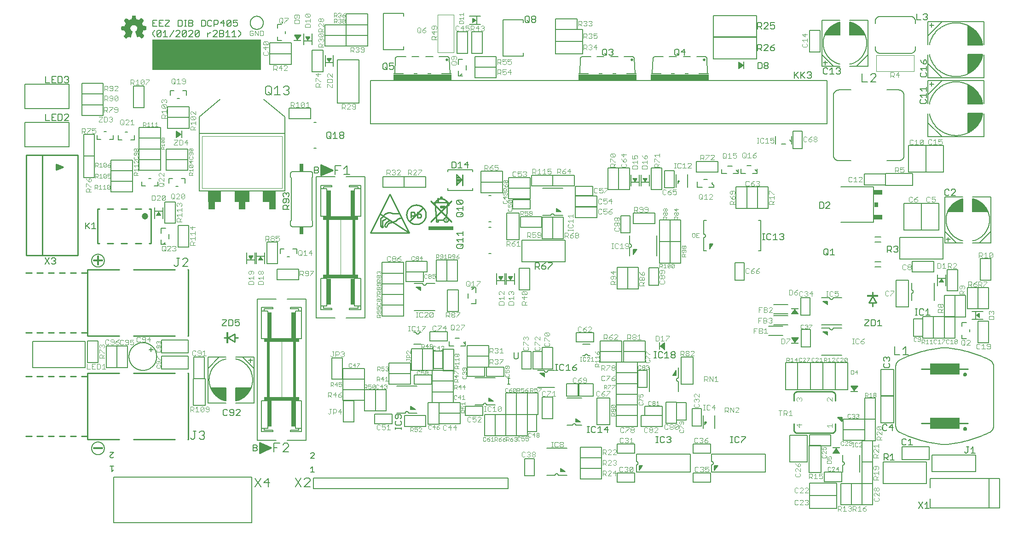
<source format=gto>
G75*
%MOIN*%
%OFA0B0*%
%FSLAX25Y25*%
%IPPOS*%
%LPD*%
%AMOC8*
5,1,8,0,0,1.08239X$1,22.5*
%
%ADD10R,0.01485X0.00015*%
%ADD11R,0.00045X0.00015*%
%ADD12R,0.00105X0.00015*%
%ADD13R,0.00165X0.00015*%
%ADD14R,0.00225X0.00015*%
%ADD15R,0.00285X0.00015*%
%ADD16R,0.00345X0.00015*%
%ADD17R,0.00405X0.00015*%
%ADD18R,0.00435X0.00015*%
%ADD19R,0.00465X0.00015*%
%ADD20R,0.00495X0.00015*%
%ADD21R,0.00540X0.00015*%
%ADD22R,0.00585X0.00015*%
%ADD23R,0.00645X0.00015*%
%ADD24R,0.00150X0.00015*%
%ADD25R,0.00675X0.00015*%
%ADD26R,0.00195X0.00015*%
%ADD27R,0.00705X0.00015*%
%ADD28R,0.00240X0.00015*%
%ADD29R,0.00735X0.00015*%
%ADD30R,0.00270X0.00015*%
%ADD31R,0.00765X0.00015*%
%ADD32R,0.00300X0.00015*%
%ADD33R,0.00810X0.00015*%
%ADD34R,0.00360X0.00015*%
%ADD35R,0.00855X0.00015*%
%ADD36R,0.00435X0.00015*%
%ADD37R,0.00915X0.00015*%
%ADD38R,0.00465X0.00015*%
%ADD39R,0.00945X0.00015*%
%ADD40R,0.00960X0.00015*%
%ADD41R,0.00525X0.00015*%
%ADD42R,0.00990X0.00015*%
%ADD43R,0.00555X0.00015*%
%ADD44R,0.01035X0.00015*%
%ADD45R,0.00600X0.00015*%
%ADD46R,0.01080X0.00015*%
%ADD47R,0.01125X0.00015*%
%ADD48R,0.01170X0.00015*%
%ADD49R,0.00720X0.00015*%
%ADD50R,0.01200X0.00015*%
%ADD51R,0.00750X0.00015*%
%ADD52R,0.01230X0.00015*%
%ADD53R,0.00780X0.00015*%
%ADD54R,0.01260X0.00015*%
%ADD55R,0.00810X0.00015*%
%ADD56R,0.01305X0.00015*%
%ADD57R,0.01365X0.00015*%
%ADD58R,0.00900X0.00015*%
%ADD59R,0.01395X0.00015*%
%ADD60R,0.01440X0.00015*%
%ADD61R,0.01470X0.00015*%
%ADD62R,0.01005X0.00015*%
%ADD63R,0.01500X0.00015*%
%ADD64R,0.01020X0.00015*%
%ADD65R,0.01530X0.00015*%
%ADD66R,0.01065X0.00015*%
%ADD67R,0.01575X0.00015*%
%ADD68R,0.01095X0.00015*%
%ADD69R,0.01635X0.00015*%
%ADD70R,0.01155X0.00015*%
%ADD71R,0.01680X0.00015*%
%ADD72R,0.01200X0.00015*%
%ADD73R,0.01710X0.00015*%
%ADD74R,0.01230X0.00015*%
%ADD75R,0.01725X0.00015*%
%ADD76R,0.01245X0.00015*%
%ADD77R,0.01755X0.00015*%
%ADD78R,0.01275X0.00015*%
%ADD79R,0.01800X0.00015*%
%ADD80R,0.01320X0.00015*%
%ADD81R,0.01860X0.00015*%
%ADD82R,0.01905X0.00015*%
%ADD83R,0.01410X0.00015*%
%ADD84R,0.01935X0.00015*%
%ADD85R,0.01455X0.00015*%
%ADD86R,0.01965X0.00015*%
%ADD87R,0.01485X0.00015*%
%ADD88R,0.01995X0.00015*%
%ADD89R,0.01515X0.00015*%
%ADD90R,0.02040X0.00015*%
%ADD91R,0.01530X0.00015*%
%ADD92R,0.02070X0.00015*%
%ADD93R,0.01575X0.00015*%
%ADD94R,0.02115X0.00015*%
%ADD95R,0.01620X0.00015*%
%ADD96R,0.02160X0.00015*%
%ADD97R,0.01665X0.00015*%
%ADD98R,0.02190X0.00015*%
%ADD99R,0.00075X0.00015*%
%ADD100R,0.01695X0.00015*%
%ADD101R,0.02220X0.00015*%
%ADD102R,0.00105X0.00015*%
%ADD103R,0.02235X0.00015*%
%ADD104R,0.00135X0.00015*%
%ADD105R,0.01755X0.00015*%
%ADD106R,0.02280X0.00015*%
%ADD107R,0.00180X0.00015*%
%ADD108R,0.01785X0.00015*%
%ADD109R,0.02340X0.00015*%
%ADD110R,0.00240X0.00015*%
%ADD111R,0.01830X0.00015*%
%ADD112R,0.02385X0.00015*%
%ADD113R,0.01890X0.00015*%
%ADD114R,0.02415X0.00015*%
%ADD115R,0.00330X0.00015*%
%ADD116R,0.00120X0.00015*%
%ADD117R,0.01920X0.00015*%
%ADD118R,0.02430X0.00015*%
%ADD119R,0.00375X0.00015*%
%ADD120R,0.02460X0.00015*%
%ADD121R,0.00405X0.00015*%
%ADD122R,0.00195X0.00015*%
%ADD123R,0.01965X0.00015*%
%ADD124R,0.02505X0.00015*%
%ADD125R,0.00210X0.00015*%
%ADD126R,0.02010X0.00015*%
%ADD127R,0.02535X0.00015*%
%ADD128R,0.00480X0.00015*%
%ADD129R,0.02580X0.00015*%
%ADD130R,0.00540X0.00015*%
%ADD131R,0.02085X0.00015*%
%ADD132R,0.02625X0.00015*%
%ADD133R,0.02130X0.00015*%
%ADD134R,0.02670X0.00015*%
%ADD135R,0.00630X0.00015*%
%ADD136R,0.02700X0.00015*%
%ADD137R,0.00660X0.00015*%
%ADD138R,0.00450X0.00015*%
%ADD139R,0.02190X0.00015*%
%ADD140R,0.02715X0.00015*%
%ADD141R,0.02205X0.00015*%
%ADD142R,0.02745X0.00015*%
%ADD143R,0.00510X0.00015*%
%ADD144R,0.02235X0.00015*%
%ADD145R,0.02775X0.00015*%
%ADD146R,0.02820X0.00015*%
%ADD147R,0.02310X0.00015*%
%ADD148R,0.02880X0.00015*%
%ADD149R,0.00855X0.00015*%
%ADD150R,0.02355X0.00015*%
%ADD151R,0.02895X0.00015*%
%ADD152R,0.00870X0.00015*%
%ADD153R,0.00660X0.00015*%
%ADD154R,0.02925X0.00015*%
%ADD155R,0.00690X0.00015*%
%ADD156R,0.02970X0.00015*%
%ADD157R,0.03000X0.00015*%
%ADD158R,0.00750X0.00015*%
%ADD159R,0.03045X0.00015*%
%ADD160R,0.01005X0.00015*%
%ADD161R,0.00780X0.00015*%
%ADD162R,0.02505X0.00015*%
%ADD163R,0.03090X0.00015*%
%ADD164R,0.01050X0.00015*%
%ADD165R,0.00825X0.00015*%
%ADD166R,0.02550X0.00015*%
%ADD167R,0.03135X0.00015*%
%ADD168R,0.01095X0.00015*%
%ADD169R,0.00870X0.00015*%
%ADD170R,0.03165X0.00015*%
%ADD171R,0.01125X0.00015*%
%ADD172R,0.02625X0.00015*%
%ADD173R,0.03195X0.00015*%
%ADD174R,0.01140X0.00015*%
%ADD175R,0.00930X0.00015*%
%ADD176R,0.02655X0.00015*%
%ADD177R,0.03210X0.00015*%
%ADD178R,0.00960X0.00015*%
%ADD179R,0.03240X0.00015*%
%ADD180R,0.02700X0.00015*%
%ADD181R,0.03285X0.00015*%
%ADD182R,0.01245X0.00015*%
%ADD183R,0.02745X0.00015*%
%ADD184R,0.03330X0.00015*%
%ADD185R,0.02790X0.00015*%
%ADD186R,0.03360X0.00015*%
%ADD187R,0.01110X0.00015*%
%ADD188R,0.02835X0.00015*%
%ADD189R,0.03390X0.00015*%
%ADD190R,0.01335X0.00015*%
%ADD191R,0.01140X0.00015*%
%ADD192R,0.02865X0.00015*%
%ADD193R,0.03420X0.00015*%
%ADD194R,0.01155X0.00015*%
%ADD195R,0.04905X0.00015*%
%ADD196R,0.04920X0.00015*%
%ADD197R,0.02940X0.00015*%
%ADD198R,0.04950X0.00015*%
%ADD199R,0.02985X0.00015*%
%ADD200R,0.04965X0.00015*%
%ADD201R,0.01275X0.00015*%
%ADD202R,0.03015X0.00015*%
%ADD203R,0.04980X0.00015*%
%ADD204R,0.03045X0.00015*%
%ADD205R,0.05010X0.00015*%
%ADD206R,0.01335X0.00015*%
%ADD207R,0.03075X0.00015*%
%ADD208R,0.01350X0.00015*%
%ADD209R,0.03105X0.00015*%
%ADD210R,0.05040X0.00015*%
%ADD211R,0.01380X0.00015*%
%ADD212R,0.05040X0.00015*%
%ADD213R,0.01410X0.00015*%
%ADD214R,0.03180X0.00015*%
%ADD215R,0.05070X0.00015*%
%ADD216R,0.03225X0.00015*%
%ADD217R,0.03255X0.00015*%
%ADD218R,0.05085X0.00015*%
%ADD219R,0.01515X0.00015*%
%ADD220R,0.03300X0.00015*%
%ADD221R,0.05100X0.00015*%
%ADD222R,0.04935X0.00015*%
%ADD223R,0.05115X0.00015*%
%ADD224R,0.04995X0.00015*%
%ADD225R,0.05130X0.00015*%
%ADD226R,0.05010X0.00015*%
%ADD227R,0.05130X0.00015*%
%ADD228R,0.05010X0.00015*%
%ADD229R,0.05025X0.00015*%
%ADD230R,0.05040X0.00015*%
%ADD231R,0.05055X0.00015*%
%ADD232R,0.05130X0.00015*%
%ADD233R,0.05085X0.00015*%
%ADD234R,0.05115X0.00015*%
%ADD235R,0.05145X0.00015*%
%ADD236R,0.05160X0.00015*%
%ADD237R,0.05130X0.00015*%
%ADD238R,0.05190X0.00015*%
%ADD239R,0.05190X0.00015*%
%ADD240R,0.05205X0.00015*%
%ADD241R,0.05220X0.00015*%
%ADD242R,0.05070X0.00015*%
%ADD243R,0.05085X0.00015*%
%ADD244R,0.05205X0.00015*%
%ADD245R,0.05220X0.00015*%
%ADD246R,0.05055X0.00015*%
%ADD247R,0.05025X0.00015*%
%ADD248R,0.05205X0.00015*%
%ADD249R,0.05025X0.00015*%
%ADD250R,0.05190X0.00015*%
%ADD251R,0.05190X0.00015*%
%ADD252R,0.04995X0.00015*%
%ADD253R,0.05175X0.00015*%
%ADD254R,0.04950X0.00015*%
%ADD255R,0.05145X0.00015*%
%ADD256R,0.05145X0.00015*%
%ADD257R,0.04920X0.00015*%
%ADD258R,0.04905X0.00015*%
%ADD259R,0.04905X0.00015*%
%ADD260R,0.05115X0.00015*%
%ADD261R,0.04890X0.00015*%
%ADD262R,0.04890X0.00015*%
%ADD263R,0.04875X0.00015*%
%ADD264R,0.04845X0.00015*%
%ADD265R,0.04830X0.00015*%
%ADD266R,0.04830X0.00015*%
%ADD267R,0.05070X0.00015*%
%ADD268R,0.04830X0.00015*%
%ADD269R,0.04815X0.00015*%
%ADD270R,0.04800X0.00015*%
%ADD271R,0.04800X0.00015*%
%ADD272R,0.05010X0.00015*%
%ADD273R,0.04785X0.00015*%
%ADD274R,0.04770X0.00015*%
%ADD275R,0.04770X0.00015*%
%ADD276R,0.04755X0.00015*%
%ADD277R,0.04740X0.00015*%
%ADD278R,0.04725X0.00015*%
%ADD279R,0.04725X0.00015*%
%ADD280R,0.04980X0.00015*%
%ADD281R,0.04710X0.00015*%
%ADD282R,0.04725X0.00015*%
%ADD283R,0.04710X0.00015*%
%ADD284R,0.04695X0.00015*%
%ADD285R,0.04680X0.00015*%
%ADD286R,0.04695X0.00015*%
%ADD287R,0.04680X0.00015*%
%ADD288R,0.04905X0.00015*%
%ADD289R,0.04665X0.00015*%
%ADD290R,0.04650X0.00015*%
%ADD291R,0.04635X0.00015*%
%ADD292R,0.04620X0.00015*%
%ADD293R,0.04620X0.00015*%
%ADD294R,0.04890X0.00015*%
%ADD295R,0.04605X0.00015*%
%ADD296R,0.04605X0.00015*%
%ADD297R,0.04590X0.00015*%
%ADD298R,0.04845X0.00015*%
%ADD299R,0.04575X0.00015*%
%ADD300R,0.04590X0.00015*%
%ADD301R,0.04575X0.00015*%
%ADD302R,0.04845X0.00015*%
%ADD303R,0.04560X0.00015*%
%ADD304R,0.04545X0.00015*%
%ADD305R,0.04530X0.00015*%
%ADD306R,0.04515X0.00015*%
%ADD307R,0.04530X0.00015*%
%ADD308R,0.04500X0.00015*%
%ADD309R,0.04515X0.00015*%
%ADD310R,0.04785X0.00015*%
%ADD311R,0.04485X0.00015*%
%ADD312R,0.04755X0.00015*%
%ADD313R,0.04470X0.00015*%
%ADD314R,0.04740X0.00015*%
%ADD315R,0.04485X0.00015*%
%ADD316R,0.04755X0.00015*%
%ADD317R,0.04545X0.00015*%
%ADD318R,0.04695X0.00015*%
%ADD319R,0.04680X0.00015*%
%ADD320R,0.04665X0.00015*%
%ADD321R,0.04725X0.00015*%
%ADD322R,0.04680X0.00015*%
%ADD323R,0.04860X0.00015*%
%ADD324R,0.04740X0.00015*%
%ADD325R,0.04875X0.00015*%
%ADD326R,0.04965X0.00015*%
%ADD327R,0.04860X0.00015*%
%ADD328R,0.04995X0.00015*%
%ADD329R,0.04875X0.00015*%
%ADD330R,0.04980X0.00015*%
%ADD331R,0.05235X0.00015*%
%ADD332R,0.05235X0.00015*%
%ADD333R,0.05250X0.00015*%
%ADD334R,0.05280X0.00015*%
%ADD335R,0.05295X0.00015*%
%ADD336R,0.05325X0.00015*%
%ADD337R,0.05340X0.00015*%
%ADD338R,0.05235X0.00015*%
%ADD339R,0.05355X0.00015*%
%ADD340R,0.05370X0.00015*%
%ADD341R,0.05265X0.00015*%
%ADD342R,0.05370X0.00015*%
%ADD343R,0.05280X0.00015*%
%ADD344R,0.05385X0.00015*%
%ADD345R,0.05295X0.00015*%
%ADD346R,0.05400X0.00015*%
%ADD347R,0.05415X0.00015*%
%ADD348R,0.05310X0.00015*%
%ADD349R,0.05430X0.00015*%
%ADD350R,0.05445X0.00015*%
%ADD351R,0.05460X0.00015*%
%ADD352R,0.05355X0.00015*%
%ADD353R,0.05475X0.00015*%
%ADD354R,0.05505X0.00015*%
%ADD355R,0.05520X0.00015*%
%ADD356R,0.05535X0.00015*%
%ADD357R,0.05550X0.00015*%
%ADD358R,0.05550X0.00015*%
%ADD359R,0.05475X0.00015*%
%ADD360R,0.05490X0.00015*%
%ADD361R,0.05475X0.00015*%
%ADD362R,0.05385X0.00015*%
%ADD363R,0.05370X0.00015*%
%ADD364R,0.05325X0.00015*%
%ADD365R,0.05310X0.00015*%
%ADD366R,0.05265X0.00015*%
%ADD367R,0.05175X0.00015*%
%ADD368R,0.04980X0.00015*%
%ADD369R,0.04965X0.00015*%
%ADD370R,0.04860X0.00015*%
%ADD371R,0.04845X0.00015*%
%ADD372R,0.04815X0.00015*%
%ADD373R,0.04770X0.00015*%
%ADD374R,0.05295X0.00015*%
%ADD375R,0.04635X0.00015*%
%ADD376R,0.05610X0.00015*%
%ADD377R,0.05700X0.00015*%
%ADD378R,0.05760X0.00015*%
%ADD379R,0.05805X0.00015*%
%ADD380R,0.05850X0.00015*%
%ADD381R,0.05895X0.00015*%
%ADD382R,0.06000X0.00015*%
%ADD383R,0.06135X0.00015*%
%ADD384R,0.06225X0.00015*%
%ADD385R,0.06300X0.00015*%
%ADD386R,0.06330X0.00015*%
%ADD387R,0.06375X0.00015*%
%ADD388R,0.06450X0.00015*%
%ADD389R,0.06570X0.00015*%
%ADD390R,0.05565X0.00015*%
%ADD391R,0.06690X0.00015*%
%ADD392R,0.06735X0.00015*%
%ADD393R,0.05790X0.00015*%
%ADD394R,0.06765X0.00015*%
%ADD395R,0.05850X0.00015*%
%ADD396R,0.06780X0.00015*%
%ADD397R,0.05895X0.00015*%
%ADD398R,0.06795X0.00015*%
%ADD399R,0.05955X0.00015*%
%ADD400R,0.06810X0.00015*%
%ADD401R,0.06060X0.00015*%
%ADD402R,0.06195X0.00015*%
%ADD403R,0.06825X0.00015*%
%ADD404R,0.06330X0.00015*%
%ADD405R,0.06840X0.00015*%
%ADD406R,0.06390X0.00015*%
%ADD407R,0.06495X0.00015*%
%ADD408R,0.06840X0.00015*%
%ADD409R,0.06555X0.00015*%
%ADD410R,0.06825X0.00015*%
%ADD411R,0.06645X0.00015*%
%ADD412R,0.06825X0.00015*%
%ADD413R,0.06705X0.00015*%
%ADD414R,0.06705X0.00015*%
%ADD415R,0.06810X0.00015*%
%ADD416R,0.06720X0.00015*%
%ADD417R,0.06795X0.00015*%
%ADD418R,0.06750X0.00015*%
%ADD419R,0.06765X0.00015*%
%ADD420R,0.06795X0.00015*%
%ADD421R,0.06780X0.00015*%
%ADD422R,0.06780X0.00015*%
%ADD423R,0.06750X0.00015*%
%ADD424R,0.06720X0.00015*%
%ADD425R,0.06720X0.00015*%
%ADD426R,0.06705X0.00015*%
%ADD427R,0.06705X0.00015*%
%ADD428R,0.06690X0.00015*%
%ADD429R,0.06675X0.00015*%
%ADD430R,0.06690X0.00015*%
%ADD431R,0.06675X0.00015*%
%ADD432R,0.06675X0.00015*%
%ADD433R,0.06660X0.00015*%
%ADD434R,0.06675X0.00015*%
%ADD435R,0.06660X0.00015*%
%ADD436R,0.06660X0.00015*%
%ADD437R,0.06645X0.00015*%
%ADD438R,0.06630X0.00015*%
%ADD439R,0.06660X0.00015*%
%ADD440R,0.06630X0.00015*%
%ADD441R,0.06645X0.00015*%
%ADD442R,0.06735X0.00015*%
%ADD443R,0.06765X0.00015*%
%ADD444R,0.06780X0.00015*%
%ADD445R,0.06825X0.00015*%
%ADD446R,0.06855X0.00015*%
%ADD447R,0.06855X0.00015*%
%ADD448R,0.06870X0.00015*%
%ADD449R,0.06885X0.00015*%
%ADD450R,0.06525X0.00015*%
%ADD451R,0.06405X0.00015*%
%ADD452R,0.06255X0.00015*%
%ADD453R,0.06165X0.00015*%
%ADD454R,0.06870X0.00015*%
%ADD455R,0.06120X0.00015*%
%ADD456R,0.06885X0.00015*%
%ADD457R,0.06060X0.00015*%
%ADD458R,0.06015X0.00015*%
%ADD459R,0.05910X0.00015*%
%ADD460R,0.05670X0.00015*%
%ADD461R,0.05595X0.00015*%
%ADD462R,0.06585X0.00015*%
%ADD463R,0.05160X0.00015*%
%ADD464R,0.06390X0.00015*%
%ADD465R,0.05025X0.00015*%
%ADD466R,0.06330X0.00015*%
%ADD467R,0.06075X0.00015*%
%ADD468R,0.05820X0.00015*%
%ADD469R,0.05775X0.00015*%
%ADD470R,0.05685X0.00015*%
%ADD471R,0.05460X0.00015*%
%ADD472R,0.04860X0.00015*%
%ADD473R,0.04935X0.00015*%
%ADD474R,0.05160X0.00015*%
%ADD475R,0.05325X0.00015*%
%ADD476R,0.05340X0.00015*%
%ADD477R,0.05355X0.00015*%
%ADD478R,0.05430X0.00015*%
%ADD479R,0.05535X0.00015*%
%ADD480R,0.05595X0.00015*%
%ADD481R,0.05640X0.00015*%
%ADD482R,0.05640X0.00015*%
%ADD483R,0.05670X0.00015*%
%ADD484R,0.05685X0.00015*%
%ADD485R,0.05700X0.00015*%
%ADD486R,0.05715X0.00015*%
%ADD487R,0.05715X0.00015*%
%ADD488R,0.05730X0.00015*%
%ADD489R,0.05745X0.00015*%
%ADD490R,0.05760X0.00015*%
%ADD491R,0.06000X0.00015*%
%ADD492R,0.06105X0.00015*%
%ADD493R,0.06180X0.00015*%
%ADD494R,0.06210X0.00015*%
%ADD495R,0.12690X0.00015*%
%ADD496R,0.12675X0.00015*%
%ADD497R,0.12660X0.00015*%
%ADD498R,0.12660X0.00015*%
%ADD499R,0.12645X0.00015*%
%ADD500R,0.12615X0.00015*%
%ADD501R,0.12600X0.00015*%
%ADD502R,0.12585X0.00015*%
%ADD503R,0.12555X0.00015*%
%ADD504R,0.12540X0.00015*%
%ADD505R,0.12525X0.00015*%
%ADD506R,0.12510X0.00015*%
%ADD507R,0.12510X0.00015*%
%ADD508R,0.12480X0.00015*%
%ADD509R,0.12450X0.00015*%
%ADD510R,0.12435X0.00015*%
%ADD511R,0.12420X0.00015*%
%ADD512R,0.12390X0.00015*%
%ADD513R,0.12375X0.00015*%
%ADD514R,0.12360X0.00015*%
%ADD515R,0.12330X0.00015*%
%ADD516R,0.12300X0.00015*%
%ADD517R,0.12285X0.00015*%
%ADD518R,0.12270X0.00015*%
%ADD519R,0.12255X0.00015*%
%ADD520R,0.12240X0.00015*%
%ADD521R,0.12225X0.00015*%
%ADD522R,0.12195X0.00015*%
%ADD523R,0.12165X0.00015*%
%ADD524R,0.12150X0.00015*%
%ADD525R,0.12135X0.00015*%
%ADD526R,0.12120X0.00015*%
%ADD527R,0.12090X0.00015*%
%ADD528R,0.12075X0.00015*%
%ADD529R,0.12060X0.00015*%
%ADD530R,0.12045X0.00015*%
%ADD531R,0.12015X0.00015*%
%ADD532R,0.12000X0.00015*%
%ADD533R,0.11985X0.00015*%
%ADD534R,0.11955X0.00015*%
%ADD535R,0.11940X0.00015*%
%ADD536R,0.11925X0.00015*%
%ADD537R,0.11910X0.00015*%
%ADD538R,0.11910X0.00015*%
%ADD539R,0.11880X0.00015*%
%ADD540R,0.11850X0.00015*%
%ADD541R,0.11835X0.00015*%
%ADD542R,0.11805X0.00015*%
%ADD543R,0.11775X0.00015*%
%ADD544R,0.11760X0.00015*%
%ADD545R,0.11745X0.00015*%
%ADD546R,0.11730X0.00015*%
%ADD547R,0.11700X0.00015*%
%ADD548R,0.11700X0.00015*%
%ADD549R,0.11685X0.00015*%
%ADD550R,0.11655X0.00015*%
%ADD551R,0.11640X0.00015*%
%ADD552R,0.11625X0.00015*%
%ADD553R,0.11625X0.00015*%
%ADD554R,0.11670X0.00015*%
%ADD555R,0.11715X0.00015*%
%ADD556R,0.11790X0.00015*%
%ADD557R,0.11820X0.00015*%
%ADD558R,0.11820X0.00015*%
%ADD559R,0.11880X0.00015*%
%ADD560R,0.11895X0.00015*%
%ADD561R,0.11970X0.00015*%
%ADD562R,0.12045X0.00015*%
%ADD563R,0.12075X0.00015*%
%ADD564R,0.12105X0.00015*%
%ADD565R,0.12135X0.00015*%
%ADD566R,0.12165X0.00015*%
%ADD567R,0.12180X0.00015*%
%ADD568R,0.12195X0.00015*%
%ADD569R,0.12210X0.00015*%
%ADD570R,0.12225X0.00015*%
%ADD571R,0.12255X0.00015*%
%ADD572R,0.12360X0.00015*%
%ADD573R,0.12390X0.00015*%
%ADD574R,0.12405X0.00015*%
%ADD575R,0.12435X0.00015*%
%ADD576R,0.12480X0.00015*%
%ADD577R,0.12480X0.00015*%
%ADD578R,0.12510X0.00015*%
%ADD579R,0.12570X0.00015*%
%ADD580R,0.12630X0.00015*%
%ADD581R,0.12675X0.00015*%
%ADD582R,0.12705X0.00015*%
%ADD583R,0.12735X0.00015*%
%ADD584R,0.12750X0.00015*%
%ADD585R,0.12780X0.00015*%
%ADD586R,0.12795X0.00015*%
%ADD587R,0.12810X0.00015*%
%ADD588R,0.12840X0.00015*%
%ADD589R,0.12855X0.00015*%
%ADD590R,0.12885X0.00015*%
%ADD591R,0.12900X0.00015*%
%ADD592R,0.12915X0.00015*%
%ADD593R,0.12945X0.00015*%
%ADD594R,0.12960X0.00015*%
%ADD595R,0.12990X0.00015*%
%ADD596R,0.13005X0.00015*%
%ADD597R,0.13020X0.00015*%
%ADD598R,0.13035X0.00015*%
%ADD599R,0.13065X0.00015*%
%ADD600R,0.13080X0.00015*%
%ADD601R,0.13110X0.00015*%
%ADD602R,0.13125X0.00015*%
%ADD603R,0.13155X0.00015*%
%ADD604R,0.13170X0.00015*%
%ADD605R,0.13200X0.00015*%
%ADD606R,0.13230X0.00015*%
%ADD607R,0.13260X0.00015*%
%ADD608R,0.13290X0.00015*%
%ADD609R,0.13320X0.00015*%
%ADD610R,0.13350X0.00015*%
%ADD611R,0.13365X0.00015*%
%ADD612R,0.13395X0.00015*%
%ADD613R,0.13425X0.00015*%
%ADD614R,0.13455X0.00015*%
%ADD615R,0.13470X0.00015*%
%ADD616R,0.13500X0.00015*%
%ADD617R,0.13530X0.00015*%
%ADD618R,0.13560X0.00015*%
%ADD619R,0.13575X0.00015*%
%ADD620R,0.13605X0.00015*%
%ADD621R,0.13635X0.00015*%
%ADD622R,0.13650X0.00015*%
%ADD623R,0.13680X0.00015*%
%ADD624R,0.13695X0.00015*%
%ADD625R,0.13725X0.00015*%
%ADD626R,0.13740X0.00015*%
%ADD627R,0.13770X0.00015*%
%ADD628R,0.13785X0.00015*%
%ADD629R,0.13800X0.00015*%
%ADD630R,0.13830X0.00015*%
%ADD631R,0.13860X0.00015*%
%ADD632R,0.13875X0.00015*%
%ADD633R,0.13905X0.00015*%
%ADD634R,0.13935X0.00015*%
%ADD635R,0.13950X0.00015*%
%ADD636R,0.13980X0.00015*%
%ADD637R,0.14010X0.00015*%
%ADD638R,0.14025X0.00015*%
%ADD639R,0.14055X0.00015*%
%ADD640R,0.14070X0.00015*%
%ADD641R,0.14085X0.00015*%
%ADD642R,0.14115X0.00015*%
%ADD643R,0.14145X0.00015*%
%ADD644R,0.14160X0.00015*%
%ADD645R,0.14190X0.00015*%
%ADD646R,0.14205X0.00015*%
%ADD647R,0.14220X0.00015*%
%ADD648R,0.14235X0.00015*%
%ADD649R,0.14265X0.00015*%
%ADD650R,0.14280X0.00015*%
%ADD651R,0.14295X0.00015*%
%ADD652R,0.14295X0.00015*%
%ADD653R,0.14250X0.00015*%
%ADD654R,0.14205X0.00015*%
%ADD655R,0.14175X0.00015*%
%ADD656R,0.14160X0.00015*%
%ADD657R,0.14130X0.00015*%
%ADD658R,0.14100X0.00015*%
%ADD659R,0.14040X0.00015*%
%ADD660R,0.14010X0.00015*%
%ADD661R,0.03465X0.00015*%
%ADD662R,0.10440X0.00015*%
%ADD663R,0.03420X0.00015*%
%ADD664R,0.10395X0.00015*%
%ADD665R,0.03375X0.00015*%
%ADD666R,0.10335X0.00015*%
%ADD667R,0.03570X0.00015*%
%ADD668R,0.06600X0.00015*%
%ADD669R,0.03525X0.00015*%
%ADD670R,0.03270X0.00015*%
%ADD671R,0.03495X0.00015*%
%ADD672R,0.03210X0.00015*%
%ADD673R,0.06480X0.00015*%
%ADD674R,0.03435X0.00015*%
%ADD675R,0.03165X0.00015*%
%ADD676R,0.03390X0.00015*%
%ADD677R,0.03120X0.00015*%
%ADD678R,0.06315X0.00015*%
%ADD679R,0.03345X0.00015*%
%ADD680R,0.03090X0.00015*%
%ADD681R,0.03075X0.00015*%
%ADD682R,0.06225X0.00015*%
%ADD683R,0.03270X0.00015*%
%ADD684R,0.06180X0.00015*%
%ADD685R,0.02970X0.00015*%
%ADD686R,0.06075X0.00015*%
%ADD687R,0.03195X0.00015*%
%ADD688R,0.02925X0.00015*%
%ADD689R,0.05985X0.00015*%
%ADD690R,0.03135X0.00015*%
%ADD691R,0.02850X0.00015*%
%ADD692R,0.05835X0.00015*%
%ADD693R,0.03030X0.00015*%
%ADD694R,0.02805X0.00015*%
%ADD695R,0.02730X0.00015*%
%ADD696R,0.05625X0.00015*%
%ADD697R,0.02925X0.00015*%
%ADD698R,0.02640X0.00015*%
%ADD699R,0.02595X0.00015*%
%ADD700R,0.02565X0.00015*%
%ADD701R,0.02760X0.00015*%
%ADD702R,0.02520X0.00015*%
%ADD703R,0.02730X0.00015*%
%ADD704R,0.02475X0.00015*%
%ADD705R,0.02685X0.00015*%
%ADD706R,0.02445X0.00015*%
%ADD707R,0.02400X0.00015*%
%ADD708R,0.02370X0.00015*%
%ADD709R,0.02565X0.00015*%
%ADD710R,0.02340X0.00015*%
%ADD711R,0.02325X0.00015*%
%ADD712R,0.02505X0.00015*%
%ADD713R,0.02280X0.00015*%
%ADD714R,0.02460X0.00015*%
%ADD715R,0.04560X0.00015*%
%ADD716R,0.02190X0.00015*%
%ADD717R,0.04440X0.00015*%
%ADD718R,0.02370X0.00015*%
%ADD719R,0.02145X0.00015*%
%ADD720R,0.04365X0.00015*%
%ADD721R,0.04320X0.00015*%
%ADD722R,0.02310X0.00015*%
%ADD723R,0.02100X0.00015*%
%ADD724R,0.04260X0.00015*%
%ADD725R,0.04200X0.00015*%
%ADD726R,0.02265X0.00015*%
%ADD727R,0.02040X0.00015*%
%ADD728R,0.04095X0.00015*%
%ADD729R,0.02220X0.00015*%
%ADD730R,0.03915X0.00015*%
%ADD731R,0.02175X0.00015*%
%ADD732R,0.03765X0.00015*%
%ADD733R,0.03675X0.00015*%
%ADD734R,0.01890X0.00015*%
%ADD735R,0.03615X0.00015*%
%ADD736R,0.02055X0.00015*%
%ADD737R,0.01860X0.00015*%
%ADD738R,0.03555X0.00015*%
%ADD739R,0.01815X0.00015*%
%ADD740R,0.03450X0.00015*%
%ADD741R,0.01725X0.00015*%
%ADD742R,0.03315X0.00015*%
%ADD743R,0.01905X0.00015*%
%ADD744R,0.01680X0.00015*%
%ADD745R,0.01650X0.00015*%
%ADD746R,0.01620X0.00015*%
%ADD747R,0.01590X0.00015*%
%ADD748R,0.01770X0.00015*%
%ADD749R,0.01560X0.00015*%
%ADD750R,0.03240X0.00015*%
%ADD751R,0.01740X0.00015*%
%ADD752R,0.01665X0.00015*%
%ADD753R,0.01455X0.00015*%
%ADD754R,0.01635X0.00015*%
%ADD755R,0.01410X0.00015*%
%ADD756R,0.01395X0.00015*%
%ADD757R,0.01365X0.00015*%
%ADD758R,0.01335X0.00015*%
%ADD759R,0.01290X0.00015*%
%ADD760R,0.03210X0.00015*%
%ADD761R,0.01455X0.00015*%
%ADD762R,0.01185X0.00015*%
%ADD763R,0.01290X0.00015*%
%ADD764R,0.01110X0.00015*%
%ADD765R,0.01260X0.00015*%
%ADD766R,0.03180X0.00015*%
%ADD767R,0.00975X0.00015*%
%ADD768R,0.03150X0.00015*%
%ADD769R,0.00885X0.00015*%
%ADD770R,0.03150X0.00015*%
%ADD771R,0.01050X0.00015*%
%ADD772R,0.00795X0.00015*%
%ADD773R,0.00885X0.00015*%
%ADD774R,0.00690X0.00015*%
%ADD775R,0.00840X0.00015*%
%ADD776R,0.00570X0.00015*%
%ADD777R,0.00525X0.00015*%
%ADD778R,0.03105X0.00015*%
%ADD779R,0.00660X0.00015*%
%ADD780R,0.00615X0.00015*%
%ADD781R,0.00420X0.00015*%
%ADD782R,0.00555X0.00015*%
%ADD783R,0.00390X0.00015*%
%ADD784R,0.00525X0.00015*%
%ADD785R,0.00360X0.00015*%
%ADD786R,0.00495X0.00015*%
%ADD787R,0.03075X0.00015*%
%ADD788R,0.00450X0.00015*%
%ADD789R,0.00225X0.00015*%
%ADD790R,0.00345X0.00015*%
%ADD791R,0.00255X0.00015*%
%ADD792R,0.03060X0.00015*%
%ADD793R,0.00180X0.00015*%
%ADD794R,0.00075X0.00015*%
%ADD795R,0.03000X0.00015*%
%ADD796R,0.02955X0.00015*%
%ADD797R,0.02940X0.00015*%
%ADD798R,0.02940X0.00015*%
%ADD799R,0.02910X0.00015*%
%ADD800R,0.02910X0.00015*%
%ADD801R,0.02865X0.00015*%
%ADD802R,0.02805X0.00015*%
%ADD803R,0.02775X0.00015*%
%ADD804R,0.02760X0.00015*%
%ADD805R,0.02655X0.00015*%
%ADD806R,0.02640X0.00015*%
%ADD807R,0.02610X0.00015*%
%ADD808R,0.02595X0.00015*%
%ADD809R,0.02535X0.00015*%
%ADD810R,0.02475X0.00015*%
%ADD811R,0.02175X0.00015*%
%ADD812R,0.01575X0.00015*%
%ADD813C,0.00500*%
%ADD814R,0.78750X0.22250*%
%ADD815C,0.00800*%
%ADD816C,0.01200*%
%ADD817C,0.01000*%
%ADD818C,0.00400*%
%ADD819C,0.00300*%
%ADD820R,0.05512X0.00787*%
%ADD821C,0.00600*%
%ADD822C,0.02000*%
%ADD823R,0.42000X0.04000*%
%ADD824R,0.07500X0.01000*%
%ADD825R,0.03000X0.01000*%
%ADD826R,0.01750X0.09000*%
%ADD827R,0.00600X0.09000*%
%ADD828C,0.00000*%
%ADD829C,0.00700*%
%ADD830C,0.00200*%
%ADD831C,0.04724*%
%ADD832R,0.18000X0.03000*%
%ADD833R,0.09500X0.08000*%
%ADD834R,0.11000X0.08000*%
%ADD835R,0.05000X0.07500*%
%ADD836R,0.03000X0.05500*%
%ADD837R,0.04500X0.02500*%
%ADD838R,0.16000X0.02500*%
%ADD839R,0.02000X0.40000*%
%ADD840R,0.03000X0.19000*%
%ADD841R,0.03000X0.03400*%
%ADD842R,0.06000X0.03400*%
%ADD843R,0.00787X0.05512*%
%ADD844R,0.08268X0.01181*%
%ADD845R,0.21654X0.07874*%
%ADD846C,0.01378*%
%ADD847R,0.01181X0.08268*%
D10*
X0176868Y0432554D03*
D11*
X0173978Y0426844D03*
X0182183Y0427714D03*
X0185363Y0427009D03*
D12*
X0173978Y0426859D03*
D13*
X0173978Y0426874D03*
D14*
X0173978Y0426889D03*
D15*
X0173978Y0426904D03*
X0174068Y0441289D03*
D16*
X0173978Y0426919D03*
X0182228Y0427804D03*
D17*
X0182243Y0427819D03*
X0173978Y0426933D03*
D18*
X0173978Y0426949D03*
D19*
X0173978Y0426964D03*
D20*
X0173978Y0426979D03*
X0185363Y0427144D03*
D21*
X0173986Y0426994D03*
D22*
X0173993Y0427009D03*
X0177008Y0427819D03*
X0182318Y0427909D03*
D23*
X0182333Y0427924D03*
X0185348Y0427204D03*
X0173993Y0427024D03*
D24*
X0182176Y0427744D03*
X0185371Y0427024D03*
D25*
X0185348Y0427219D03*
X0176978Y0427864D03*
X0173993Y0427039D03*
D26*
X0185363Y0427039D03*
D27*
X0182363Y0427969D03*
X0176963Y0427879D03*
X0173993Y0427054D03*
D28*
X0185371Y0427054D03*
D29*
X0173993Y0427069D03*
D30*
X0182206Y0427789D03*
X0185371Y0427069D03*
D31*
X0176948Y0427894D03*
X0173993Y0427083D03*
D32*
X0177106Y0427714D03*
X0185371Y0427083D03*
X0184996Y0441333D03*
D33*
X0174001Y0427099D03*
D34*
X0185371Y0427099D03*
D35*
X0185333Y0427294D03*
X0174008Y0427114D03*
D36*
X0177068Y0427774D03*
X0182258Y0427833D03*
X0185363Y0427114D03*
D37*
X0182423Y0428044D03*
X0176888Y0427969D03*
X0174008Y0427129D03*
X0174098Y0441033D03*
D38*
X0174083Y0441214D03*
X0185363Y0427129D03*
D39*
X0185333Y0427324D03*
X0176873Y0427983D03*
X0174008Y0427144D03*
X0184973Y0441094D03*
X0179393Y0443209D03*
D40*
X0174016Y0427159D03*
D41*
X0185363Y0427159D03*
D42*
X0185326Y0427339D03*
X0182446Y0428089D03*
X0174016Y0427174D03*
X0184966Y0441079D03*
D43*
X0185363Y0427174D03*
D44*
X0174023Y0427189D03*
D45*
X0185356Y0427189D03*
X0174091Y0441169D03*
D46*
X0184966Y0441033D03*
X0182476Y0428119D03*
X0174016Y0427204D03*
D47*
X0174023Y0427219D03*
D48*
X0174031Y0427233D03*
X0176806Y0428074D03*
X0182506Y0428179D03*
X0184951Y0441004D03*
D49*
X0184981Y0441183D03*
X0185341Y0427233D03*
D50*
X0174031Y0427249D03*
D51*
X0185341Y0427249D03*
D52*
X0174031Y0427264D03*
X0174121Y0440914D03*
X0184951Y0440989D03*
D53*
X0184981Y0441154D03*
X0185341Y0427264D03*
D54*
X0174031Y0427279D03*
D55*
X0176926Y0427909D03*
X0185341Y0427279D03*
X0184981Y0441139D03*
D56*
X0182558Y0428239D03*
X0174038Y0427294D03*
D57*
X0174038Y0427309D03*
X0176738Y0428164D03*
X0185303Y0427504D03*
D58*
X0185326Y0427309D03*
X0176896Y0427954D03*
D59*
X0174038Y0427324D03*
D60*
X0174046Y0427339D03*
D61*
X0174046Y0427354D03*
X0182596Y0428329D03*
D62*
X0185318Y0427354D03*
D63*
X0174046Y0427369D03*
X0174136Y0440809D03*
X0184936Y0440883D03*
D64*
X0184966Y0441064D03*
X0174106Y0441004D03*
X0185326Y0427369D03*
D65*
X0174046Y0427383D03*
D66*
X0185318Y0427383D03*
D67*
X0174053Y0427399D03*
D68*
X0185318Y0427399D03*
D69*
X0174053Y0427414D03*
D70*
X0185318Y0427414D03*
D71*
X0174061Y0427429D03*
D72*
X0176806Y0428089D03*
X0182521Y0428194D03*
X0185311Y0427429D03*
D73*
X0174061Y0427444D03*
D74*
X0185311Y0427444D03*
D75*
X0185273Y0427654D03*
X0174068Y0427459D03*
D76*
X0185303Y0427459D03*
D77*
X0174068Y0427474D03*
D78*
X0176768Y0428119D03*
X0185303Y0427474D03*
D79*
X0174061Y0427489D03*
X0184921Y0440764D03*
D80*
X0184951Y0440944D03*
X0185296Y0427489D03*
X0176761Y0428133D03*
D81*
X0174076Y0427504D03*
D82*
X0174083Y0427519D03*
X0174158Y0440644D03*
D83*
X0185296Y0427519D03*
D84*
X0185258Y0427744D03*
X0174083Y0427533D03*
X0174158Y0440629D03*
X0179573Y0443179D03*
D85*
X0182588Y0428314D03*
X0185288Y0427533D03*
D86*
X0174083Y0427549D03*
D87*
X0185288Y0427549D03*
D88*
X0174083Y0427564D03*
X0174158Y0440614D03*
D89*
X0185288Y0427564D03*
D90*
X0185251Y0427789D03*
X0174091Y0427579D03*
X0184906Y0440674D03*
D91*
X0184936Y0440869D03*
X0185281Y0427579D03*
D92*
X0174091Y0427594D03*
X0174166Y0440583D03*
D93*
X0185288Y0427594D03*
D94*
X0174098Y0427609D03*
D95*
X0185281Y0427609D03*
D96*
X0185236Y0427833D03*
X0174106Y0427624D03*
D97*
X0185273Y0427624D03*
D98*
X0174106Y0427639D03*
D99*
X0177158Y0427639D03*
D100*
X0185273Y0427639D03*
D101*
X0174106Y0427654D03*
D102*
X0177158Y0427654D03*
D103*
X0174113Y0427669D03*
X0174173Y0440509D03*
X0179588Y0443133D03*
D104*
X0177158Y0427669D03*
D105*
X0185273Y0427669D03*
D106*
X0185221Y0427894D03*
X0174121Y0427683D03*
D107*
X0177136Y0427683D03*
D108*
X0185273Y0427683D03*
X0174143Y0440704D03*
D109*
X0174121Y0427699D03*
D110*
X0177121Y0427699D03*
D111*
X0185266Y0427699D03*
X0184921Y0440749D03*
D112*
X0185213Y0427939D03*
X0174128Y0427714D03*
D113*
X0185266Y0427714D03*
D114*
X0185213Y0427954D03*
X0174128Y0427729D03*
X0184868Y0440509D03*
D115*
X0174076Y0441274D03*
X0177091Y0427729D03*
D116*
X0182176Y0427729D03*
X0174076Y0441319D03*
D117*
X0185266Y0427729D03*
D118*
X0185206Y0427969D03*
X0174136Y0427744D03*
X0179581Y0443059D03*
D119*
X0177083Y0427744D03*
D120*
X0174136Y0427759D03*
X0185206Y0427983D03*
D121*
X0177083Y0427759D03*
D122*
X0182183Y0427759D03*
D123*
X0185258Y0427759D03*
X0184913Y0440704D03*
D124*
X0174143Y0427774D03*
D125*
X0182191Y0427774D03*
D126*
X0185251Y0427774D03*
X0184906Y0440689D03*
D127*
X0184853Y0440464D03*
X0179573Y0442804D03*
X0179573Y0442819D03*
X0179573Y0442833D03*
X0179573Y0442864D03*
X0174143Y0427789D03*
D128*
X0177061Y0427789D03*
X0182266Y0427864D03*
X0184996Y0441274D03*
D129*
X0184846Y0440433D03*
X0179581Y0442729D03*
X0185191Y0428029D03*
X0174151Y0427804D03*
D130*
X0177031Y0427804D03*
X0182296Y0427894D03*
D131*
X0185243Y0427804D03*
X0184898Y0440644D03*
D132*
X0174158Y0427819D03*
D133*
X0185236Y0427819D03*
X0184891Y0440629D03*
X0174166Y0440554D03*
D134*
X0174226Y0440314D03*
X0179566Y0442519D03*
X0179566Y0442533D03*
X0185176Y0428074D03*
X0174166Y0427833D03*
D135*
X0177001Y0427833D03*
X0174091Y0441154D03*
D136*
X0179566Y0442399D03*
X0174166Y0427849D03*
D137*
X0176986Y0427849D03*
D138*
X0182266Y0427849D03*
D139*
X0185236Y0427849D03*
D140*
X0174173Y0427864D03*
X0179573Y0442294D03*
X0179573Y0442309D03*
X0179573Y0442324D03*
X0179573Y0442339D03*
X0179573Y0442354D03*
D141*
X0185228Y0427864D03*
D142*
X0174173Y0427879D03*
X0179573Y0442219D03*
D143*
X0182281Y0427879D03*
D144*
X0185228Y0427879D03*
D145*
X0174173Y0427894D03*
X0174233Y0440283D03*
X0184823Y0440359D03*
D146*
X0179566Y0442054D03*
X0179566Y0442069D03*
X0174241Y0440254D03*
X0174181Y0427909D03*
D147*
X0185221Y0427909D03*
D148*
X0185161Y0428164D03*
X0174181Y0427924D03*
X0174241Y0440224D03*
X0179566Y0441844D03*
X0179566Y0441859D03*
X0179566Y0441874D03*
X0179566Y0441889D03*
X0179566Y0441904D03*
X0179566Y0441919D03*
X0179566Y0441933D03*
X0184816Y0440314D03*
D149*
X0176903Y0427924D03*
D150*
X0185213Y0427924D03*
D151*
X0185153Y0428179D03*
X0174188Y0427939D03*
D152*
X0176896Y0427939D03*
D153*
X0182341Y0427939D03*
X0174091Y0441139D03*
D154*
X0174188Y0427954D03*
D155*
X0182356Y0427954D03*
D156*
X0174196Y0427969D03*
D157*
X0174196Y0427983D03*
X0179551Y0441483D03*
X0179551Y0441514D03*
X0179551Y0441529D03*
X0184801Y0440269D03*
D158*
X0184981Y0441169D03*
X0174091Y0441109D03*
X0182371Y0427983D03*
D159*
X0174203Y0427999D03*
D160*
X0176858Y0427999D03*
D161*
X0182386Y0427999D03*
D162*
X0185198Y0427999D03*
D163*
X0174211Y0428014D03*
X0179566Y0441244D03*
X0179566Y0441259D03*
X0179566Y0441274D03*
D164*
X0174106Y0440989D03*
X0176836Y0428014D03*
X0182461Y0428104D03*
D165*
X0182408Y0428014D03*
X0174098Y0441079D03*
D166*
X0179581Y0442789D03*
X0185191Y0428014D03*
D167*
X0185123Y0428283D03*
X0174218Y0428029D03*
X0179558Y0441079D03*
X0179558Y0441094D03*
X0179558Y0441109D03*
X0179558Y0441124D03*
X0179558Y0441139D03*
D168*
X0176828Y0428029D03*
D169*
X0182416Y0428029D03*
X0174091Y0441064D03*
D170*
X0179543Y0441019D03*
X0179543Y0441004D03*
X0174218Y0428044D03*
D171*
X0176828Y0428044D03*
X0174113Y0440959D03*
X0184958Y0441019D03*
D172*
X0184838Y0440419D03*
X0179573Y0442624D03*
X0179573Y0442639D03*
X0179573Y0442654D03*
X0174218Y0440344D03*
X0185183Y0428044D03*
D173*
X0174218Y0428059D03*
D174*
X0176821Y0428059D03*
D175*
X0182431Y0428059D03*
D176*
X0185183Y0428059D03*
X0179573Y0442564D03*
X0179573Y0442579D03*
X0179573Y0442594D03*
D177*
X0174226Y0428074D03*
D178*
X0182431Y0428074D03*
D179*
X0174226Y0428089D03*
D180*
X0185176Y0428089D03*
X0179566Y0442369D03*
X0179566Y0442383D03*
X0179566Y0442414D03*
X0179566Y0442429D03*
D181*
X0179558Y0440733D03*
X0174233Y0428104D03*
D182*
X0176783Y0428104D03*
X0182528Y0428209D03*
D183*
X0185168Y0428104D03*
D184*
X0174241Y0428119D03*
X0174286Y0440029D03*
D185*
X0179566Y0442114D03*
X0179566Y0442129D03*
X0185161Y0428119D03*
D186*
X0174241Y0428133D03*
X0179566Y0440704D03*
D187*
X0182491Y0428133D03*
D188*
X0185153Y0428133D03*
X0184823Y0440329D03*
X0179558Y0442024D03*
X0179558Y0442039D03*
D189*
X0174241Y0428149D03*
D190*
X0176753Y0428149D03*
D191*
X0182491Y0428149D03*
D192*
X0185153Y0428149D03*
X0179558Y0441949D03*
D193*
X0174241Y0428164D03*
D194*
X0182498Y0428164D03*
X0174113Y0440944D03*
D195*
X0175148Y0432574D03*
X0175388Y0432304D03*
X0175358Y0429229D03*
X0174968Y0428179D03*
X0183683Y0429919D03*
X0183698Y0429889D03*
X0184298Y0428359D03*
D196*
X0183781Y0429739D03*
X0183766Y0429769D03*
X0183766Y0429783D03*
X0183751Y0429814D03*
X0183706Y0432244D03*
X0183691Y0436009D03*
X0183676Y0436024D03*
X0183661Y0436039D03*
X0175141Y0435679D03*
X0175396Y0432289D03*
X0175411Y0432274D03*
X0175306Y0429154D03*
X0175291Y0429124D03*
X0175276Y0429094D03*
X0174961Y0428194D03*
D197*
X0185146Y0428194D03*
D198*
X0184306Y0428389D03*
X0183796Y0429709D03*
X0183271Y0431104D03*
X0183646Y0436069D03*
X0175486Y0436054D03*
X0175426Y0432244D03*
X0175441Y0432229D03*
X0175936Y0430939D03*
X0175936Y0430924D03*
X0175261Y0429064D03*
X0174961Y0428209D03*
D199*
X0185138Y0428209D03*
X0179558Y0441544D03*
D200*
X0175508Y0436083D03*
X0175493Y0436069D03*
X0175103Y0432589D03*
X0175238Y0429033D03*
X0175238Y0429019D03*
X0174953Y0428224D03*
X0183263Y0431119D03*
X0183803Y0429694D03*
X0183818Y0429679D03*
X0184313Y0428404D03*
X0183623Y0436083D03*
D201*
X0182543Y0428224D03*
D202*
X0185123Y0428224D03*
X0174263Y0440179D03*
D203*
X0175111Y0435664D03*
X0175456Y0432214D03*
X0175231Y0429004D03*
X0175216Y0428974D03*
X0174946Y0428239D03*
X0183826Y0429664D03*
X0183841Y0429633D03*
X0183841Y0429619D03*
X0183856Y0429604D03*
D204*
X0185123Y0428239D03*
X0184793Y0440239D03*
X0179558Y0441394D03*
X0179558Y0441409D03*
X0179558Y0441424D03*
X0174263Y0440164D03*
D205*
X0175531Y0436129D03*
X0174946Y0428269D03*
X0174946Y0428254D03*
X0183931Y0429469D03*
X0183631Y0432154D03*
D206*
X0182558Y0428254D03*
D207*
X0185123Y0428254D03*
D208*
X0182566Y0428269D03*
X0184951Y0440929D03*
D209*
X0179558Y0441154D03*
X0179558Y0441169D03*
X0179558Y0441183D03*
X0179558Y0441214D03*
X0179558Y0441229D03*
X0185123Y0428269D03*
D210*
X0183961Y0429409D03*
X0183946Y0429424D03*
X0175126Y0428824D03*
X0175126Y0428809D03*
X0175111Y0428794D03*
X0174946Y0428283D03*
X0175546Y0436144D03*
X0175561Y0436159D03*
D211*
X0182566Y0428283D03*
D212*
X0174946Y0428299D03*
D213*
X0182581Y0428299D03*
D214*
X0185116Y0428299D03*
D215*
X0175096Y0428764D03*
X0174946Y0428329D03*
X0174946Y0428314D03*
D216*
X0185108Y0428314D03*
X0184778Y0440179D03*
X0179543Y0440839D03*
X0179543Y0440854D03*
X0179543Y0440869D03*
X0179543Y0440883D03*
D217*
X0179543Y0440779D03*
X0174278Y0440074D03*
X0185093Y0428329D03*
D218*
X0174953Y0428344D03*
X0175553Y0432094D03*
D219*
X0182603Y0428344D03*
D220*
X0185086Y0428344D03*
X0184771Y0440133D03*
X0174286Y0440044D03*
D221*
X0183511Y0436219D03*
X0183571Y0432064D03*
X0183271Y0431283D03*
X0183271Y0431269D03*
X0183271Y0431254D03*
X0183271Y0431239D03*
X0184066Y0429229D03*
X0184066Y0429214D03*
X0184081Y0429183D03*
X0175921Y0431133D03*
X0175561Y0432079D03*
X0175066Y0428704D03*
X0175066Y0428689D03*
X0175051Y0428674D03*
X0175051Y0428659D03*
X0174946Y0428374D03*
X0174946Y0428359D03*
D222*
X0175268Y0429079D03*
X0175283Y0429109D03*
X0175298Y0429139D03*
X0175418Y0432259D03*
X0183263Y0431089D03*
X0183683Y0432214D03*
X0183698Y0432229D03*
X0183773Y0429754D03*
X0183788Y0429724D03*
X0184298Y0428374D03*
X0183758Y0435964D03*
X0183653Y0436054D03*
X0179558Y0440433D03*
D223*
X0174953Y0428419D03*
X0174953Y0428404D03*
X0174953Y0428389D03*
D224*
X0175928Y0430983D03*
X0175928Y0431014D03*
X0183863Y0429589D03*
X0183878Y0429574D03*
X0183893Y0429559D03*
X0183893Y0429544D03*
X0184313Y0428419D03*
D225*
X0184111Y0429124D03*
X0184096Y0429139D03*
X0183496Y0436233D03*
X0174961Y0428494D03*
X0174961Y0428479D03*
X0174961Y0428464D03*
X0174961Y0428433D03*
D226*
X0175186Y0428914D03*
X0175201Y0428929D03*
X0175921Y0431029D03*
X0175921Y0431044D03*
X0175486Y0432183D03*
X0183901Y0429529D03*
X0184321Y0428433D03*
D227*
X0174961Y0428449D03*
D228*
X0183271Y0431149D03*
X0184321Y0428449D03*
D229*
X0184328Y0428464D03*
X0183593Y0436129D03*
X0183578Y0436144D03*
X0179558Y0440419D03*
X0175493Y0432169D03*
X0175508Y0432154D03*
X0175508Y0432139D03*
X0175928Y0431059D03*
X0175163Y0428883D03*
D230*
X0175156Y0428869D03*
X0175141Y0428854D03*
X0175921Y0431074D03*
X0175921Y0431089D03*
X0183271Y0431164D03*
X0183271Y0431179D03*
X0183601Y0432109D03*
X0183616Y0432124D03*
X0184321Y0428479D03*
X0183571Y0436159D03*
D231*
X0183563Y0436174D03*
X0183548Y0436189D03*
X0183863Y0435919D03*
X0183983Y0429364D03*
X0183998Y0429333D03*
X0184013Y0429319D03*
X0184328Y0428494D03*
X0175523Y0432124D03*
D232*
X0175591Y0432033D03*
X0175921Y0431164D03*
X0175021Y0428614D03*
X0174991Y0428569D03*
X0174976Y0428539D03*
X0174976Y0428524D03*
X0174976Y0428509D03*
X0175621Y0436219D03*
X0183271Y0431329D03*
X0183271Y0431314D03*
D233*
X0183578Y0432079D03*
X0184268Y0432814D03*
X0183533Y0436204D03*
X0184043Y0429274D03*
X0184043Y0429259D03*
X0184058Y0429244D03*
X0184343Y0428509D03*
X0175073Y0428719D03*
X0175028Y0435633D03*
X0175598Y0436204D03*
D234*
X0175568Y0432064D03*
X0175043Y0428644D03*
X0175028Y0428629D03*
X0184088Y0429154D03*
X0184088Y0429169D03*
X0184343Y0428539D03*
X0184343Y0428524D03*
X0183548Y0432033D03*
D235*
X0183533Y0432019D03*
X0183278Y0431344D03*
X0184133Y0429094D03*
X0184148Y0429064D03*
X0184163Y0429033D03*
X0184178Y0429019D03*
X0184343Y0428554D03*
X0183473Y0436264D03*
X0183458Y0436279D03*
X0179558Y0440404D03*
X0175643Y0436233D03*
X0175598Y0432019D03*
X0174998Y0428583D03*
X0174983Y0428554D03*
D236*
X0175921Y0431179D03*
X0175921Y0431194D03*
X0175666Y0436264D03*
X0183271Y0431359D03*
X0184141Y0429079D03*
X0184186Y0429004D03*
X0184336Y0428583D03*
X0184336Y0428569D03*
D237*
X0183481Y0436249D03*
X0175576Y0432049D03*
X0175921Y0431149D03*
X0175006Y0428599D03*
D238*
X0184336Y0428599D03*
D239*
X0184336Y0428614D03*
X0184336Y0428629D03*
X0175921Y0431224D03*
X0175921Y0431239D03*
X0175621Y0432004D03*
D240*
X0175913Y0431269D03*
X0175913Y0431254D03*
X0183278Y0431389D03*
X0184328Y0432829D03*
X0184328Y0428689D03*
X0184328Y0428674D03*
X0184328Y0428659D03*
X0184328Y0428644D03*
D241*
X0184321Y0428704D03*
X0184321Y0428719D03*
X0184321Y0428733D03*
X0183271Y0431404D03*
X0183421Y0436309D03*
X0175636Y0431989D03*
X0175921Y0431283D03*
D242*
X0175921Y0431119D03*
X0175921Y0431104D03*
X0175036Y0432604D03*
X0175576Y0436189D03*
X0175081Y0428733D03*
X0183271Y0431194D03*
X0183271Y0431209D03*
X0183271Y0431224D03*
X0183586Y0432094D03*
X0183976Y0429379D03*
X0184021Y0429304D03*
X0184036Y0429289D03*
D243*
X0175088Y0428749D03*
D244*
X0184313Y0428749D03*
D245*
X0184306Y0428764D03*
X0184306Y0428779D03*
X0184291Y0428794D03*
X0184291Y0428809D03*
X0184276Y0428824D03*
X0184261Y0428839D03*
X0184246Y0428869D03*
X0183481Y0431974D03*
X0183496Y0431989D03*
X0175711Y0436309D03*
D246*
X0175568Y0436174D03*
X0175538Y0432109D03*
X0175103Y0428779D03*
X0183968Y0429394D03*
D247*
X0183938Y0429439D03*
X0183938Y0429454D03*
X0183923Y0429483D03*
X0183623Y0432139D03*
X0175133Y0428839D03*
D248*
X0184223Y0428914D03*
X0184238Y0428883D03*
X0184253Y0428854D03*
D249*
X0175178Y0428899D03*
D250*
X0184231Y0428899D03*
D251*
X0184216Y0428929D03*
X0184216Y0428944D03*
X0183946Y0435904D03*
X0175696Y0436294D03*
X0174961Y0432619D03*
D252*
X0175523Y0436114D03*
X0175223Y0428989D03*
X0175208Y0428959D03*
X0175208Y0428944D03*
X0183908Y0429514D03*
X0183638Y0432169D03*
X0183653Y0432183D03*
X0183818Y0435933D03*
X0183608Y0436114D03*
D253*
X0183443Y0436294D03*
X0183278Y0431374D03*
X0184193Y0428989D03*
X0184208Y0428974D03*
X0184208Y0428959D03*
X0175913Y0431209D03*
D254*
X0175261Y0429049D03*
X0184186Y0432799D03*
X0183781Y0435949D03*
D255*
X0184163Y0429049D03*
D256*
X0184118Y0429109D03*
D257*
X0183271Y0431059D03*
X0183271Y0431074D03*
X0183721Y0432259D03*
X0175936Y0430909D03*
X0175321Y0429169D03*
X0175471Y0436024D03*
D258*
X0175463Y0436009D03*
X0175943Y0430894D03*
X0175328Y0429183D03*
X0183263Y0431029D03*
X0183263Y0431044D03*
X0183713Y0429874D03*
X0183713Y0429859D03*
X0183728Y0429844D03*
X0183743Y0429829D03*
X0183728Y0432274D03*
X0183743Y0432289D03*
X0183728Y0435979D03*
X0183713Y0435994D03*
D259*
X0175343Y0429199D03*
D260*
X0183278Y0431299D03*
X0183563Y0432049D03*
X0184073Y0429199D03*
D261*
X0183271Y0431014D03*
X0183751Y0432304D03*
X0175351Y0429214D03*
D262*
X0175366Y0429244D03*
X0175366Y0429259D03*
X0175381Y0429289D03*
X0175381Y0432319D03*
X0175441Y0435994D03*
X0183661Y0429964D03*
X0183676Y0429933D03*
X0183691Y0429904D03*
D263*
X0183653Y0429979D03*
X0183653Y0429994D03*
X0175388Y0429304D03*
X0175373Y0429274D03*
X0175373Y0432333D03*
X0175433Y0435979D03*
D264*
X0175403Y0435933D03*
X0175403Y0429319D03*
X0183638Y0430009D03*
D265*
X0183796Y0432364D03*
X0175411Y0429333D03*
X0175396Y0435919D03*
D266*
X0175411Y0429349D03*
D267*
X0183991Y0429349D03*
D268*
X0183631Y0430024D03*
X0183616Y0430054D03*
X0183601Y0430083D03*
X0183586Y0430114D03*
X0183571Y0430129D03*
X0183256Y0430954D03*
X0184126Y0432783D03*
X0175936Y0430819D03*
X0175936Y0430804D03*
X0175441Y0429409D03*
X0175426Y0429379D03*
X0175426Y0429364D03*
X0175336Y0432394D03*
X0175201Y0432544D03*
X0175381Y0435904D03*
X0179566Y0440464D03*
D269*
X0175328Y0432409D03*
X0175478Y0429454D03*
X0175463Y0429439D03*
X0175448Y0429424D03*
X0175433Y0429394D03*
X0183248Y0430924D03*
X0183248Y0430939D03*
X0183533Y0430189D03*
X0183548Y0430174D03*
X0183548Y0430159D03*
X0183563Y0430144D03*
D270*
X0183526Y0430204D03*
X0183526Y0430219D03*
X0183811Y0432394D03*
X0183811Y0432409D03*
X0175936Y0430789D03*
X0175936Y0430774D03*
X0175516Y0429529D03*
X0175501Y0429483D03*
X0175486Y0429469D03*
X0175321Y0432424D03*
X0175306Y0432454D03*
X0175231Y0432529D03*
X0175351Y0435874D03*
X0175366Y0435889D03*
D271*
X0175501Y0429499D03*
X0183511Y0430249D03*
D272*
X0183916Y0429499D03*
D273*
X0183518Y0430233D03*
X0183248Y0430909D03*
X0183818Y0432424D03*
X0183833Y0432439D03*
X0183833Y0432454D03*
X0175943Y0430759D03*
X0175523Y0429559D03*
X0175523Y0429544D03*
X0175508Y0429514D03*
X0175313Y0432439D03*
X0175298Y0432469D03*
X0175328Y0435829D03*
X0175343Y0435844D03*
X0175343Y0435859D03*
D274*
X0175321Y0435814D03*
X0175291Y0432483D03*
X0175951Y0430744D03*
X0175531Y0429574D03*
X0183256Y0430894D03*
X0183841Y0432469D03*
X0179566Y0440479D03*
D275*
X0183496Y0430294D03*
X0175546Y0429589D03*
D276*
X0175553Y0429604D03*
X0175253Y0435709D03*
X0184088Y0432769D03*
D277*
X0175561Y0429619D03*
D278*
X0175568Y0429633D03*
X0175583Y0429664D03*
X0175268Y0435724D03*
X0175283Y0435739D03*
X0183383Y0430474D03*
X0183383Y0430459D03*
D279*
X0175583Y0429649D03*
D280*
X0175516Y0436099D03*
X0183616Y0436099D03*
X0183826Y0429649D03*
D281*
X0183376Y0430489D03*
X0183376Y0430504D03*
X0183361Y0430533D03*
X0175966Y0430683D03*
X0175591Y0429679D03*
D282*
X0175598Y0429694D03*
X0183398Y0430444D03*
X0183863Y0432514D03*
D283*
X0183871Y0432529D03*
X0183886Y0432544D03*
X0183886Y0432559D03*
X0184051Y0432754D03*
X0183256Y0430833D03*
X0183256Y0430819D03*
X0175621Y0429724D03*
X0175606Y0429709D03*
D284*
X0175628Y0429739D03*
X0175643Y0429754D03*
X0183893Y0432574D03*
D285*
X0183901Y0432589D03*
X0183256Y0430789D03*
X0183256Y0430774D03*
X0183256Y0430744D03*
X0183316Y0430609D03*
X0183346Y0430564D03*
X0175966Y0430624D03*
X0175966Y0430639D03*
X0175966Y0430654D03*
X0175681Y0429829D03*
X0175666Y0429814D03*
X0175651Y0429769D03*
D286*
X0175658Y0429783D03*
X0175958Y0430669D03*
X0183248Y0430804D03*
X0183338Y0430579D03*
X0183368Y0430519D03*
X0179573Y0440494D03*
D287*
X0175666Y0429799D03*
D288*
X0183758Y0429799D03*
D289*
X0183323Y0430594D03*
X0183308Y0430624D03*
X0183293Y0430639D03*
X0183263Y0430714D03*
X0183263Y0430729D03*
X0183248Y0430759D03*
X0183908Y0432604D03*
X0183923Y0432619D03*
X0175688Y0429859D03*
X0175688Y0429844D03*
D290*
X0175696Y0429874D03*
X0175966Y0430594D03*
X0175966Y0430609D03*
X0183931Y0432633D03*
X0183946Y0432664D03*
X0183961Y0432679D03*
X0183976Y0432694D03*
X0183991Y0432709D03*
X0184006Y0432724D03*
D291*
X0175718Y0429904D03*
X0175703Y0429889D03*
D292*
X0175726Y0429919D03*
X0175726Y0429933D03*
X0175741Y0429964D03*
X0175966Y0430579D03*
D293*
X0175741Y0429949D03*
D294*
X0183676Y0429949D03*
D295*
X0175748Y0429979D03*
D296*
X0175763Y0429994D03*
X0175778Y0430009D03*
D297*
X0175786Y0430024D03*
X0175801Y0430039D03*
X0175801Y0430054D03*
D298*
X0175943Y0430833D03*
X0175343Y0432379D03*
X0175193Y0435694D03*
X0183608Y0430069D03*
X0183623Y0430039D03*
D299*
X0175808Y0430069D03*
D300*
X0175816Y0430083D03*
X0175966Y0430564D03*
D301*
X0175973Y0430549D03*
X0175823Y0430099D03*
D302*
X0183593Y0430099D03*
D303*
X0175846Y0430129D03*
X0175831Y0430114D03*
D304*
X0175853Y0430144D03*
D305*
X0175861Y0430159D03*
X0175861Y0430174D03*
D306*
X0175868Y0430189D03*
X0175883Y0430219D03*
X0175973Y0430474D03*
X0175973Y0430489D03*
D307*
X0175981Y0430504D03*
X0175876Y0430204D03*
D308*
X0175891Y0430233D03*
X0175906Y0430264D03*
X0175921Y0430279D03*
X0175981Y0430444D03*
X0175981Y0430459D03*
D309*
X0175898Y0430249D03*
D310*
X0175253Y0432514D03*
X0183503Y0430279D03*
X0183503Y0430264D03*
D311*
X0175973Y0430383D03*
X0175973Y0430414D03*
X0175973Y0430429D03*
X0175958Y0430354D03*
X0175958Y0430339D03*
X0175943Y0430309D03*
X0175928Y0430294D03*
D312*
X0175298Y0435769D03*
X0175313Y0435783D03*
X0183848Y0432483D03*
X0183248Y0430879D03*
X0183413Y0430414D03*
X0183443Y0430369D03*
X0183458Y0430339D03*
X0183473Y0430324D03*
X0183473Y0430309D03*
D313*
X0175966Y0430369D03*
X0175951Y0430324D03*
D314*
X0175951Y0430714D03*
X0175951Y0430729D03*
X0175291Y0435754D03*
X0183256Y0430864D03*
X0183406Y0430429D03*
X0183436Y0430383D03*
X0183451Y0430354D03*
D315*
X0175973Y0430399D03*
D316*
X0183428Y0430399D03*
D317*
X0175973Y0430519D03*
X0175973Y0430533D03*
D318*
X0183353Y0430549D03*
D319*
X0183286Y0430654D03*
D320*
X0183278Y0430669D03*
X0183278Y0430683D03*
X0184028Y0432739D03*
D321*
X0175958Y0430699D03*
D322*
X0183271Y0430699D03*
D323*
X0175936Y0430849D03*
X0175366Y0432349D03*
D324*
X0183256Y0430849D03*
X0183856Y0432499D03*
D325*
X0183263Y0430983D03*
X0175943Y0430879D03*
X0175943Y0430864D03*
D326*
X0175928Y0430954D03*
X0175928Y0430969D03*
D327*
X0175351Y0432364D03*
X0175186Y0432559D03*
X0183256Y0430969D03*
X0183766Y0432319D03*
D328*
X0175928Y0430999D03*
D329*
X0183263Y0430999D03*
X0179558Y0440449D03*
D330*
X0183271Y0431133D03*
D331*
X0175913Y0431299D03*
D332*
X0175913Y0431314D03*
X0179558Y0440389D03*
D333*
X0174916Y0432633D03*
X0175651Y0431974D03*
X0175906Y0431329D03*
X0183271Y0431433D03*
X0183466Y0431959D03*
D334*
X0183391Y0436339D03*
X0175756Y0436339D03*
X0175681Y0431944D03*
X0175906Y0431359D03*
X0175906Y0431344D03*
D335*
X0175898Y0431374D03*
X0175688Y0431929D03*
X0183368Y0436354D03*
X0179558Y0440374D03*
D336*
X0175778Y0436383D03*
X0175898Y0431404D03*
X0175898Y0431389D03*
X0183278Y0431554D03*
X0183278Y0431569D03*
X0184058Y0435874D03*
D337*
X0183271Y0431583D03*
X0175906Y0431419D03*
D338*
X0183278Y0431419D03*
D339*
X0183278Y0431614D03*
X0184433Y0432874D03*
X0175898Y0431433D03*
X0174848Y0432664D03*
X0179558Y0440359D03*
D340*
X0175906Y0431449D03*
D341*
X0183278Y0431449D03*
D342*
X0183376Y0431883D03*
X0175906Y0431464D03*
X0175756Y0431883D03*
D343*
X0183271Y0431479D03*
X0183271Y0431464D03*
D344*
X0183278Y0431629D03*
X0183308Y0436414D03*
X0179558Y0440344D03*
X0174818Y0432679D03*
X0175913Y0431494D03*
X0175913Y0431479D03*
D345*
X0175763Y0436354D03*
X0183428Y0431914D03*
X0183278Y0431509D03*
X0183278Y0431494D03*
D346*
X0183286Y0431644D03*
X0183331Y0431839D03*
X0175906Y0431509D03*
X0175801Y0431839D03*
X0175786Y0431854D03*
X0175771Y0431869D03*
X0175831Y0436414D03*
D347*
X0174818Y0435589D03*
X0175913Y0431539D03*
X0175913Y0431524D03*
X0183278Y0431659D03*
X0183323Y0431824D03*
X0184118Y0435844D03*
X0183293Y0436429D03*
D348*
X0183271Y0431539D03*
X0183271Y0431524D03*
X0175771Y0436369D03*
X0174886Y0435604D03*
D349*
X0175816Y0431824D03*
X0175906Y0431569D03*
X0175906Y0431554D03*
D350*
X0175898Y0431583D03*
X0183278Y0431674D03*
X0183278Y0431689D03*
X0183308Y0431809D03*
X0184478Y0432889D03*
X0183278Y0436444D03*
X0179558Y0440329D03*
D351*
X0175906Y0431599D03*
D352*
X0175733Y0431899D03*
X0183278Y0431599D03*
D353*
X0183278Y0431704D03*
X0183278Y0431719D03*
X0183278Y0431733D03*
X0183278Y0431764D03*
X0183293Y0431794D03*
X0175898Y0431629D03*
X0175898Y0431614D03*
D354*
X0175898Y0431644D03*
X0175898Y0431659D03*
X0175868Y0431794D03*
X0174773Y0435574D03*
X0175898Y0436474D03*
D355*
X0175876Y0431779D03*
X0175891Y0431689D03*
X0175891Y0431674D03*
X0183211Y0436489D03*
X0179566Y0440314D03*
D356*
X0175883Y0431764D03*
X0175898Y0431719D03*
X0175898Y0431704D03*
D357*
X0175891Y0431733D03*
X0174736Y0435559D03*
D358*
X0175891Y0431749D03*
D359*
X0183278Y0431749D03*
D360*
X0183286Y0431779D03*
D361*
X0183233Y0436474D03*
X0175883Y0436459D03*
X0175868Y0436444D03*
X0174773Y0432694D03*
X0175838Y0431809D03*
D362*
X0183353Y0431854D03*
D363*
X0183361Y0431869D03*
X0184096Y0435859D03*
D364*
X0183398Y0431899D03*
D365*
X0184396Y0432859D03*
X0183361Y0436369D03*
X0175711Y0431914D03*
D366*
X0175673Y0431959D03*
X0175733Y0436324D03*
X0183398Y0436324D03*
X0184013Y0435889D03*
X0184373Y0432844D03*
X0183458Y0431944D03*
X0183443Y0431929D03*
D367*
X0183518Y0432004D03*
X0175673Y0436279D03*
D368*
X0175471Y0432199D03*
D369*
X0183668Y0432199D03*
D370*
X0183781Y0432333D03*
X0175426Y0435964D03*
D371*
X0183788Y0432349D03*
D372*
X0183803Y0432379D03*
D373*
X0175276Y0432499D03*
X0175321Y0435799D03*
D374*
X0174878Y0432649D03*
D375*
X0183938Y0432649D03*
D376*
X0174691Y0432709D03*
D377*
X0174631Y0432724D03*
X0184636Y0432919D03*
D378*
X0179566Y0440269D03*
X0174601Y0435514D03*
X0174586Y0432739D03*
D379*
X0174548Y0432754D03*
X0179558Y0440254D03*
D380*
X0184411Y0435754D03*
X0174526Y0432769D03*
D381*
X0174488Y0432783D03*
X0179558Y0440224D03*
X0184448Y0435739D03*
D382*
X0174436Y0432799D03*
D383*
X0174353Y0432814D03*
X0179558Y0440179D03*
D384*
X0174308Y0432829D03*
D385*
X0174271Y0432844D03*
X0182761Y0436639D03*
X0184711Y0435664D03*
D386*
X0174241Y0432859D03*
D387*
X0174218Y0432874D03*
D388*
X0174166Y0432889D03*
X0185071Y0433054D03*
X0184816Y0435619D03*
D389*
X0179551Y0440059D03*
X0174091Y0432904D03*
D390*
X0183173Y0436504D03*
X0184208Y0435814D03*
X0184553Y0432904D03*
D391*
X0179566Y0440029D03*
X0173776Y0434704D03*
X0173776Y0434689D03*
X0173776Y0434674D03*
X0173776Y0434659D03*
X0173776Y0434644D03*
X0173776Y0434629D03*
X0173761Y0434539D03*
X0173761Y0434524D03*
X0173761Y0434509D03*
X0173761Y0433759D03*
X0173761Y0433744D03*
X0173761Y0433729D03*
X0173761Y0433714D03*
X0173761Y0433683D03*
X0173761Y0433669D03*
X0173761Y0433654D03*
X0173761Y0433639D03*
X0173761Y0433624D03*
X0174031Y0432919D03*
D392*
X0173993Y0432933D03*
X0173783Y0433429D03*
X0173783Y0433444D03*
X0173783Y0433459D03*
X0173798Y0434824D03*
X0173798Y0434839D03*
X0174008Y0435333D03*
X0185318Y0434929D03*
X0185333Y0434883D03*
X0185348Y0433383D03*
X0185348Y0433369D03*
X0185288Y0433174D03*
X0185273Y0433159D03*
D393*
X0184696Y0432933D03*
D394*
X0173963Y0432949D03*
X0173813Y0434899D03*
D395*
X0184726Y0432949D03*
D396*
X0185311Y0433219D03*
X0185311Y0433233D03*
X0185326Y0433264D03*
X0185326Y0433279D03*
X0185326Y0433294D03*
X0185251Y0435169D03*
X0185026Y0435559D03*
X0173956Y0435304D03*
X0173956Y0432964D03*
D397*
X0184763Y0432964D03*
D398*
X0173933Y0432979D03*
X0173858Y0435124D03*
D399*
X0184493Y0435724D03*
X0184793Y0432979D03*
D400*
X0173926Y0432994D03*
X0173911Y0433009D03*
X0173866Y0435139D03*
X0173911Y0435229D03*
X0173926Y0435274D03*
X0173941Y0435289D03*
D401*
X0184846Y0432994D03*
D402*
X0184928Y0433009D03*
X0184628Y0435694D03*
D403*
X0173918Y0435259D03*
X0173918Y0435244D03*
X0173903Y0435214D03*
X0173888Y0435183D03*
X0173888Y0435169D03*
X0173873Y0435154D03*
X0173903Y0433024D03*
D404*
X0184996Y0433024D03*
D405*
X0173896Y0433039D03*
X0173881Y0433054D03*
X0173881Y0433069D03*
D406*
X0185041Y0433039D03*
D407*
X0185108Y0433069D03*
D408*
X0185206Y0435319D03*
X0185071Y0435529D03*
X0173866Y0433083D03*
D409*
X0185153Y0433083D03*
D410*
X0173858Y0433099D03*
D411*
X0185213Y0433099D03*
X0185408Y0434299D03*
X0185393Y0434449D03*
D412*
X0185228Y0435244D03*
X0185228Y0435259D03*
X0185213Y0435289D03*
X0185213Y0435304D03*
X0173858Y0433114D03*
X0173843Y0433129D03*
D413*
X0185243Y0433114D03*
X0185363Y0433444D03*
X0185363Y0433459D03*
X0185363Y0433474D03*
X0185378Y0433519D03*
X0185378Y0433533D03*
X0185378Y0433564D03*
X0185378Y0433579D03*
X0185378Y0433594D03*
X0185363Y0434733D03*
X0185363Y0434764D03*
X0185363Y0434779D03*
D414*
X0185348Y0434809D03*
X0185348Y0434824D03*
X0185348Y0434839D03*
X0185258Y0433129D03*
X0173768Y0433533D03*
X0173768Y0433564D03*
X0173768Y0433579D03*
X0173768Y0433594D03*
X0173768Y0433609D03*
X0173783Y0434719D03*
X0173783Y0434733D03*
X0173783Y0434764D03*
X0173783Y0434779D03*
D415*
X0173851Y0435109D03*
X0173836Y0433174D03*
X0173836Y0433159D03*
X0173836Y0433144D03*
X0185056Y0435544D03*
X0185221Y0435274D03*
X0185236Y0435229D03*
X0185236Y0435214D03*
D416*
X0185341Y0434869D03*
X0185341Y0434854D03*
X0185356Y0433429D03*
X0185356Y0433414D03*
X0185266Y0433144D03*
X0173776Y0433474D03*
X0173776Y0433489D03*
X0173776Y0433504D03*
X0173776Y0433519D03*
X0173791Y0434794D03*
X0173791Y0434809D03*
D417*
X0173843Y0435079D03*
X0173843Y0435094D03*
X0173828Y0433233D03*
X0173828Y0433219D03*
X0173828Y0433204D03*
X0173828Y0433189D03*
X0185243Y0435183D03*
D418*
X0185281Y0435109D03*
X0185281Y0435094D03*
X0185281Y0435079D03*
X0185296Y0435064D03*
X0185296Y0435033D03*
X0185296Y0435019D03*
X0185296Y0435004D03*
X0185311Y0434989D03*
X0185311Y0434974D03*
X0185311Y0434959D03*
X0185311Y0434944D03*
X0185326Y0434914D03*
X0184996Y0435574D03*
X0185341Y0433354D03*
X0185341Y0433339D03*
X0185296Y0433189D03*
X0173806Y0433369D03*
X0173791Y0433414D03*
X0173806Y0434854D03*
X0173806Y0434869D03*
X0173821Y0434914D03*
X0173986Y0435319D03*
D419*
X0173813Y0434883D03*
X0173798Y0433383D03*
X0173813Y0433354D03*
X0173813Y0433339D03*
X0173813Y0433324D03*
X0185303Y0433204D03*
X0185333Y0433309D03*
X0185333Y0433324D03*
X0185273Y0435124D03*
X0185273Y0435139D03*
X0185258Y0435154D03*
D420*
X0185243Y0435199D03*
X0173828Y0433249D03*
D421*
X0185326Y0433249D03*
D422*
X0173821Y0433264D03*
X0173821Y0433279D03*
X0173821Y0433294D03*
X0173821Y0433309D03*
X0173836Y0435004D03*
X0173836Y0435019D03*
X0173836Y0435033D03*
X0173836Y0435064D03*
D423*
X0173791Y0433399D03*
X0185296Y0435049D03*
D424*
X0185356Y0433399D03*
X0174031Y0435349D03*
D425*
X0185371Y0433504D03*
X0185371Y0433489D03*
D426*
X0173768Y0433549D03*
X0173783Y0434749D03*
D427*
X0185363Y0434749D03*
X0185378Y0433549D03*
D428*
X0185386Y0433609D03*
X0185386Y0433624D03*
X0185386Y0433639D03*
X0185386Y0433654D03*
X0185386Y0433669D03*
X0185371Y0434659D03*
X0185371Y0434674D03*
X0185371Y0434689D03*
X0185371Y0434704D03*
X0185371Y0434719D03*
X0185356Y0434794D03*
D429*
X0185378Y0434644D03*
X0185378Y0434629D03*
X0185378Y0434614D03*
X0185378Y0434583D03*
X0185378Y0434569D03*
X0185393Y0433774D03*
X0185393Y0433759D03*
X0185393Y0433744D03*
X0185393Y0433729D03*
X0185393Y0433714D03*
X0185393Y0433683D03*
X0184958Y0435589D03*
D430*
X0173761Y0433699D03*
D431*
X0185393Y0433699D03*
X0185378Y0434599D03*
D432*
X0174053Y0435364D03*
X0173768Y0434614D03*
X0173768Y0434583D03*
X0173768Y0434569D03*
X0173768Y0434554D03*
X0173753Y0434494D03*
X0173753Y0434479D03*
X0173753Y0434464D03*
X0173753Y0434433D03*
X0173753Y0434419D03*
X0173753Y0434404D03*
X0173753Y0434389D03*
X0173753Y0433864D03*
X0173753Y0433833D03*
X0173753Y0433819D03*
X0173753Y0433804D03*
X0173753Y0433789D03*
X0173753Y0433774D03*
D433*
X0185401Y0433789D03*
X0185401Y0433804D03*
X0185401Y0433819D03*
X0185401Y0433833D03*
X0185401Y0433864D03*
X0185401Y0434374D03*
X0185401Y0434389D03*
X0185401Y0434404D03*
X0185386Y0434464D03*
X0185386Y0434479D03*
X0185386Y0434494D03*
X0185386Y0434509D03*
X0185386Y0434524D03*
X0185386Y0434539D03*
X0185386Y0434554D03*
D434*
X0173768Y0434599D03*
X0173753Y0434449D03*
X0173753Y0433849D03*
D435*
X0185401Y0433849D03*
D436*
X0173746Y0433879D03*
X0173746Y0433894D03*
X0173746Y0433909D03*
X0173746Y0433924D03*
X0173746Y0433939D03*
X0173746Y0433954D03*
X0173731Y0433969D03*
X0173731Y0433983D03*
X0173731Y0434014D03*
X0173731Y0434029D03*
X0173731Y0434044D03*
X0173731Y0434059D03*
X0173746Y0434283D03*
X0173746Y0434314D03*
X0173746Y0434329D03*
X0173746Y0434344D03*
X0173746Y0434359D03*
X0173746Y0434374D03*
D437*
X0173723Y0434104D03*
X0173723Y0434089D03*
X0173723Y0434074D03*
X0185393Y0434419D03*
X0185393Y0434433D03*
X0185408Y0434359D03*
X0185408Y0434344D03*
X0185408Y0434329D03*
X0185408Y0434314D03*
X0185408Y0434283D03*
X0185408Y0434269D03*
X0185408Y0433969D03*
X0185408Y0433954D03*
X0185408Y0433939D03*
X0185408Y0433924D03*
X0185408Y0433909D03*
X0185408Y0433894D03*
X0185408Y0433879D03*
D438*
X0185416Y0433983D03*
X0185416Y0434014D03*
X0185416Y0434029D03*
X0185416Y0434044D03*
X0185416Y0434059D03*
X0185416Y0434074D03*
X0185416Y0434089D03*
X0185416Y0434104D03*
X0185416Y0434119D03*
X0185416Y0434133D03*
X0185416Y0434164D03*
X0185416Y0434179D03*
X0185416Y0434194D03*
X0185416Y0434209D03*
X0185416Y0434224D03*
X0185416Y0434239D03*
X0185416Y0434254D03*
X0174091Y0435379D03*
X0173731Y0434179D03*
X0173731Y0434164D03*
X0173731Y0434133D03*
X0173731Y0434119D03*
D439*
X0173731Y0433999D03*
X0173746Y0434299D03*
D440*
X0173731Y0434149D03*
X0185416Y0434149D03*
X0185416Y0433999D03*
D441*
X0173738Y0434194D03*
X0173738Y0434209D03*
X0173738Y0434224D03*
X0173738Y0434239D03*
X0173738Y0434254D03*
X0173738Y0434269D03*
D442*
X0185333Y0434899D03*
D443*
X0173828Y0434929D03*
X0173828Y0434944D03*
X0173828Y0434959D03*
X0173828Y0434974D03*
X0173828Y0434989D03*
D444*
X0173836Y0435049D03*
D445*
X0173903Y0435199D03*
D446*
X0185093Y0435514D03*
X0185198Y0435333D03*
D447*
X0185198Y0435349D03*
X0185108Y0435499D03*
D448*
X0185131Y0435483D03*
X0185176Y0435394D03*
X0185191Y0435364D03*
D449*
X0185183Y0435379D03*
X0185168Y0435409D03*
X0185168Y0435424D03*
D450*
X0179558Y0440074D03*
X0174143Y0435394D03*
D451*
X0174218Y0435409D03*
X0179558Y0440104D03*
D452*
X0179558Y0440133D03*
X0184673Y0435679D03*
X0174293Y0435424D03*
D453*
X0174338Y0435439D03*
D454*
X0185146Y0435469D03*
X0185161Y0435439D03*
D455*
X0174376Y0435454D03*
D456*
X0185153Y0435454D03*
D457*
X0174406Y0435469D03*
D458*
X0174443Y0435483D03*
D459*
X0174511Y0435499D03*
D460*
X0174661Y0435529D03*
D461*
X0174713Y0435544D03*
D462*
X0184898Y0435604D03*
D463*
X0174976Y0435619D03*
D464*
X0184771Y0435633D03*
D465*
X0175073Y0435649D03*
D466*
X0184741Y0435649D03*
D467*
X0184553Y0435709D03*
D468*
X0184381Y0435769D03*
X0183016Y0436594D03*
X0176116Y0436594D03*
D469*
X0184343Y0435783D03*
D470*
X0184283Y0435799D03*
D471*
X0184156Y0435829D03*
X0183256Y0436459D03*
D472*
X0175411Y0435949D03*
D473*
X0175478Y0436039D03*
D474*
X0175651Y0436249D03*
D475*
X0183353Y0436383D03*
D476*
X0175801Y0436399D03*
D477*
X0183338Y0436399D03*
D478*
X0175846Y0436429D03*
D479*
X0175928Y0436489D03*
D480*
X0175958Y0436504D03*
D481*
X0175996Y0436519D03*
D482*
X0183121Y0436519D03*
D483*
X0176026Y0436533D03*
D484*
X0183098Y0436533D03*
D485*
X0176041Y0436549D03*
D486*
X0183083Y0436549D03*
D487*
X0179558Y0440283D03*
X0176063Y0436564D03*
D488*
X0183061Y0436564D03*
D489*
X0176078Y0436579D03*
D490*
X0183046Y0436579D03*
D491*
X0182926Y0436609D03*
X0176206Y0436609D03*
D492*
X0176273Y0436624D03*
D493*
X0182821Y0436624D03*
D494*
X0176326Y0436639D03*
D495*
X0179566Y0436654D03*
D496*
X0179558Y0436669D03*
D497*
X0179566Y0436683D03*
X0179536Y0438483D03*
D498*
X0179566Y0436699D03*
D499*
X0179558Y0436714D03*
D500*
X0179558Y0436729D03*
X0179528Y0438454D03*
D501*
X0179536Y0438439D03*
X0179551Y0436744D03*
D502*
X0179558Y0436759D03*
X0179528Y0438424D03*
D503*
X0179558Y0436789D03*
X0179558Y0436774D03*
D504*
X0179566Y0436804D03*
X0179536Y0438394D03*
D505*
X0179558Y0436819D03*
D506*
X0179566Y0436833D03*
X0179566Y0436864D03*
D507*
X0179566Y0436849D03*
D508*
X0179566Y0436879D03*
X0179566Y0436894D03*
X0179566Y0436909D03*
D509*
X0179566Y0436924D03*
X0179536Y0438333D03*
D510*
X0179558Y0436939D03*
D511*
X0179566Y0436954D03*
D512*
X0179566Y0436969D03*
D513*
X0179558Y0436983D03*
X0179528Y0438274D03*
D514*
X0179566Y0436999D03*
D515*
X0179566Y0437014D03*
X0179566Y0437029D03*
X0179536Y0438244D03*
D516*
X0179536Y0438229D03*
X0179566Y0437074D03*
X0179566Y0437059D03*
X0179566Y0437044D03*
D517*
X0179558Y0437089D03*
X0179528Y0438214D03*
D518*
X0179566Y0437104D03*
D519*
X0179558Y0437119D03*
D520*
X0179566Y0437133D03*
D521*
X0179558Y0437149D03*
D522*
X0179558Y0437164D03*
X0179558Y0437179D03*
D523*
X0179558Y0437194D03*
D524*
X0179566Y0437209D03*
D525*
X0179558Y0437224D03*
D526*
X0179566Y0437239D03*
X0179566Y0437254D03*
D527*
X0179566Y0437269D03*
X0179566Y0437283D03*
D528*
X0179558Y0437299D03*
D529*
X0179566Y0437314D03*
D530*
X0179558Y0437329D03*
X0179528Y0438064D03*
D531*
X0179528Y0438033D03*
X0179558Y0437344D03*
D532*
X0179551Y0437359D03*
X0179521Y0438019D03*
D533*
X0179528Y0438004D03*
X0179558Y0437374D03*
D534*
X0179558Y0437389D03*
X0179528Y0437974D03*
D535*
X0179566Y0437404D03*
D536*
X0179558Y0437419D03*
X0179528Y0437959D03*
D537*
X0179566Y0437433D03*
D538*
X0179566Y0437449D03*
D539*
X0179566Y0437464D03*
X0179566Y0437479D03*
D540*
X0179566Y0437494D03*
X0179521Y0437914D03*
D541*
X0179558Y0437509D03*
D542*
X0179558Y0437524D03*
D543*
X0179558Y0437539D03*
D544*
X0179566Y0437554D03*
X0179521Y0437839D03*
D545*
X0179528Y0437824D03*
X0179558Y0437569D03*
D546*
X0179566Y0437583D03*
D547*
X0179566Y0437599D03*
D548*
X0179566Y0437614D03*
D549*
X0179558Y0437629D03*
X0179558Y0437644D03*
D550*
X0179558Y0437659D03*
X0179558Y0437674D03*
X0179528Y0437779D03*
D551*
X0179521Y0437764D03*
X0179536Y0437719D03*
X0179536Y0437704D03*
X0179551Y0437689D03*
D552*
X0179528Y0437733D03*
D553*
X0179528Y0437749D03*
D554*
X0179521Y0437794D03*
D555*
X0179528Y0437809D03*
D556*
X0179521Y0437854D03*
X0179521Y0437869D03*
D557*
X0179521Y0437883D03*
D558*
X0179521Y0437899D03*
D559*
X0179521Y0437929D03*
D560*
X0179528Y0437944D03*
D561*
X0179521Y0437989D03*
D562*
X0179528Y0438049D03*
D563*
X0179528Y0438079D03*
D564*
X0179528Y0438094D03*
D565*
X0179528Y0438109D03*
D566*
X0179528Y0438124D03*
D567*
X0179521Y0438139D03*
D568*
X0179528Y0438154D03*
D569*
X0179521Y0438169D03*
D570*
X0179528Y0438183D03*
D571*
X0179528Y0438199D03*
D572*
X0179536Y0438259D03*
D573*
X0179536Y0438289D03*
D574*
X0179528Y0438304D03*
D575*
X0179528Y0438319D03*
D576*
X0179536Y0438349D03*
D577*
X0179536Y0438364D03*
D578*
X0179536Y0438379D03*
D579*
X0179536Y0438409D03*
D580*
X0179536Y0438469D03*
D581*
X0179543Y0438499D03*
D582*
X0179543Y0438514D03*
D583*
X0179543Y0438529D03*
D584*
X0179536Y0438544D03*
D585*
X0179536Y0438559D03*
D586*
X0179528Y0438574D03*
D587*
X0179536Y0438589D03*
D588*
X0179536Y0438604D03*
D589*
X0179543Y0438619D03*
D590*
X0179543Y0438633D03*
D591*
X0179551Y0438649D03*
D592*
X0179543Y0438664D03*
D593*
X0179543Y0438679D03*
D594*
X0179536Y0438694D03*
D595*
X0179536Y0438709D03*
D596*
X0179543Y0438724D03*
D597*
X0179536Y0438739D03*
D598*
X0179543Y0438754D03*
D599*
X0179543Y0438769D03*
D600*
X0179551Y0438783D03*
D601*
X0179551Y0438799D03*
D602*
X0179543Y0438814D03*
D603*
X0179543Y0438829D03*
D604*
X0179536Y0438844D03*
D605*
X0179536Y0438859D03*
X0179536Y0438874D03*
D606*
X0179536Y0438889D03*
D607*
X0179551Y0438904D03*
D608*
X0179551Y0438919D03*
X0179551Y0438933D03*
D609*
X0179551Y0438949D03*
D610*
X0179551Y0438964D03*
D611*
X0179543Y0438979D03*
D612*
X0179543Y0438994D03*
X0179543Y0439009D03*
D613*
X0179543Y0439024D03*
D614*
X0179543Y0439039D03*
D615*
X0179551Y0439054D03*
D616*
X0179551Y0439069D03*
X0179551Y0439083D03*
D617*
X0179551Y0439099D03*
D618*
X0179551Y0439114D03*
D619*
X0179543Y0439129D03*
D620*
X0179543Y0439144D03*
X0179543Y0439159D03*
D621*
X0179543Y0439174D03*
D622*
X0179551Y0439189D03*
D623*
X0179551Y0439204D03*
D624*
X0179558Y0439219D03*
D625*
X0179558Y0439233D03*
D626*
X0179551Y0439249D03*
D627*
X0179551Y0439264D03*
D628*
X0179543Y0439279D03*
D629*
X0179551Y0439294D03*
D630*
X0179551Y0439309D03*
D631*
X0179551Y0439324D03*
D632*
X0179558Y0439339D03*
D633*
X0179558Y0439354D03*
X0179558Y0439369D03*
D634*
X0179558Y0439383D03*
D635*
X0179551Y0439399D03*
D636*
X0179551Y0439414D03*
D637*
X0179551Y0439429D03*
D638*
X0179558Y0439444D03*
D639*
X0179558Y0439459D03*
X0179573Y0439939D03*
D640*
X0179566Y0439474D03*
D641*
X0179558Y0439489D03*
X0179573Y0439924D03*
D642*
X0179558Y0439519D03*
X0179558Y0439504D03*
D643*
X0179558Y0439533D03*
D644*
X0179551Y0439549D03*
D645*
X0179551Y0439564D03*
D646*
X0179558Y0439579D03*
D647*
X0179551Y0439594D03*
X0179566Y0439833D03*
D648*
X0179558Y0439609D03*
D649*
X0179558Y0439624D03*
X0179573Y0439804D03*
D650*
X0179566Y0439789D03*
X0179566Y0439774D03*
X0179566Y0439683D03*
X0179566Y0439669D03*
X0179566Y0439654D03*
X0179566Y0439639D03*
D651*
X0179573Y0439699D03*
D652*
X0179573Y0439714D03*
X0179573Y0439729D03*
X0179573Y0439744D03*
X0179573Y0439759D03*
D653*
X0179566Y0439819D03*
D654*
X0179573Y0439849D03*
D655*
X0179573Y0439864D03*
D656*
X0179566Y0439879D03*
D657*
X0179566Y0439894D03*
D658*
X0179566Y0439909D03*
D659*
X0179566Y0439954D03*
D660*
X0179566Y0439969D03*
D661*
X0184748Y0440074D03*
X0174308Y0439983D03*
D662*
X0181336Y0439983D03*
D663*
X0174301Y0439999D03*
D664*
X0181343Y0439999D03*
D665*
X0174293Y0440014D03*
D666*
X0181358Y0440014D03*
D667*
X0184726Y0440029D03*
D668*
X0179551Y0440044D03*
D669*
X0184748Y0440044D03*
D670*
X0184771Y0440164D03*
X0179551Y0440764D03*
X0174286Y0440059D03*
D671*
X0184748Y0440059D03*
D672*
X0174286Y0440089D03*
D673*
X0179551Y0440089D03*
D674*
X0184748Y0440089D03*
D675*
X0174278Y0440104D03*
D676*
X0184756Y0440104D03*
D677*
X0174271Y0440119D03*
D678*
X0179558Y0440119D03*
D679*
X0184763Y0440119D03*
D680*
X0184786Y0440224D03*
X0174271Y0440133D03*
D681*
X0174263Y0440149D03*
X0179558Y0441349D03*
D682*
X0179558Y0440149D03*
D683*
X0179551Y0440749D03*
X0184771Y0440149D03*
D684*
X0179551Y0440164D03*
D685*
X0179551Y0441559D03*
X0179551Y0441574D03*
X0179551Y0441589D03*
X0184801Y0440283D03*
X0174256Y0440194D03*
D686*
X0179558Y0440194D03*
D687*
X0179543Y0440914D03*
X0179543Y0440929D03*
X0179543Y0440944D03*
X0179543Y0440959D03*
X0179543Y0440974D03*
X0184778Y0440194D03*
D688*
X0179558Y0441679D03*
X0179558Y0441694D03*
X0179558Y0441709D03*
X0174248Y0440209D03*
D689*
X0179558Y0440209D03*
D690*
X0184778Y0440209D03*
D691*
X0179566Y0441979D03*
X0179566Y0441994D03*
X0179566Y0442009D03*
X0174241Y0440239D03*
D692*
X0179558Y0440239D03*
D693*
X0179551Y0441439D03*
X0179551Y0441454D03*
X0179551Y0441469D03*
X0184801Y0440254D03*
D694*
X0184823Y0440344D03*
X0179558Y0442083D03*
X0174233Y0440269D03*
D695*
X0174226Y0440299D03*
X0179566Y0442249D03*
D696*
X0179558Y0440299D03*
D697*
X0184808Y0440299D03*
D698*
X0174226Y0440329D03*
D699*
X0174218Y0440359D03*
X0179573Y0442683D03*
X0179573Y0442714D03*
D700*
X0179573Y0442744D03*
X0179573Y0442759D03*
X0179573Y0442774D03*
X0174218Y0440374D03*
D701*
X0184831Y0440374D03*
D702*
X0179581Y0442879D03*
X0174211Y0440389D03*
D703*
X0179566Y0442233D03*
X0179566Y0442264D03*
X0179566Y0442279D03*
X0184831Y0440389D03*
D704*
X0179573Y0443014D03*
X0174203Y0440404D03*
D705*
X0179573Y0442444D03*
X0179573Y0442459D03*
X0179573Y0442474D03*
X0179573Y0442489D03*
X0179573Y0442504D03*
X0184838Y0440404D03*
D706*
X0174203Y0440419D03*
D707*
X0174196Y0440433D03*
X0179581Y0443074D03*
D708*
X0174196Y0440449D03*
D709*
X0184853Y0440449D03*
D710*
X0184876Y0440539D03*
X0174196Y0440464D03*
D711*
X0174188Y0440479D03*
X0179573Y0443104D03*
D712*
X0179573Y0442983D03*
X0179573Y0442969D03*
X0179573Y0442954D03*
X0179573Y0442939D03*
X0179573Y0442924D03*
X0179573Y0442909D03*
X0179573Y0442894D03*
X0184853Y0440479D03*
D713*
X0184876Y0440569D03*
X0179581Y0443119D03*
X0174181Y0440494D03*
D714*
X0179581Y0443029D03*
X0179581Y0443044D03*
X0184861Y0440494D03*
D715*
X0179566Y0440509D03*
D716*
X0174181Y0440524D03*
D717*
X0179566Y0440524D03*
D718*
X0179581Y0443089D03*
X0184876Y0440524D03*
D719*
X0174173Y0440539D03*
D720*
X0179558Y0440539D03*
D721*
X0179566Y0440554D03*
D722*
X0184876Y0440554D03*
D723*
X0179596Y0443164D03*
X0174166Y0440569D03*
D724*
X0179566Y0440569D03*
D725*
X0179566Y0440583D03*
D726*
X0184883Y0440583D03*
D727*
X0174166Y0440599D03*
D728*
X0179558Y0440599D03*
D729*
X0184891Y0440599D03*
D730*
X0179573Y0440614D03*
D731*
X0184898Y0440614D03*
D732*
X0179573Y0440629D03*
D733*
X0179573Y0440644D03*
D734*
X0174151Y0440659D03*
D735*
X0179573Y0440659D03*
D736*
X0184898Y0440659D03*
D737*
X0184921Y0440733D03*
X0174151Y0440674D03*
D738*
X0179573Y0440674D03*
D739*
X0174143Y0440689D03*
D740*
X0179566Y0440689D03*
D741*
X0174143Y0440719D03*
D742*
X0179558Y0440719D03*
D743*
X0184913Y0440719D03*
D744*
X0174136Y0440733D03*
D745*
X0174136Y0440749D03*
D746*
X0174136Y0440764D03*
D747*
X0174136Y0440779D03*
X0184936Y0440839D03*
D748*
X0184921Y0440779D03*
D749*
X0184936Y0440854D03*
X0174136Y0440794D03*
D750*
X0179551Y0440794D03*
X0179551Y0440809D03*
X0179551Y0440824D03*
D751*
X0184921Y0440794D03*
D752*
X0184928Y0440809D03*
D753*
X0174128Y0440824D03*
D754*
X0184928Y0440824D03*
D755*
X0174121Y0440839D03*
D756*
X0174128Y0440854D03*
X0184943Y0440914D03*
D757*
X0174128Y0440869D03*
D758*
X0174128Y0440883D03*
D759*
X0174121Y0440899D03*
D760*
X0179536Y0440899D03*
D761*
X0184943Y0440899D03*
D762*
X0174113Y0440929D03*
D763*
X0184951Y0440959D03*
D764*
X0174106Y0440974D03*
D765*
X0184951Y0440974D03*
D766*
X0179551Y0440989D03*
D767*
X0174098Y0441019D03*
D768*
X0179551Y0441033D03*
X0179551Y0441064D03*
D769*
X0174098Y0441049D03*
D770*
X0179551Y0441049D03*
D771*
X0184966Y0441049D03*
D772*
X0174098Y0441094D03*
D773*
X0184973Y0441109D03*
D774*
X0174091Y0441124D03*
D775*
X0184981Y0441124D03*
D776*
X0174091Y0441183D03*
D777*
X0174083Y0441199D03*
D778*
X0179558Y0441199D03*
D779*
X0184981Y0441199D03*
D780*
X0184988Y0441214D03*
D781*
X0174076Y0441229D03*
D782*
X0184988Y0441229D03*
D783*
X0184996Y0441304D03*
X0174076Y0441244D03*
D784*
X0184988Y0441244D03*
D785*
X0174076Y0441259D03*
D786*
X0184988Y0441259D03*
D787*
X0179558Y0441289D03*
X0179558Y0441304D03*
X0179558Y0441319D03*
X0179558Y0441333D03*
X0179558Y0441364D03*
D788*
X0184996Y0441289D03*
D789*
X0185003Y0441364D03*
X0174068Y0441304D03*
D790*
X0185003Y0441319D03*
D791*
X0185003Y0441349D03*
D792*
X0179551Y0441379D03*
D793*
X0185011Y0441379D03*
D794*
X0185033Y0441394D03*
D795*
X0179551Y0441499D03*
D796*
X0179558Y0441604D03*
X0179558Y0441619D03*
X0179558Y0441633D03*
D797*
X0179566Y0441649D03*
D798*
X0179566Y0441664D03*
D799*
X0179566Y0441724D03*
X0179566Y0441739D03*
X0179566Y0441754D03*
X0179566Y0441769D03*
X0179566Y0441783D03*
X0179566Y0441814D03*
X0179566Y0441829D03*
D800*
X0179566Y0441799D03*
D801*
X0179558Y0441964D03*
D802*
X0179558Y0442099D03*
D803*
X0179558Y0442144D03*
D804*
X0179566Y0442159D03*
X0179566Y0442174D03*
X0179566Y0442189D03*
X0179566Y0442204D03*
D805*
X0179573Y0442549D03*
D806*
X0179566Y0442609D03*
D807*
X0179581Y0442669D03*
D808*
X0179573Y0442699D03*
D809*
X0179573Y0442849D03*
D810*
X0179573Y0442999D03*
D811*
X0179588Y0443149D03*
D812*
X0179498Y0443194D03*
D813*
X0193209Y0440350D02*
X0193209Y0435846D01*
X0196212Y0435846D01*
X0197813Y0435846D02*
X0200816Y0435846D01*
X0202417Y0435846D02*
X0205420Y0435846D01*
X0202417Y0435846D02*
X0202417Y0436597D01*
X0205420Y0439600D01*
X0205420Y0440350D01*
X0202417Y0440350D01*
X0200816Y0440350D02*
X0197813Y0440350D01*
X0197813Y0435846D01*
X0197813Y0438098D02*
X0199315Y0438098D01*
X0196212Y0440350D02*
X0193209Y0440350D01*
X0193209Y0438098D02*
X0194711Y0438098D01*
X0194711Y0432850D02*
X0193209Y0431349D01*
X0193209Y0429848D01*
X0194711Y0428346D01*
X0196279Y0429097D02*
X0199281Y0432100D01*
X0199281Y0429097D01*
X0198531Y0428346D01*
X0197029Y0428346D01*
X0196279Y0429097D01*
X0196279Y0432100D01*
X0197029Y0432850D01*
X0198531Y0432850D01*
X0199281Y0432100D01*
X0200883Y0431349D02*
X0202384Y0432850D01*
X0202384Y0428346D01*
X0200883Y0428346D02*
X0203885Y0428346D01*
X0205486Y0428346D02*
X0208489Y0432850D01*
X0210090Y0432100D02*
X0210841Y0432850D01*
X0212342Y0432850D01*
X0213093Y0432100D01*
X0213093Y0431349D01*
X0210090Y0428346D01*
X0213093Y0428346D01*
X0214694Y0429097D02*
X0217697Y0432100D01*
X0217697Y0429097D01*
X0216946Y0428346D01*
X0215445Y0428346D01*
X0214694Y0429097D01*
X0214694Y0432100D01*
X0215445Y0432850D01*
X0216946Y0432850D01*
X0217697Y0432100D01*
X0219298Y0432100D02*
X0220049Y0432850D01*
X0221550Y0432850D01*
X0222301Y0432100D01*
X0222301Y0431349D01*
X0219298Y0428346D01*
X0222301Y0428346D01*
X0223902Y0429097D02*
X0226905Y0432100D01*
X0226905Y0429097D01*
X0226154Y0428346D01*
X0224653Y0428346D01*
X0223902Y0429097D01*
X0223902Y0432100D01*
X0224653Y0432850D01*
X0226154Y0432850D01*
X0226905Y0432100D01*
X0228506Y0435846D02*
X0230758Y0435846D01*
X0231509Y0436597D01*
X0231509Y0439600D01*
X0230758Y0440350D01*
X0228506Y0440350D01*
X0228506Y0435846D01*
X0233110Y0436597D02*
X0233861Y0435846D01*
X0235362Y0435846D01*
X0236113Y0436597D01*
X0237714Y0435846D02*
X0237714Y0440350D01*
X0239966Y0440350D01*
X0240716Y0439600D01*
X0240716Y0438098D01*
X0239966Y0437348D01*
X0237714Y0437348D01*
X0236113Y0439600D02*
X0235362Y0440350D01*
X0233861Y0440350D01*
X0233110Y0439600D01*
X0233110Y0436597D01*
X0233110Y0431349D02*
X0233110Y0428346D01*
X0233110Y0429848D02*
X0234611Y0431349D01*
X0235362Y0431349D01*
X0236947Y0432100D02*
X0237697Y0432850D01*
X0239199Y0432850D01*
X0239949Y0432100D01*
X0239949Y0431349D01*
X0236947Y0428346D01*
X0239949Y0428346D01*
X0241551Y0428346D02*
X0243802Y0428346D01*
X0244553Y0429097D01*
X0244553Y0429848D01*
X0243802Y0430598D01*
X0241551Y0430598D01*
X0243802Y0430598D02*
X0244553Y0431349D01*
X0244553Y0432100D01*
X0243802Y0432850D01*
X0241551Y0432850D01*
X0241551Y0428346D01*
X0246154Y0428346D02*
X0249157Y0428346D01*
X0247656Y0428346D02*
X0247656Y0432850D01*
X0246154Y0431349D01*
X0250758Y0431349D02*
X0252260Y0432850D01*
X0252260Y0428346D01*
X0253761Y0428346D02*
X0250758Y0428346D01*
X0255362Y0428346D02*
X0256864Y0429848D01*
X0256864Y0431349D01*
X0255362Y0432850D01*
X0253778Y0435846D02*
X0252276Y0435846D01*
X0251526Y0436597D01*
X0251526Y0438098D02*
X0253027Y0438849D01*
X0253778Y0438849D01*
X0254528Y0438098D01*
X0254528Y0436597D01*
X0253778Y0435846D01*
X0251526Y0438098D02*
X0251526Y0440350D01*
X0254528Y0440350D01*
X0249924Y0439600D02*
X0246922Y0436597D01*
X0247672Y0435846D01*
X0249174Y0435846D01*
X0249924Y0436597D01*
X0249924Y0439600D01*
X0249174Y0440350D01*
X0247672Y0440350D01*
X0246922Y0439600D01*
X0246922Y0436597D01*
X0245320Y0438098D02*
X0242318Y0438098D01*
X0244570Y0440350D01*
X0244570Y0435846D01*
X0222301Y0436597D02*
X0221550Y0435846D01*
X0219298Y0435846D01*
X0219298Y0440350D01*
X0221550Y0440350D01*
X0222301Y0439600D01*
X0222301Y0438849D01*
X0221550Y0438098D01*
X0219298Y0438098D01*
X0221550Y0438098D02*
X0222301Y0437348D01*
X0222301Y0436597D01*
X0217730Y0435846D02*
X0216229Y0435846D01*
X0216980Y0435846D02*
X0216980Y0440350D01*
X0217730Y0440350D02*
X0216229Y0440350D01*
X0214628Y0439600D02*
X0213877Y0440350D01*
X0211625Y0440350D01*
X0211625Y0435846D01*
X0213877Y0435846D01*
X0214628Y0436597D01*
X0214628Y0439600D01*
X0263869Y0438362D02*
X0263871Y0438499D01*
X0263877Y0438637D01*
X0263887Y0438774D01*
X0263901Y0438910D01*
X0263919Y0439047D01*
X0263941Y0439182D01*
X0263967Y0439317D01*
X0263996Y0439451D01*
X0264030Y0439585D01*
X0264067Y0439717D01*
X0264109Y0439848D01*
X0264154Y0439978D01*
X0264203Y0440106D01*
X0264255Y0440233D01*
X0264312Y0440358D01*
X0264371Y0440482D01*
X0264435Y0440604D01*
X0264502Y0440724D01*
X0264572Y0440842D01*
X0264646Y0440958D01*
X0264723Y0441072D01*
X0264804Y0441183D01*
X0264887Y0441292D01*
X0264974Y0441399D01*
X0265064Y0441502D01*
X0265157Y0441604D01*
X0265253Y0441702D01*
X0265351Y0441798D01*
X0265453Y0441891D01*
X0265556Y0441981D01*
X0265663Y0442068D01*
X0265772Y0442151D01*
X0265883Y0442232D01*
X0265997Y0442309D01*
X0266113Y0442383D01*
X0266231Y0442453D01*
X0266351Y0442520D01*
X0266473Y0442584D01*
X0266597Y0442643D01*
X0266722Y0442700D01*
X0266849Y0442752D01*
X0266977Y0442801D01*
X0267107Y0442846D01*
X0267238Y0442888D01*
X0267370Y0442925D01*
X0267504Y0442959D01*
X0267638Y0442988D01*
X0267773Y0443014D01*
X0267908Y0443036D01*
X0268045Y0443054D01*
X0268181Y0443068D01*
X0268318Y0443078D01*
X0268456Y0443084D01*
X0268593Y0443086D01*
X0268730Y0443084D01*
X0268868Y0443078D01*
X0269005Y0443068D01*
X0269141Y0443054D01*
X0269278Y0443036D01*
X0269413Y0443014D01*
X0269548Y0442988D01*
X0269682Y0442959D01*
X0269816Y0442925D01*
X0269948Y0442888D01*
X0270079Y0442846D01*
X0270209Y0442801D01*
X0270337Y0442752D01*
X0270464Y0442700D01*
X0270589Y0442643D01*
X0270713Y0442584D01*
X0270835Y0442520D01*
X0270955Y0442453D01*
X0271073Y0442383D01*
X0271189Y0442309D01*
X0271303Y0442232D01*
X0271414Y0442151D01*
X0271523Y0442068D01*
X0271630Y0441981D01*
X0271733Y0441891D01*
X0271835Y0441798D01*
X0271933Y0441702D01*
X0272029Y0441604D01*
X0272122Y0441502D01*
X0272212Y0441399D01*
X0272299Y0441292D01*
X0272382Y0441183D01*
X0272463Y0441072D01*
X0272540Y0440958D01*
X0272614Y0440842D01*
X0272684Y0440724D01*
X0272751Y0440604D01*
X0272815Y0440482D01*
X0272874Y0440358D01*
X0272931Y0440233D01*
X0272983Y0440106D01*
X0273032Y0439978D01*
X0273077Y0439848D01*
X0273119Y0439717D01*
X0273156Y0439585D01*
X0273190Y0439451D01*
X0273219Y0439317D01*
X0273245Y0439182D01*
X0273267Y0439047D01*
X0273285Y0438910D01*
X0273299Y0438774D01*
X0273309Y0438637D01*
X0273315Y0438499D01*
X0273317Y0438362D01*
X0273315Y0438225D01*
X0273309Y0438087D01*
X0273299Y0437950D01*
X0273285Y0437814D01*
X0273267Y0437677D01*
X0273245Y0437542D01*
X0273219Y0437407D01*
X0273190Y0437273D01*
X0273156Y0437139D01*
X0273119Y0437007D01*
X0273077Y0436876D01*
X0273032Y0436746D01*
X0272983Y0436618D01*
X0272931Y0436491D01*
X0272874Y0436366D01*
X0272815Y0436242D01*
X0272751Y0436120D01*
X0272684Y0436000D01*
X0272614Y0435882D01*
X0272540Y0435766D01*
X0272463Y0435652D01*
X0272382Y0435541D01*
X0272299Y0435432D01*
X0272212Y0435325D01*
X0272122Y0435222D01*
X0272029Y0435120D01*
X0271933Y0435022D01*
X0271835Y0434926D01*
X0271733Y0434833D01*
X0271630Y0434743D01*
X0271523Y0434656D01*
X0271414Y0434573D01*
X0271303Y0434492D01*
X0271189Y0434415D01*
X0271073Y0434341D01*
X0270955Y0434271D01*
X0270835Y0434204D01*
X0270713Y0434140D01*
X0270589Y0434081D01*
X0270464Y0434024D01*
X0270337Y0433972D01*
X0270209Y0433923D01*
X0270079Y0433878D01*
X0269948Y0433836D01*
X0269816Y0433799D01*
X0269682Y0433765D01*
X0269548Y0433736D01*
X0269413Y0433710D01*
X0269278Y0433688D01*
X0269141Y0433670D01*
X0269005Y0433656D01*
X0268868Y0433646D01*
X0268730Y0433640D01*
X0268593Y0433638D01*
X0268456Y0433640D01*
X0268318Y0433646D01*
X0268181Y0433656D01*
X0268045Y0433670D01*
X0267908Y0433688D01*
X0267773Y0433710D01*
X0267638Y0433736D01*
X0267504Y0433765D01*
X0267370Y0433799D01*
X0267238Y0433836D01*
X0267107Y0433878D01*
X0266977Y0433923D01*
X0266849Y0433972D01*
X0266722Y0434024D01*
X0266597Y0434081D01*
X0266473Y0434140D01*
X0266351Y0434204D01*
X0266231Y0434271D01*
X0266113Y0434341D01*
X0265997Y0434415D01*
X0265883Y0434492D01*
X0265772Y0434573D01*
X0265663Y0434656D01*
X0265556Y0434743D01*
X0265453Y0434833D01*
X0265351Y0434926D01*
X0265253Y0435022D01*
X0265157Y0435120D01*
X0265064Y0435222D01*
X0264974Y0435325D01*
X0264887Y0435432D01*
X0264804Y0435541D01*
X0264723Y0435652D01*
X0264646Y0435766D01*
X0264572Y0435882D01*
X0264502Y0436000D01*
X0264435Y0436120D01*
X0264371Y0436242D01*
X0264312Y0436366D01*
X0264255Y0436491D01*
X0264203Y0436618D01*
X0264154Y0436746D01*
X0264109Y0436876D01*
X0264067Y0437007D01*
X0264030Y0437139D01*
X0263996Y0437273D01*
X0263967Y0437407D01*
X0263941Y0437542D01*
X0263919Y0437677D01*
X0263901Y0437814D01*
X0263887Y0437950D01*
X0263877Y0438087D01*
X0263871Y0438225D01*
X0263869Y0438362D01*
X0278075Y0423732D02*
X0278075Y0415992D01*
X0293611Y0415992D01*
X0293611Y0423732D01*
X0278075Y0423732D01*
X0278075Y0415982D02*
X0293611Y0415982D01*
X0293611Y0408242D01*
X0278075Y0408242D01*
X0278075Y0415982D01*
X0308723Y0418380D02*
X0308723Y0402844D01*
X0316463Y0402844D01*
X0316463Y0418380D01*
X0308723Y0418380D01*
X0317825Y0421492D02*
X0317825Y0429232D01*
X0333361Y0429232D01*
X0333361Y0421492D01*
X0317825Y0421492D01*
X0317825Y0429242D02*
X0317825Y0436982D01*
X0333361Y0436982D01*
X0333361Y0429242D01*
X0317825Y0429242D01*
X0333325Y0429232D02*
X0333325Y0421492D01*
X0348861Y0421492D01*
X0348861Y0429232D01*
X0333325Y0429232D01*
X0333325Y0429242D02*
X0333325Y0436982D01*
X0348861Y0436982D01*
X0348861Y0429242D01*
X0333325Y0429242D01*
X0333325Y0436992D02*
X0333325Y0444732D01*
X0348861Y0444732D01*
X0348861Y0436992D01*
X0333325Y0436992D01*
X0327026Y0411504D02*
X0342640Y0411504D01*
X0342640Y0380220D01*
X0327026Y0380220D01*
X0327026Y0411504D01*
X0360093Y0408315D02*
X0360844Y0409066D01*
X0362345Y0409066D01*
X0363096Y0408315D01*
X0363096Y0405313D01*
X0362345Y0404562D01*
X0360844Y0404562D01*
X0360093Y0405313D01*
X0360093Y0408315D01*
X0361594Y0406063D02*
X0363096Y0404562D01*
X0364697Y0405313D02*
X0365448Y0404562D01*
X0366949Y0404562D01*
X0367700Y0405313D01*
X0367700Y0406814D01*
X0366949Y0407565D01*
X0366198Y0407565D01*
X0364697Y0406814D01*
X0364697Y0409066D01*
X0367700Y0409066D01*
X0413473Y0416344D02*
X0421213Y0416344D01*
X0421213Y0431880D01*
X0413473Y0431880D01*
X0413473Y0416344D01*
X0424223Y0416344D02*
X0431963Y0416344D01*
X0431963Y0431880D01*
X0424223Y0431880D01*
X0424223Y0416344D01*
X0426575Y0413982D02*
X0442111Y0413982D01*
X0442111Y0406242D01*
X0426575Y0406242D01*
X0426575Y0413982D01*
X0426575Y0406232D02*
X0426575Y0398492D01*
X0442111Y0398492D01*
X0442111Y0406232D01*
X0426575Y0406232D01*
X0462943Y0439363D02*
X0463694Y0438612D01*
X0465195Y0438612D01*
X0465946Y0439363D01*
X0465946Y0442365D01*
X0465195Y0443116D01*
X0463694Y0443116D01*
X0462943Y0442365D01*
X0462943Y0439363D01*
X0464444Y0440113D02*
X0465946Y0438612D01*
X0467547Y0439363D02*
X0467547Y0440113D01*
X0468298Y0440864D01*
X0469799Y0440864D01*
X0470550Y0440113D01*
X0470550Y0439363D01*
X0469799Y0438612D01*
X0468298Y0438612D01*
X0467547Y0439363D01*
X0468298Y0440864D02*
X0467547Y0441615D01*
X0467547Y0442365D01*
X0468298Y0443116D01*
X0469799Y0443116D01*
X0470550Y0442365D01*
X0470550Y0441615D01*
X0469799Y0440864D01*
X0485075Y0441232D02*
X0485075Y0433492D01*
X0500611Y0433492D01*
X0500611Y0441232D01*
X0485075Y0441232D01*
X0485107Y0433482D02*
X0485107Y0424742D01*
X0504579Y0424742D01*
X0504579Y0433482D01*
X0485107Y0433482D01*
X0485107Y0424732D02*
X0485107Y0415992D01*
X0504579Y0415992D01*
X0504579Y0424732D01*
X0485107Y0424732D01*
X0519093Y0418565D02*
X0519093Y0415563D01*
X0519844Y0414812D01*
X0521345Y0414812D01*
X0522096Y0415563D01*
X0522096Y0418565D01*
X0521345Y0419316D01*
X0519844Y0419316D01*
X0519093Y0418565D01*
X0520594Y0416313D02*
X0522096Y0414812D01*
X0523697Y0415563D02*
X0524448Y0414812D01*
X0525949Y0414812D01*
X0526700Y0415563D01*
X0526700Y0416313D01*
X0525949Y0417064D01*
X0525198Y0417064D01*
X0525949Y0417064D02*
X0526700Y0417815D01*
X0526700Y0418565D01*
X0525949Y0419316D01*
X0524448Y0419316D01*
X0523697Y0418565D01*
X0571343Y0418565D02*
X0571343Y0415563D01*
X0572094Y0414812D01*
X0573595Y0414812D01*
X0574346Y0415563D01*
X0574346Y0418565D01*
X0573595Y0419316D01*
X0572094Y0419316D01*
X0571343Y0418565D01*
X0572844Y0416313D02*
X0574346Y0414812D01*
X0575947Y0417064D02*
X0578950Y0417064D01*
X0578199Y0414812D02*
X0578199Y0419316D01*
X0575947Y0417064D01*
X0599201Y0412305D02*
X0599201Y0427919D01*
X0630485Y0427919D01*
X0630485Y0412305D01*
X0599201Y0412305D01*
X0599201Y0428055D02*
X0599201Y0443669D01*
X0630485Y0443669D01*
X0630485Y0428055D01*
X0599201Y0428055D01*
X0631343Y0422616D02*
X0631343Y0418112D01*
X0631343Y0419613D02*
X0633595Y0419613D01*
X0634346Y0420364D01*
X0634346Y0421865D01*
X0633595Y0422616D01*
X0631343Y0422616D01*
X0632844Y0419613D02*
X0634346Y0418112D01*
X0635947Y0418112D02*
X0638950Y0421115D01*
X0638950Y0421865D01*
X0638199Y0422616D01*
X0636698Y0422616D01*
X0635947Y0421865D01*
X0635947Y0418112D02*
X0638950Y0418112D01*
X0640551Y0418863D02*
X0641302Y0418112D01*
X0642803Y0418112D01*
X0643554Y0418863D01*
X0643554Y0419613D01*
X0642803Y0420364D01*
X0640551Y0420364D01*
X0640551Y0418863D01*
X0640551Y0420364D02*
X0642052Y0421865D01*
X0643554Y0422616D01*
X0638368Y0409553D02*
X0639119Y0408802D01*
X0639119Y0408052D01*
X0638368Y0407301D01*
X0636867Y0407301D01*
X0636116Y0408052D01*
X0636116Y0408802D01*
X0636867Y0409553D01*
X0638368Y0409553D01*
X0638368Y0407301D02*
X0639119Y0406550D01*
X0639119Y0405800D01*
X0638368Y0405049D01*
X0636867Y0405049D01*
X0636116Y0405800D01*
X0636116Y0406550D01*
X0636867Y0407301D01*
X0634515Y0405800D02*
X0634515Y0408802D01*
X0633764Y0409553D01*
X0631512Y0409553D01*
X0631512Y0405049D01*
X0633764Y0405049D01*
X0634515Y0405800D01*
X0658052Y0402734D02*
X0658052Y0398230D01*
X0658052Y0399732D02*
X0661054Y0402734D01*
X0662656Y0402734D02*
X0662656Y0398230D01*
X0662656Y0399732D02*
X0665658Y0402734D01*
X0667260Y0401984D02*
X0668010Y0402734D01*
X0669512Y0402734D01*
X0670262Y0401984D01*
X0670262Y0401233D01*
X0669512Y0400482D01*
X0670262Y0399732D01*
X0670262Y0398981D01*
X0669512Y0398230D01*
X0668010Y0398230D01*
X0667260Y0398981D01*
X0665658Y0398230D02*
X0663406Y0400482D01*
X0661054Y0398230D02*
X0658802Y0400482D01*
X0668761Y0400482D02*
X0669512Y0400482D01*
X0679093Y0402013D02*
X0679844Y0401262D01*
X0681345Y0401262D01*
X0682096Y0402013D01*
X0683697Y0401262D02*
X0686700Y0401262D01*
X0685198Y0401262D02*
X0685198Y0405766D01*
X0683697Y0404265D01*
X0682096Y0405015D02*
X0681345Y0405766D01*
X0679844Y0405766D01*
X0679093Y0405015D01*
X0679093Y0402013D01*
X0688301Y0402013D02*
X0689052Y0401262D01*
X0690553Y0401262D01*
X0691304Y0402013D01*
X0691304Y0402763D01*
X0690553Y0403514D01*
X0689802Y0403514D01*
X0690553Y0403514D02*
X0691304Y0404265D01*
X0691304Y0405015D01*
X0690553Y0405766D01*
X0689052Y0405766D01*
X0688301Y0405015D01*
X0676713Y0417344D02*
X0668973Y0417344D01*
X0668973Y0432880D01*
X0676713Y0432880D01*
X0676713Y0417344D01*
X0691093Y0408362D02*
X0690722Y0408449D01*
X0690354Y0408545D01*
X0689988Y0408649D01*
X0689624Y0408763D01*
X0689264Y0408885D01*
X0688907Y0409017D01*
X0688552Y0409157D01*
X0688202Y0409305D01*
X0687855Y0409462D01*
X0687512Y0409627D01*
X0687173Y0409801D01*
X0686839Y0409983D01*
X0686509Y0410173D01*
X0686183Y0410371D01*
X0685863Y0410577D01*
X0685548Y0410791D01*
X0685238Y0411012D01*
X0684934Y0411241D01*
X0684635Y0411477D01*
X0684342Y0411720D01*
X0684055Y0411970D01*
X0683775Y0412228D01*
X0683500Y0412492D01*
X0683232Y0412762D01*
X0682971Y0413039D01*
X0682717Y0413323D01*
X0682470Y0413612D01*
X0682229Y0413908D01*
X0681997Y0414209D01*
X0681771Y0414516D01*
X0681553Y0414828D01*
X0681343Y0415145D01*
X0681140Y0415468D01*
X0680946Y0415795D01*
X0680759Y0416127D01*
X0680581Y0416464D01*
X0680411Y0416804D01*
X0680249Y0417149D01*
X0680096Y0417497D01*
X0679951Y0417850D01*
X0679815Y0418205D01*
X0679687Y0418564D01*
X0679569Y0418926D01*
X0679459Y0419290D01*
X0679358Y0419657D01*
X0679266Y0420027D01*
X0679183Y0420399D01*
X0679109Y0420772D01*
X0679045Y0421147D01*
X0678989Y0421524D01*
X0678943Y0421902D01*
X0678906Y0422281D01*
X0678878Y0422661D01*
X0678859Y0423041D01*
X0678850Y0423422D01*
X0678850Y0423802D01*
X0678859Y0424183D01*
X0678878Y0424563D01*
X0678906Y0424943D01*
X0678943Y0425322D01*
X0678989Y0425700D01*
X0679045Y0426077D01*
X0679109Y0426452D01*
X0679183Y0426825D01*
X0679266Y0427197D01*
X0679358Y0427567D01*
X0679459Y0427934D01*
X0679569Y0428298D01*
X0679687Y0428660D01*
X0679815Y0429019D01*
X0679951Y0429374D01*
X0680096Y0429727D01*
X0680249Y0430075D01*
X0680411Y0430420D01*
X0680581Y0430760D01*
X0680759Y0431097D01*
X0680946Y0431429D01*
X0681140Y0431756D01*
X0681343Y0432079D01*
X0681553Y0432396D01*
X0681771Y0432708D01*
X0681997Y0433015D01*
X0682229Y0433316D01*
X0682470Y0433612D01*
X0682717Y0433901D01*
X0682971Y0434185D01*
X0683232Y0434462D01*
X0683500Y0434732D01*
X0683775Y0434996D01*
X0684055Y0435254D01*
X0684342Y0435504D01*
X0684635Y0435747D01*
X0684934Y0435983D01*
X0685238Y0436212D01*
X0685548Y0436433D01*
X0685863Y0436647D01*
X0686183Y0436853D01*
X0686509Y0437051D01*
X0686839Y0437241D01*
X0687173Y0437423D01*
X0687512Y0437597D01*
X0687855Y0437762D01*
X0688202Y0437919D01*
X0688552Y0438067D01*
X0688907Y0438207D01*
X0689264Y0438339D01*
X0689624Y0438461D01*
X0689988Y0438575D01*
X0690354Y0438679D01*
X0690722Y0438775D01*
X0691093Y0438862D01*
X0689034Y0438223D01*
X0687081Y0437308D01*
X0685271Y0436135D01*
X0683639Y0434725D01*
X0682215Y0433106D01*
X0681025Y0431307D01*
X0680093Y0429362D01*
X0691093Y0429362D01*
X0691093Y0438862D01*
X0691093Y0438778D02*
X0690823Y0438778D01*
X0691093Y0438280D02*
X0689217Y0438280D01*
X0688091Y0437781D02*
X0691093Y0437781D01*
X0691093Y0437283D02*
X0687042Y0437283D01*
X0686273Y0436784D02*
X0691093Y0436784D01*
X0691093Y0436286D02*
X0685504Y0436286D01*
X0684869Y0435787D02*
X0691093Y0435787D01*
X0691093Y0435289D02*
X0684292Y0435289D01*
X0683714Y0434790D02*
X0691093Y0434790D01*
X0691093Y0434292D02*
X0683258Y0434292D01*
X0682819Y0433793D02*
X0691093Y0433793D01*
X0691093Y0433295D02*
X0682381Y0433295D01*
X0682010Y0432796D02*
X0691093Y0432796D01*
X0691093Y0432298D02*
X0681681Y0432298D01*
X0681351Y0431799D02*
X0691093Y0431799D01*
X0691093Y0431301D02*
X0681023Y0431301D01*
X0680784Y0430802D02*
X0691093Y0430802D01*
X0691093Y0430304D02*
X0680545Y0430304D01*
X0680306Y0429805D02*
X0691093Y0429805D01*
X0698093Y0429805D02*
X0708881Y0429805D01*
X0709093Y0429362D02*
X0708161Y0431307D01*
X0706972Y0433106D01*
X0705547Y0434725D01*
X0703915Y0436135D01*
X0702106Y0437308D01*
X0700153Y0438223D01*
X0698093Y0438862D01*
X0698093Y0429362D01*
X0709093Y0429362D01*
X0708642Y0430304D02*
X0698093Y0430304D01*
X0698093Y0430802D02*
X0708403Y0430802D01*
X0708164Y0431301D02*
X0698093Y0431301D01*
X0698093Y0431799D02*
X0707835Y0431799D01*
X0707506Y0432298D02*
X0698093Y0432298D01*
X0698093Y0432796D02*
X0707176Y0432796D01*
X0706805Y0433295D02*
X0698093Y0433295D01*
X0698093Y0433793D02*
X0706367Y0433793D01*
X0705929Y0434292D02*
X0698093Y0434292D01*
X0698093Y0434790D02*
X0705472Y0434790D01*
X0704895Y0435289D02*
X0698093Y0435289D01*
X0698093Y0435787D02*
X0704318Y0435787D01*
X0703682Y0436286D02*
X0698093Y0436286D01*
X0698093Y0436784D02*
X0702913Y0436784D01*
X0702145Y0437283D02*
X0698093Y0437283D01*
X0698093Y0437781D02*
X0701095Y0437781D01*
X0699969Y0438280D02*
X0698093Y0438280D01*
X0698093Y0438778D02*
X0698363Y0438778D01*
X0698093Y0438862D02*
X0698464Y0438775D01*
X0698832Y0438679D01*
X0699198Y0438575D01*
X0699562Y0438461D01*
X0699922Y0438339D01*
X0700279Y0438207D01*
X0700634Y0438067D01*
X0700984Y0437919D01*
X0701331Y0437762D01*
X0701674Y0437597D01*
X0702013Y0437423D01*
X0702347Y0437241D01*
X0702677Y0437051D01*
X0703003Y0436853D01*
X0703323Y0436647D01*
X0703638Y0436433D01*
X0703948Y0436212D01*
X0704252Y0435983D01*
X0704551Y0435747D01*
X0704844Y0435504D01*
X0705131Y0435254D01*
X0705411Y0434996D01*
X0705686Y0434732D01*
X0705954Y0434462D01*
X0706215Y0434185D01*
X0706469Y0433901D01*
X0706716Y0433612D01*
X0706957Y0433316D01*
X0707189Y0433015D01*
X0707415Y0432708D01*
X0707633Y0432396D01*
X0707843Y0432079D01*
X0708046Y0431756D01*
X0708240Y0431429D01*
X0708427Y0431097D01*
X0708605Y0430760D01*
X0708775Y0430420D01*
X0708937Y0430075D01*
X0709090Y0429727D01*
X0709235Y0429374D01*
X0709371Y0429019D01*
X0709499Y0428660D01*
X0709617Y0428298D01*
X0709727Y0427934D01*
X0709828Y0427567D01*
X0709920Y0427197D01*
X0710003Y0426825D01*
X0710077Y0426452D01*
X0710141Y0426077D01*
X0710197Y0425700D01*
X0710243Y0425322D01*
X0710280Y0424943D01*
X0710308Y0424563D01*
X0710327Y0424183D01*
X0710336Y0423802D01*
X0710336Y0423422D01*
X0710327Y0423041D01*
X0710308Y0422661D01*
X0710280Y0422281D01*
X0710243Y0421902D01*
X0710197Y0421524D01*
X0710141Y0421147D01*
X0710077Y0420772D01*
X0710003Y0420399D01*
X0709920Y0420027D01*
X0709828Y0419657D01*
X0709727Y0419290D01*
X0709617Y0418926D01*
X0709499Y0418564D01*
X0709371Y0418205D01*
X0709235Y0417850D01*
X0709090Y0417497D01*
X0708937Y0417149D01*
X0708775Y0416804D01*
X0708605Y0416464D01*
X0708427Y0416127D01*
X0708240Y0415795D01*
X0708046Y0415468D01*
X0707843Y0415145D01*
X0707633Y0414828D01*
X0707415Y0414516D01*
X0707189Y0414209D01*
X0706957Y0413908D01*
X0706716Y0413612D01*
X0706469Y0413323D01*
X0706215Y0413039D01*
X0705954Y0412762D01*
X0705686Y0412492D01*
X0705411Y0412228D01*
X0705131Y0411970D01*
X0704844Y0411720D01*
X0704551Y0411477D01*
X0704252Y0411241D01*
X0703948Y0411012D01*
X0703638Y0410791D01*
X0703323Y0410577D01*
X0703003Y0410371D01*
X0702677Y0410173D01*
X0702347Y0409983D01*
X0702013Y0409801D01*
X0701674Y0409627D01*
X0701331Y0409462D01*
X0700984Y0409305D01*
X0700634Y0409157D01*
X0700279Y0409017D01*
X0699922Y0408885D01*
X0699562Y0408763D01*
X0699198Y0408649D01*
X0698832Y0408545D01*
X0698464Y0408449D01*
X0698093Y0408362D01*
X0749239Y0405317D02*
X0750741Y0403816D01*
X0749990Y0402215D02*
X0749239Y0401464D01*
X0749239Y0399963D01*
X0749990Y0399212D01*
X0752993Y0399212D01*
X0753743Y0399963D01*
X0753743Y0401464D01*
X0752993Y0402215D01*
X0753743Y0403816D02*
X0753743Y0406819D01*
X0753743Y0405317D02*
X0749239Y0405317D01*
X0751491Y0408420D02*
X0751491Y0410672D01*
X0752242Y0411423D01*
X0752993Y0411423D01*
X0753743Y0410672D01*
X0753743Y0409171D01*
X0752993Y0408420D01*
X0751491Y0408420D01*
X0749990Y0409921D01*
X0749239Y0411423D01*
X0753493Y0391923D02*
X0753493Y0388920D01*
X0753493Y0390421D02*
X0748989Y0390421D01*
X0750491Y0388920D01*
X0753493Y0387319D02*
X0753493Y0384316D01*
X0753493Y0385817D02*
X0748989Y0385817D01*
X0750491Y0384316D01*
X0749740Y0382715D02*
X0748989Y0381964D01*
X0748989Y0380463D01*
X0749740Y0379712D01*
X0752743Y0379712D01*
X0753493Y0380463D01*
X0753493Y0381964D01*
X0752743Y0382715D01*
X0783743Y0382945D02*
X0793486Y0382945D01*
X0793668Y0382447D02*
X0783743Y0382447D01*
X0783743Y0381948D02*
X0793849Y0381948D01*
X0793921Y0381751D02*
X0794443Y0379512D01*
X0783743Y0379512D01*
X0783743Y0393612D01*
X0785758Y0392507D01*
X0787627Y0391168D01*
X0789322Y0389616D01*
X0790818Y0387871D01*
X0792095Y0385960D01*
X0793135Y0383910D01*
X0793921Y0381751D01*
X0793991Y0381450D02*
X0783743Y0381450D01*
X0783743Y0380951D02*
X0794107Y0380951D01*
X0794224Y0380453D02*
X0783743Y0380453D01*
X0783743Y0379954D02*
X0794340Y0379954D01*
X0793305Y0383444D02*
X0783743Y0383444D01*
X0783743Y0383942D02*
X0793118Y0383942D01*
X0792866Y0384441D02*
X0783743Y0384441D01*
X0783743Y0384939D02*
X0792613Y0384939D01*
X0792360Y0385438D02*
X0783743Y0385438D01*
X0783743Y0385936D02*
X0792108Y0385936D01*
X0791778Y0386435D02*
X0783743Y0386435D01*
X0783743Y0386933D02*
X0791445Y0386933D01*
X0791112Y0387432D02*
X0783743Y0387432D01*
X0783743Y0387930D02*
X0790768Y0387930D01*
X0790340Y0388429D02*
X0783743Y0388429D01*
X0783743Y0388927D02*
X0789912Y0388927D01*
X0789484Y0389426D02*
X0783743Y0389426D01*
X0783743Y0389924D02*
X0788985Y0389924D01*
X0788441Y0390423D02*
X0783743Y0390423D01*
X0783743Y0390921D02*
X0787896Y0390921D01*
X0787276Y0391420D02*
X0783743Y0391420D01*
X0783743Y0391918D02*
X0786580Y0391918D01*
X0785884Y0392417D02*
X0783743Y0392417D01*
X0783743Y0392915D02*
X0785014Y0392915D01*
X0784105Y0393414D02*
X0783743Y0393414D01*
X0783743Y0401362D02*
X0785758Y0402468D01*
X0787627Y0403806D01*
X0789322Y0405359D01*
X0790818Y0407103D01*
X0792095Y0409014D01*
X0793135Y0411064D01*
X0793921Y0413224D01*
X0794443Y0415462D01*
X0783743Y0415462D01*
X0783743Y0401362D01*
X0783743Y0401390D02*
X0783794Y0401390D01*
X0783743Y0401889D02*
X0784703Y0401889D01*
X0785612Y0402387D02*
X0783743Y0402387D01*
X0783743Y0402886D02*
X0786342Y0402886D01*
X0787038Y0403384D02*
X0783743Y0403384D01*
X0783743Y0403883D02*
X0787710Y0403883D01*
X0788255Y0404381D02*
X0783743Y0404381D01*
X0783743Y0404880D02*
X0788799Y0404880D01*
X0789338Y0405378D02*
X0783743Y0405378D01*
X0783743Y0405877D02*
X0789766Y0405877D01*
X0790194Y0406375D02*
X0783743Y0406375D01*
X0783743Y0406874D02*
X0790622Y0406874D01*
X0790998Y0407372D02*
X0783743Y0407372D01*
X0783743Y0407871D02*
X0791331Y0407871D01*
X0791665Y0408369D02*
X0783743Y0408369D01*
X0783743Y0408868D02*
X0791998Y0408868D01*
X0792274Y0409366D02*
X0783743Y0409366D01*
X0783743Y0409865D02*
X0792527Y0409865D01*
X0792779Y0410363D02*
X0783743Y0410363D01*
X0783743Y0410862D02*
X0793032Y0410862D01*
X0793243Y0411360D02*
X0783743Y0411360D01*
X0783743Y0411859D02*
X0793424Y0411859D01*
X0793606Y0412357D02*
X0783743Y0412357D01*
X0783743Y0412856D02*
X0793787Y0412856D01*
X0793951Y0413354D02*
X0783743Y0413354D01*
X0783743Y0413853D02*
X0794068Y0413853D01*
X0794184Y0414351D02*
X0783743Y0414351D01*
X0783743Y0414850D02*
X0794300Y0414850D01*
X0794417Y0415348D02*
X0783743Y0415348D01*
X0783743Y0422262D02*
X0783743Y0436362D01*
X0785758Y0435257D01*
X0787627Y0433918D01*
X0789322Y0432366D01*
X0790818Y0430621D01*
X0792095Y0428710D01*
X0793135Y0426660D01*
X0793921Y0424501D01*
X0794443Y0422262D01*
X0783743Y0422262D01*
X0783743Y0422328D02*
X0794428Y0422328D01*
X0794312Y0422826D02*
X0783743Y0422826D01*
X0783743Y0423325D02*
X0794195Y0423325D01*
X0794079Y0423823D02*
X0783743Y0423823D01*
X0783743Y0424322D02*
X0793963Y0424322D01*
X0793805Y0424820D02*
X0783743Y0424820D01*
X0783743Y0425319D02*
X0793623Y0425319D01*
X0793442Y0425817D02*
X0783743Y0425817D01*
X0783743Y0426316D02*
X0793260Y0426316D01*
X0793057Y0426814D02*
X0783743Y0426814D01*
X0783743Y0427313D02*
X0792804Y0427313D01*
X0792551Y0427811D02*
X0783743Y0427811D01*
X0783743Y0428310D02*
X0792299Y0428310D01*
X0792030Y0428808D02*
X0783743Y0428808D01*
X0783743Y0429307D02*
X0791697Y0429307D01*
X0791364Y0429805D02*
X0783743Y0429805D01*
X0783743Y0430304D02*
X0791031Y0430304D01*
X0790663Y0430802D02*
X0783743Y0430802D01*
X0783743Y0431301D02*
X0790235Y0431301D01*
X0789808Y0431799D02*
X0783743Y0431799D01*
X0783743Y0432298D02*
X0789380Y0432298D01*
X0788852Y0432796D02*
X0783743Y0432796D01*
X0783743Y0433295D02*
X0788307Y0433295D01*
X0787763Y0433793D02*
X0783743Y0433793D01*
X0783743Y0434292D02*
X0787105Y0434292D01*
X0786410Y0434790D02*
X0783743Y0434790D01*
X0783743Y0435289D02*
X0785700Y0435289D01*
X0784791Y0435787D02*
X0783743Y0435787D01*
X0783743Y0436286D02*
X0783882Y0436286D01*
X0754328Y0441156D02*
X0753577Y0440406D01*
X0752076Y0440406D01*
X0751325Y0441156D01*
X0749724Y0440406D02*
X0746721Y0440406D01*
X0746721Y0444909D01*
X0751325Y0444159D02*
X0752076Y0444909D01*
X0753577Y0444909D01*
X0754328Y0444159D01*
X0754328Y0443408D01*
X0753577Y0442657D01*
X0754328Y0441907D01*
X0754328Y0441156D01*
X0753577Y0442657D02*
X0752826Y0442657D01*
X0643554Y0438366D02*
X0640551Y0438366D01*
X0640551Y0436114D01*
X0642052Y0436865D01*
X0642803Y0436865D01*
X0643554Y0436114D01*
X0643554Y0434613D01*
X0642803Y0433862D01*
X0641302Y0433862D01*
X0640551Y0434613D01*
X0638950Y0433862D02*
X0635947Y0433862D01*
X0638950Y0436865D01*
X0638950Y0437615D01*
X0638199Y0438366D01*
X0636698Y0438366D01*
X0635947Y0437615D01*
X0634346Y0437615D02*
X0634346Y0436114D01*
X0633595Y0435363D01*
X0631343Y0435363D01*
X0631343Y0433862D02*
X0631343Y0438366D01*
X0633595Y0438366D01*
X0634346Y0437615D01*
X0632844Y0435363D02*
X0634346Y0433862D01*
X0656973Y0359911D02*
X0663713Y0359911D01*
X0663713Y0347313D01*
X0656973Y0347313D01*
X0656973Y0359911D01*
X0708575Y0328732D02*
X0708575Y0320992D01*
X0724111Y0320992D01*
X0724111Y0328732D01*
X0708575Y0328732D01*
X0724107Y0329232D02*
X0724107Y0320492D01*
X0743579Y0320492D01*
X0743579Y0329232D01*
X0724107Y0329232D01*
X0740505Y0330126D02*
X0753182Y0330126D01*
X0753182Y0349598D01*
X0740505Y0349598D01*
X0740505Y0330126D01*
X0753255Y0330126D02*
X0765932Y0330126D01*
X0765932Y0349598D01*
X0753255Y0349598D01*
X0753255Y0330126D01*
X0767093Y0317015D02*
X0767093Y0314013D01*
X0767844Y0313262D01*
X0769345Y0313262D01*
X0770096Y0314013D01*
X0771697Y0313262D02*
X0774700Y0316265D01*
X0774700Y0317015D01*
X0773949Y0317766D01*
X0772448Y0317766D01*
X0771697Y0317015D01*
X0770096Y0317015D02*
X0769345Y0317766D01*
X0767844Y0317766D01*
X0767093Y0317015D01*
X0771697Y0313262D02*
X0774700Y0313262D01*
X0776840Y0309664D02*
X0780093Y0309664D01*
X0780093Y0309166D02*
X0775861Y0309166D01*
X0776081Y0309308D02*
X0778034Y0310223D01*
X0780093Y0310862D01*
X0780093Y0301362D01*
X0769093Y0301362D01*
X0770025Y0303307D01*
X0771215Y0305106D01*
X0772639Y0306725D01*
X0774271Y0308135D01*
X0776081Y0309308D01*
X0775092Y0308667D02*
X0780093Y0308667D01*
X0780093Y0308168D02*
X0774323Y0308168D01*
X0773733Y0307670D02*
X0780093Y0307670D01*
X0780093Y0307171D02*
X0773156Y0307171D01*
X0772593Y0306673D02*
X0780093Y0306673D01*
X0780093Y0306174D02*
X0772155Y0306174D01*
X0771716Y0305676D02*
X0780093Y0305676D01*
X0780093Y0305177D02*
X0771278Y0305177D01*
X0770933Y0304679D02*
X0780093Y0304679D01*
X0780093Y0304180D02*
X0770603Y0304180D01*
X0770273Y0303682D02*
X0780093Y0303682D01*
X0780093Y0303183D02*
X0769966Y0303183D01*
X0769727Y0302685D02*
X0780093Y0302685D01*
X0780093Y0302186D02*
X0769488Y0302186D01*
X0769249Y0301688D02*
X0780093Y0301688D01*
X0787093Y0301688D02*
X0797937Y0301688D01*
X0798093Y0301362D02*
X0797161Y0303307D01*
X0795972Y0305106D01*
X0794547Y0306725D01*
X0792915Y0308135D01*
X0791106Y0309308D01*
X0789153Y0310223D01*
X0787093Y0310862D01*
X0787093Y0301362D01*
X0798093Y0301362D01*
X0797698Y0302186D02*
X0787093Y0302186D01*
X0787093Y0302685D02*
X0797459Y0302685D01*
X0797220Y0303183D02*
X0787093Y0303183D01*
X0787093Y0303682D02*
X0796913Y0303682D01*
X0796583Y0304180D02*
X0787093Y0304180D01*
X0787093Y0304679D02*
X0796254Y0304679D01*
X0795909Y0305177D02*
X0787093Y0305177D01*
X0787093Y0305676D02*
X0795470Y0305676D01*
X0795032Y0306174D02*
X0787093Y0306174D01*
X0787093Y0306673D02*
X0794593Y0306673D01*
X0794031Y0307171D02*
X0787093Y0307171D01*
X0787093Y0307670D02*
X0793454Y0307670D01*
X0792863Y0308168D02*
X0787093Y0308168D01*
X0787093Y0308667D02*
X0792095Y0308667D01*
X0791326Y0309166D02*
X0787093Y0309166D01*
X0787093Y0309664D02*
X0790346Y0309664D01*
X0789282Y0310163D02*
X0787093Y0310163D01*
X0787093Y0310661D02*
X0787741Y0310661D01*
X0780093Y0310661D02*
X0779445Y0310661D01*
X0780093Y0310163D02*
X0777905Y0310163D01*
X0762682Y0307598D02*
X0750005Y0307598D01*
X0750005Y0288126D01*
X0762682Y0288126D01*
X0762682Y0307598D01*
X0749932Y0307598D02*
X0737255Y0307598D01*
X0737255Y0288126D01*
X0749932Y0288126D01*
X0749932Y0307598D01*
X0780093Y0310862D02*
X0779722Y0310775D01*
X0779354Y0310679D01*
X0778988Y0310575D01*
X0778624Y0310461D01*
X0778264Y0310339D01*
X0777907Y0310207D01*
X0777552Y0310067D01*
X0777202Y0309919D01*
X0776855Y0309762D01*
X0776512Y0309597D01*
X0776173Y0309423D01*
X0775839Y0309241D01*
X0775509Y0309051D01*
X0775183Y0308853D01*
X0774863Y0308647D01*
X0774548Y0308433D01*
X0774238Y0308212D01*
X0773934Y0307983D01*
X0773635Y0307747D01*
X0773342Y0307504D01*
X0773055Y0307254D01*
X0772775Y0306996D01*
X0772500Y0306732D01*
X0772232Y0306462D01*
X0771971Y0306185D01*
X0771717Y0305901D01*
X0771470Y0305612D01*
X0771229Y0305316D01*
X0770997Y0305015D01*
X0770771Y0304708D01*
X0770553Y0304396D01*
X0770343Y0304079D01*
X0770140Y0303756D01*
X0769946Y0303429D01*
X0769759Y0303097D01*
X0769581Y0302760D01*
X0769411Y0302420D01*
X0769249Y0302075D01*
X0769096Y0301727D01*
X0768951Y0301374D01*
X0768815Y0301019D01*
X0768687Y0300660D01*
X0768569Y0300298D01*
X0768459Y0299934D01*
X0768358Y0299567D01*
X0768266Y0299197D01*
X0768183Y0298825D01*
X0768109Y0298452D01*
X0768045Y0298077D01*
X0767989Y0297700D01*
X0767943Y0297322D01*
X0767906Y0296943D01*
X0767878Y0296563D01*
X0767859Y0296183D01*
X0767850Y0295802D01*
X0767850Y0295422D01*
X0767859Y0295041D01*
X0767878Y0294661D01*
X0767906Y0294281D01*
X0767943Y0293902D01*
X0767989Y0293524D01*
X0768045Y0293147D01*
X0768109Y0292772D01*
X0768183Y0292399D01*
X0768266Y0292027D01*
X0768358Y0291657D01*
X0768459Y0291290D01*
X0768569Y0290926D01*
X0768687Y0290564D01*
X0768815Y0290205D01*
X0768951Y0289850D01*
X0769096Y0289497D01*
X0769249Y0289149D01*
X0769411Y0288804D01*
X0769581Y0288464D01*
X0769759Y0288127D01*
X0769946Y0287795D01*
X0770140Y0287468D01*
X0770343Y0287145D01*
X0770553Y0286828D01*
X0770771Y0286516D01*
X0770997Y0286209D01*
X0771229Y0285908D01*
X0771470Y0285612D01*
X0771717Y0285323D01*
X0771971Y0285039D01*
X0772232Y0284762D01*
X0772500Y0284492D01*
X0772775Y0284228D01*
X0773055Y0283970D01*
X0773342Y0283720D01*
X0773635Y0283477D01*
X0773934Y0283241D01*
X0774238Y0283012D01*
X0774548Y0282791D01*
X0774863Y0282577D01*
X0775183Y0282371D01*
X0775509Y0282173D01*
X0775839Y0281983D01*
X0776173Y0281801D01*
X0776512Y0281627D01*
X0776855Y0281462D01*
X0777202Y0281305D01*
X0777552Y0281157D01*
X0777907Y0281017D01*
X0778264Y0280885D01*
X0778624Y0280763D01*
X0778988Y0280649D01*
X0779354Y0280545D01*
X0779722Y0280449D01*
X0780093Y0280362D01*
X0765485Y0282919D02*
X0765485Y0267305D01*
X0734201Y0267305D01*
X0734201Y0282919D01*
X0765485Y0282919D01*
X0787093Y0280362D02*
X0787464Y0280449D01*
X0787832Y0280545D01*
X0788198Y0280649D01*
X0788562Y0280763D01*
X0788922Y0280885D01*
X0789279Y0281017D01*
X0789634Y0281157D01*
X0789984Y0281305D01*
X0790331Y0281462D01*
X0790674Y0281627D01*
X0791013Y0281801D01*
X0791347Y0281983D01*
X0791677Y0282173D01*
X0792003Y0282371D01*
X0792323Y0282577D01*
X0792638Y0282791D01*
X0792948Y0283012D01*
X0793252Y0283241D01*
X0793551Y0283477D01*
X0793844Y0283720D01*
X0794131Y0283970D01*
X0794411Y0284228D01*
X0794686Y0284492D01*
X0794954Y0284762D01*
X0795215Y0285039D01*
X0795469Y0285323D01*
X0795716Y0285612D01*
X0795957Y0285908D01*
X0796189Y0286209D01*
X0796415Y0286516D01*
X0796633Y0286828D01*
X0796843Y0287145D01*
X0797046Y0287468D01*
X0797240Y0287795D01*
X0797427Y0288127D01*
X0797605Y0288464D01*
X0797775Y0288804D01*
X0797937Y0289149D01*
X0798090Y0289497D01*
X0798235Y0289850D01*
X0798371Y0290205D01*
X0798499Y0290564D01*
X0798617Y0290926D01*
X0798727Y0291290D01*
X0798828Y0291657D01*
X0798920Y0292027D01*
X0799003Y0292399D01*
X0799077Y0292772D01*
X0799141Y0293147D01*
X0799197Y0293524D01*
X0799243Y0293902D01*
X0799280Y0294281D01*
X0799308Y0294661D01*
X0799327Y0295041D01*
X0799336Y0295422D01*
X0799336Y0295802D01*
X0799327Y0296183D01*
X0799308Y0296563D01*
X0799280Y0296943D01*
X0799243Y0297322D01*
X0799197Y0297700D01*
X0799141Y0298077D01*
X0799077Y0298452D01*
X0799003Y0298825D01*
X0798920Y0299197D01*
X0798828Y0299567D01*
X0798727Y0299934D01*
X0798617Y0300298D01*
X0798499Y0300660D01*
X0798371Y0301019D01*
X0798235Y0301374D01*
X0798090Y0301727D01*
X0797937Y0302075D01*
X0797775Y0302420D01*
X0797605Y0302760D01*
X0797427Y0303097D01*
X0797240Y0303429D01*
X0797046Y0303756D01*
X0796843Y0304079D01*
X0796633Y0304396D01*
X0796415Y0304708D01*
X0796189Y0305015D01*
X0795957Y0305316D01*
X0795716Y0305612D01*
X0795469Y0305901D01*
X0795215Y0306185D01*
X0794954Y0306462D01*
X0794686Y0306732D01*
X0794411Y0306996D01*
X0794131Y0307254D01*
X0793844Y0307504D01*
X0793551Y0307747D01*
X0793252Y0307983D01*
X0792948Y0308212D01*
X0792638Y0308433D01*
X0792323Y0308647D01*
X0792003Y0308853D01*
X0791677Y0309051D01*
X0791347Y0309241D01*
X0791013Y0309423D01*
X0790674Y0309597D01*
X0790331Y0309762D01*
X0789984Y0309919D01*
X0789634Y0310067D01*
X0789279Y0310207D01*
X0788922Y0310339D01*
X0788562Y0310461D01*
X0788198Y0310575D01*
X0787832Y0310679D01*
X0787464Y0310775D01*
X0787093Y0310862D01*
X0732992Y0275865D02*
X0732992Y0275115D01*
X0732241Y0274364D01*
X0732992Y0273613D01*
X0732992Y0272863D01*
X0732241Y0272112D01*
X0730740Y0272112D01*
X0729989Y0272863D01*
X0728388Y0272112D02*
X0726887Y0273613D01*
X0727637Y0273613D02*
X0725385Y0273613D01*
X0725385Y0272112D02*
X0725385Y0276616D01*
X0727637Y0276616D01*
X0728388Y0275865D01*
X0728388Y0274364D01*
X0727637Y0273613D01*
X0729989Y0275865D02*
X0730740Y0276616D01*
X0732241Y0276616D01*
X0732992Y0275865D01*
X0732241Y0274364D02*
X0731491Y0274364D01*
X0743325Y0265482D02*
X0743325Y0257742D01*
X0758861Y0257742D01*
X0758861Y0265482D01*
X0743325Y0265482D01*
X0740713Y0251848D02*
X0731473Y0251848D01*
X0731473Y0232376D01*
X0740713Y0232376D01*
X0740713Y0251848D01*
X0766473Y0240880D02*
X0774213Y0240880D01*
X0774213Y0225344D01*
X0766473Y0225344D01*
X0766473Y0240880D01*
X0768473Y0244094D02*
X0776213Y0244094D01*
X0776213Y0259630D01*
X0768473Y0259630D01*
X0768473Y0244094D01*
X0774223Y0240880D02*
X0781963Y0240880D01*
X0781963Y0225344D01*
X0774223Y0225344D01*
X0774223Y0240880D01*
X0783223Y0246630D02*
X0790963Y0246630D01*
X0790963Y0231094D01*
X0783223Y0231094D01*
X0783223Y0246630D01*
X0790973Y0246630D02*
X0798713Y0246630D01*
X0798713Y0231094D01*
X0790973Y0231094D01*
X0790973Y0246630D01*
X0792473Y0251844D02*
X0800213Y0251844D01*
X0800213Y0267380D01*
X0792473Y0267380D01*
X0792473Y0251844D01*
X0754768Y0231066D02*
X0754768Y0226562D01*
X0756269Y0226562D02*
X0753266Y0226562D01*
X0751665Y0227313D02*
X0750914Y0226562D01*
X0749413Y0226562D01*
X0748662Y0227313D01*
X0748662Y0230315D01*
X0749413Y0231066D01*
X0750914Y0231066D01*
X0751665Y0230315D01*
X0753266Y0229565D02*
X0754768Y0231066D01*
X0750973Y0225380D02*
X0758713Y0225380D01*
X0758713Y0209844D01*
X0750973Y0209844D01*
X0750973Y0225380D01*
X0750963Y0223911D02*
X0750963Y0211313D01*
X0744223Y0211313D01*
X0744223Y0223911D01*
X0750963Y0223911D01*
X0747094Y0226562D02*
X0745593Y0226562D01*
X0746344Y0226562D02*
X0746344Y0231066D01*
X0747094Y0231066D02*
X0745593Y0231066D01*
X0758723Y0225380D02*
X0766463Y0225380D01*
X0766463Y0209844D01*
X0758723Y0209844D01*
X0758723Y0225380D01*
X0766843Y0132823D02*
X0768936Y0133008D01*
X0771024Y0133242D01*
X0773106Y0133524D01*
X0775181Y0133854D01*
X0777248Y0134232D01*
X0779305Y0134658D01*
X0781352Y0135132D01*
X0783387Y0135653D01*
X0785410Y0136221D01*
X0787419Y0136835D01*
X0789414Y0137496D01*
X0791392Y0138203D01*
X0793354Y0138956D01*
X0795297Y0139754D01*
X0797222Y0140597D01*
X0799126Y0141484D01*
X0799127Y0141485D02*
X0799258Y0141547D01*
X0799387Y0141613D01*
X0799514Y0141682D01*
X0799639Y0141754D01*
X0799762Y0141830D01*
X0799884Y0141909D01*
X0800003Y0141992D01*
X0800120Y0142077D01*
X0800234Y0142166D01*
X0800346Y0142257D01*
X0800456Y0142352D01*
X0800563Y0142449D01*
X0800667Y0142550D01*
X0800769Y0142653D01*
X0800868Y0142758D01*
X0800964Y0142867D01*
X0801057Y0142978D01*
X0801147Y0143091D01*
X0801234Y0143207D01*
X0801318Y0143325D01*
X0801399Y0143445D01*
X0801476Y0143567D01*
X0801551Y0143691D01*
X0801622Y0143818D01*
X0801689Y0143946D01*
X0801753Y0144075D01*
X0801814Y0144207D01*
X0801871Y0144340D01*
X0801924Y0144475D01*
X0801974Y0144611D01*
X0802020Y0144748D01*
X0802062Y0144886D01*
X0802101Y0145026D01*
X0802136Y0145166D01*
X0802167Y0145308D01*
X0802195Y0145450D01*
X0802219Y0145593D01*
X0802238Y0145736D01*
X0802254Y0145880D01*
X0802267Y0146024D01*
X0802275Y0146169D01*
X0802279Y0146313D01*
X0802280Y0146458D01*
X0802276Y0146603D01*
X0802276Y0146602D02*
X0802276Y0189122D01*
X0802280Y0189267D01*
X0802279Y0189412D01*
X0802275Y0189556D01*
X0802267Y0189701D01*
X0802254Y0189845D01*
X0802238Y0189989D01*
X0802219Y0190132D01*
X0802195Y0190275D01*
X0802167Y0190417D01*
X0802136Y0190559D01*
X0802101Y0190699D01*
X0802062Y0190839D01*
X0802020Y0190977D01*
X0801974Y0191114D01*
X0801924Y0191250D01*
X0801871Y0191385D01*
X0801814Y0191518D01*
X0801753Y0191650D01*
X0801689Y0191779D01*
X0801622Y0191907D01*
X0801551Y0192034D01*
X0801476Y0192158D01*
X0801399Y0192280D01*
X0801318Y0192400D01*
X0801234Y0192518D01*
X0801147Y0192634D01*
X0801057Y0192747D01*
X0800964Y0192858D01*
X0800868Y0192967D01*
X0800769Y0193072D01*
X0800667Y0193175D01*
X0800563Y0193276D01*
X0800456Y0193373D01*
X0800346Y0193468D01*
X0800234Y0193559D01*
X0800120Y0193648D01*
X0800003Y0193733D01*
X0799884Y0193816D01*
X0799762Y0193895D01*
X0799639Y0193971D01*
X0799514Y0194043D01*
X0799387Y0194112D01*
X0799258Y0194178D01*
X0799127Y0194240D01*
X0798713Y0206594D02*
X0790973Y0206594D01*
X0790973Y0222130D01*
X0798713Y0222130D01*
X0798713Y0206594D01*
X0774213Y0209844D02*
X0766473Y0209844D01*
X0766473Y0225380D01*
X0774213Y0225380D01*
X0774213Y0209844D01*
X0766843Y0132823D02*
X0764750Y0133008D01*
X0762662Y0133242D01*
X0760580Y0133524D01*
X0758505Y0133854D01*
X0756438Y0134232D01*
X0754381Y0134658D01*
X0752334Y0135132D01*
X0750299Y0135653D01*
X0748276Y0136221D01*
X0746267Y0136835D01*
X0744272Y0137496D01*
X0742294Y0138203D01*
X0740332Y0138956D01*
X0738389Y0139754D01*
X0736464Y0140597D01*
X0734560Y0141484D01*
X0736636Y0136866D02*
X0735885Y0136115D01*
X0735885Y0133113D01*
X0736636Y0132362D01*
X0738137Y0132362D01*
X0738888Y0133113D01*
X0740489Y0132362D02*
X0743492Y0132362D01*
X0741991Y0132362D02*
X0741991Y0136866D01*
X0740489Y0135365D01*
X0738888Y0136115D02*
X0738137Y0136866D01*
X0736636Y0136866D01*
X0728949Y0142862D02*
X0728949Y0147366D01*
X0726697Y0145114D01*
X0729700Y0145114D01*
X0731410Y0146602D02*
X0731410Y0189122D01*
X0729963Y0187348D02*
X0720723Y0187348D01*
X0720723Y0167876D01*
X0729963Y0167876D01*
X0729963Y0187348D01*
X0727093Y0189363D02*
X0727093Y0190864D01*
X0726343Y0191615D01*
X0726343Y0193216D02*
X0727093Y0193967D01*
X0727093Y0195468D01*
X0726343Y0196219D01*
X0725592Y0196219D01*
X0724841Y0195468D01*
X0724841Y0194717D01*
X0724841Y0195468D02*
X0724091Y0196219D01*
X0723340Y0196219D01*
X0722589Y0195468D01*
X0722589Y0193967D01*
X0723340Y0193216D01*
X0723340Y0191615D02*
X0722589Y0190864D01*
X0722589Y0189363D01*
X0723340Y0188612D01*
X0726343Y0188612D01*
X0727093Y0189363D01*
X0731410Y0189122D02*
X0731406Y0189267D01*
X0731407Y0189412D01*
X0731411Y0189556D01*
X0731419Y0189701D01*
X0731432Y0189845D01*
X0731448Y0189989D01*
X0731467Y0190132D01*
X0731491Y0190275D01*
X0731519Y0190417D01*
X0731550Y0190559D01*
X0731585Y0190699D01*
X0731624Y0190839D01*
X0731666Y0190977D01*
X0731712Y0191114D01*
X0731762Y0191250D01*
X0731815Y0191385D01*
X0731872Y0191518D01*
X0731933Y0191650D01*
X0731997Y0191779D01*
X0732064Y0191907D01*
X0732135Y0192034D01*
X0732210Y0192158D01*
X0732287Y0192280D01*
X0732368Y0192400D01*
X0732452Y0192518D01*
X0732539Y0192634D01*
X0732629Y0192747D01*
X0732722Y0192858D01*
X0732818Y0192967D01*
X0732917Y0193072D01*
X0733019Y0193175D01*
X0733123Y0193276D01*
X0733230Y0193373D01*
X0733340Y0193468D01*
X0733452Y0193559D01*
X0733566Y0193648D01*
X0733683Y0193733D01*
X0733802Y0193816D01*
X0733924Y0193895D01*
X0734047Y0193971D01*
X0734172Y0194043D01*
X0734299Y0194112D01*
X0734428Y0194178D01*
X0734559Y0194240D01*
X0696713Y0192098D02*
X0696713Y0172626D01*
X0687473Y0172626D01*
X0687473Y0192098D01*
X0696713Y0192098D01*
X0687463Y0192098D02*
X0687463Y0172626D01*
X0678723Y0172626D01*
X0678723Y0192098D01*
X0687463Y0192098D01*
X0678713Y0192098D02*
X0669473Y0192098D01*
X0669473Y0172626D01*
X0678713Y0172626D01*
X0678713Y0192098D01*
X0669463Y0192098D02*
X0660223Y0192098D01*
X0660223Y0172626D01*
X0669463Y0172626D01*
X0669463Y0192098D01*
X0660213Y0192098D02*
X0651473Y0192098D01*
X0651473Y0172626D01*
X0660213Y0172626D01*
X0660213Y0192098D01*
X0662973Y0203563D02*
X0669713Y0203563D01*
X0669713Y0216161D01*
X0662973Y0216161D01*
X0662973Y0203563D01*
X0649786Y0211819D02*
X0639400Y0211819D01*
X0639400Y0218406D02*
X0649786Y0218406D01*
X0653286Y0219569D02*
X0642900Y0219569D01*
X0642900Y0226156D02*
X0653286Y0226156D01*
X0653286Y0227569D02*
X0642900Y0227569D01*
X0642900Y0234156D02*
X0653286Y0234156D01*
X0662473Y0239161D02*
X0662473Y0226563D01*
X0669213Y0226563D01*
X0669213Y0239161D01*
X0662473Y0239161D01*
X0621713Y0251813D02*
X0621713Y0264411D01*
X0614973Y0264411D01*
X0614973Y0251813D01*
X0621713Y0251813D01*
X0634993Y0281112D02*
X0636494Y0281112D01*
X0635744Y0281112D02*
X0635744Y0285616D01*
X0636494Y0285616D02*
X0634993Y0285616D01*
X0638062Y0284865D02*
X0638062Y0281863D01*
X0638813Y0281112D01*
X0640314Y0281112D01*
X0641065Y0281863D01*
X0642666Y0281112D02*
X0645669Y0281112D01*
X0644168Y0281112D02*
X0644168Y0285616D01*
X0642666Y0284115D01*
X0641065Y0284865D02*
X0640314Y0285616D01*
X0638813Y0285616D01*
X0638062Y0284865D01*
X0647270Y0284865D02*
X0648021Y0285616D01*
X0649522Y0285616D01*
X0650273Y0284865D01*
X0650273Y0284115D01*
X0649522Y0283364D01*
X0650273Y0282613D01*
X0650273Y0281863D01*
X0649522Y0281112D01*
X0648021Y0281112D01*
X0647270Y0281863D01*
X0648772Y0283364D02*
X0649522Y0283364D01*
X0638963Y0303844D02*
X0631223Y0303844D01*
X0631223Y0319380D01*
X0638963Y0319380D01*
X0638963Y0303844D01*
X0631213Y0303844D02*
X0623473Y0303844D01*
X0623473Y0319380D01*
X0631213Y0319380D01*
X0631213Y0303844D01*
X0623463Y0303844D02*
X0615723Y0303844D01*
X0615723Y0319380D01*
X0623463Y0319380D01*
X0623463Y0303844D01*
X0602611Y0330242D02*
X0587075Y0330242D01*
X0587075Y0337982D01*
X0602611Y0337982D01*
X0602611Y0330242D01*
X0570863Y0331311D02*
X0570863Y0318713D01*
X0564123Y0318713D01*
X0564123Y0331311D01*
X0570863Y0331311D01*
X0561963Y0333130D02*
X0561963Y0317594D01*
X0554223Y0317594D01*
X0554223Y0333130D01*
X0561963Y0333130D01*
X0538463Y0333130D02*
X0538463Y0317594D01*
X0530723Y0317594D01*
X0530723Y0333130D01*
X0538463Y0333130D01*
X0530713Y0333130D02*
X0522973Y0333130D01*
X0522973Y0317594D01*
X0530713Y0317594D01*
X0530713Y0333130D01*
X0511892Y0319982D02*
X0511892Y0313242D01*
X0499294Y0313242D01*
X0499294Y0319982D01*
X0511892Y0319982D01*
X0514861Y0312736D02*
X0514861Y0304996D01*
X0499325Y0304996D01*
X0499325Y0312736D01*
X0514861Y0312736D01*
X0514861Y0305049D02*
X0499325Y0305049D01*
X0499325Y0297309D01*
X0514861Y0297309D01*
X0514861Y0305049D01*
X0532223Y0298661D02*
X0538963Y0298661D01*
X0538963Y0286063D01*
X0532223Y0286063D01*
X0532223Y0298661D01*
X0541325Y0300482D02*
X0541325Y0292742D01*
X0556861Y0292742D01*
X0556861Y0300482D01*
X0541325Y0300482D01*
X0560223Y0295380D02*
X0567963Y0295380D01*
X0567963Y0279844D01*
X0560223Y0279844D01*
X0560223Y0295380D01*
X0567973Y0295380D02*
X0575713Y0295380D01*
X0575713Y0279844D01*
X0567973Y0279844D01*
X0567973Y0295380D01*
X0567963Y0279880D02*
X0560223Y0279880D01*
X0560223Y0264344D01*
X0567963Y0264344D01*
X0567963Y0279880D01*
X0567973Y0279880D02*
X0575713Y0279880D01*
X0575713Y0264344D01*
X0567973Y0264344D01*
X0567973Y0279880D01*
X0559463Y0260911D02*
X0552723Y0260911D01*
X0552723Y0248313D01*
X0559463Y0248313D01*
X0559463Y0260911D01*
X0544963Y0261130D02*
X0544963Y0245594D01*
X0537223Y0245594D01*
X0537223Y0261130D01*
X0544963Y0261130D01*
X0537213Y0261130D02*
X0529473Y0261130D01*
X0529473Y0245594D01*
X0537213Y0245594D01*
X0537213Y0261130D01*
X0491985Y0265305D02*
X0491985Y0280919D01*
X0460701Y0280919D01*
X0460701Y0265305D01*
X0491985Y0265305D01*
X0482554Y0264366D02*
X0482554Y0263615D01*
X0479551Y0260613D01*
X0479551Y0259862D01*
X0477950Y0260613D02*
X0477950Y0261363D01*
X0477199Y0262114D01*
X0474947Y0262114D01*
X0474947Y0260613D01*
X0475698Y0259862D01*
X0477199Y0259862D01*
X0477950Y0260613D01*
X0476448Y0263615D02*
X0474947Y0262114D01*
X0473346Y0262114D02*
X0472595Y0261363D01*
X0470343Y0261363D01*
X0470343Y0259862D02*
X0470343Y0264366D01*
X0472595Y0264366D01*
X0473346Y0263615D01*
X0473346Y0262114D01*
X0471844Y0261363D02*
X0473346Y0259862D01*
X0476448Y0263615D02*
X0477950Y0264366D01*
X0479551Y0264366D02*
X0482554Y0264366D01*
X0466213Y0260380D02*
X0458473Y0260380D01*
X0458473Y0244844D01*
X0466213Y0244844D01*
X0466213Y0260380D01*
X0458463Y0281126D02*
X0449723Y0281126D01*
X0449723Y0300598D01*
X0458463Y0300598D01*
X0458463Y0281126D01*
X0459575Y0290242D02*
X0459575Y0297982D01*
X0475111Y0297982D01*
X0475111Y0290242D01*
X0459575Y0290242D01*
X0475223Y0297380D02*
X0475223Y0281844D01*
X0482963Y0281844D01*
X0482963Y0297380D01*
X0475223Y0297380D01*
X0482973Y0297380D02*
X0490713Y0297380D01*
X0490713Y0281844D01*
X0482973Y0281844D01*
X0482973Y0297380D01*
X0466642Y0303492D02*
X0466642Y0310232D01*
X0454044Y0310232D01*
X0454044Y0303492D01*
X0466642Y0303492D01*
X0466611Y0310742D02*
X0466611Y0318482D01*
X0451075Y0318482D01*
X0451075Y0310742D01*
X0466611Y0310742D01*
X0466611Y0318492D02*
X0451075Y0318492D01*
X0451075Y0326232D01*
X0466611Y0326232D01*
X0466611Y0318492D01*
X0467575Y0320242D02*
X0467575Y0327982D01*
X0483111Y0327982D01*
X0483111Y0320242D01*
X0467575Y0320242D01*
X0483075Y0320242D02*
X0483075Y0327982D01*
X0498611Y0327982D01*
X0498611Y0320242D01*
X0483075Y0320242D01*
X0446611Y0322982D02*
X0446611Y0315242D01*
X0431075Y0315242D01*
X0431075Y0322982D01*
X0446611Y0322982D01*
X0446611Y0322992D02*
X0431075Y0322992D01*
X0431075Y0330732D01*
X0446611Y0330732D01*
X0446611Y0322992D01*
X0424843Y0318362D02*
X0424843Y0316862D01*
X0406843Y0316862D01*
X0406843Y0318362D01*
X0414090Y0309973D02*
X0417093Y0306970D01*
X0417843Y0307721D01*
X0417843Y0309222D01*
X0417093Y0309973D01*
X0414090Y0309973D01*
X0413339Y0309222D01*
X0413339Y0307721D01*
X0414090Y0306970D01*
X0417093Y0306970D01*
X0417843Y0305369D02*
X0417843Y0302366D01*
X0417843Y0303867D02*
X0413339Y0303867D01*
X0414841Y0302366D01*
X0414090Y0300765D02*
X0417093Y0300765D01*
X0417843Y0300014D01*
X0417843Y0298513D01*
X0417093Y0297762D01*
X0414090Y0297762D01*
X0413339Y0298513D01*
X0413339Y0300014D01*
X0414090Y0300765D01*
X0416342Y0299263D02*
X0417843Y0300765D01*
X0417943Y0287223D02*
X0417943Y0284220D01*
X0417943Y0285721D02*
X0413439Y0285721D01*
X0414941Y0284220D01*
X0417943Y0282619D02*
X0417943Y0279616D01*
X0417943Y0281117D02*
X0413439Y0281117D01*
X0414941Y0279616D01*
X0414190Y0278015D02*
X0417193Y0278015D01*
X0417943Y0277264D01*
X0417943Y0275763D01*
X0417193Y0275012D01*
X0414190Y0275012D01*
X0413439Y0275763D01*
X0413439Y0277264D01*
X0414190Y0278015D01*
X0416442Y0276513D02*
X0417943Y0278015D01*
X0413963Y0266630D02*
X0406223Y0266630D01*
X0406223Y0251094D01*
X0413963Y0251094D01*
X0413963Y0266630D01*
X0406213Y0266630D02*
X0398473Y0266630D01*
X0398473Y0251094D01*
X0406213Y0251094D01*
X0406213Y0266630D01*
X0392111Y0265482D02*
X0392111Y0257742D01*
X0376575Y0257742D01*
X0376575Y0265482D01*
X0392111Y0265482D01*
X0389142Y0257732D02*
X0376544Y0257732D01*
X0376544Y0250992D01*
X0389142Y0250992D01*
X0389142Y0257732D01*
X0374861Y0256992D02*
X0374861Y0264732D01*
X0359325Y0264732D01*
X0359325Y0256992D01*
X0374861Y0256992D01*
X0374861Y0256982D02*
X0374861Y0249242D01*
X0359325Y0249242D01*
X0359325Y0256982D01*
X0374861Y0256982D01*
X0374861Y0249232D02*
X0374861Y0241492D01*
X0359325Y0241492D01*
X0359325Y0249232D01*
X0374861Y0249232D01*
X0374861Y0241482D02*
X0359325Y0241482D01*
X0359325Y0233742D01*
X0374861Y0233742D01*
X0374861Y0241482D01*
X0374861Y0233732D02*
X0374861Y0225992D01*
X0359325Y0225992D01*
X0359325Y0233732D01*
X0374861Y0233732D01*
X0382393Y0214162D02*
X0383893Y0214162D01*
X0383895Y0214093D01*
X0383901Y0214025D01*
X0383911Y0213957D01*
X0383924Y0213890D01*
X0383942Y0213824D01*
X0383963Y0213759D01*
X0383988Y0213695D01*
X0384016Y0213633D01*
X0384048Y0213572D01*
X0384083Y0213513D01*
X0384122Y0213457D01*
X0384164Y0213402D01*
X0384209Y0213351D01*
X0384257Y0213301D01*
X0384307Y0213255D01*
X0384360Y0213212D01*
X0384416Y0213171D01*
X0384473Y0213134D01*
X0384533Y0213101D01*
X0384595Y0213070D01*
X0384658Y0213044D01*
X0384722Y0213021D01*
X0384788Y0213001D01*
X0384855Y0212986D01*
X0384922Y0212974D01*
X0384990Y0212966D01*
X0385059Y0212962D01*
X0385127Y0212962D01*
X0385196Y0212966D01*
X0385264Y0212974D01*
X0385331Y0212986D01*
X0385398Y0213001D01*
X0385464Y0213021D01*
X0385528Y0213044D01*
X0385591Y0213070D01*
X0385653Y0213101D01*
X0385713Y0213134D01*
X0385770Y0213171D01*
X0385826Y0213212D01*
X0385879Y0213255D01*
X0385929Y0213301D01*
X0385977Y0213351D01*
X0386022Y0213402D01*
X0386064Y0213457D01*
X0386103Y0213513D01*
X0386138Y0213572D01*
X0386170Y0213633D01*
X0386198Y0213695D01*
X0386223Y0213759D01*
X0386244Y0213824D01*
X0386262Y0213890D01*
X0386275Y0213957D01*
X0386285Y0214025D01*
X0386291Y0214093D01*
X0386293Y0214162D01*
X0387793Y0214162D01*
X0394044Y0214482D02*
X0394044Y0207742D01*
X0406642Y0207742D01*
X0406642Y0214482D01*
X0394044Y0214482D01*
X0387793Y0205562D02*
X0382393Y0205562D01*
X0380723Y0202130D02*
X0388463Y0202130D01*
X0388463Y0186594D01*
X0380723Y0186594D01*
X0380723Y0202130D01*
X0388473Y0202130D02*
X0396213Y0202130D01*
X0396213Y0186594D01*
X0388473Y0186594D01*
X0388473Y0202130D01*
X0396473Y0200411D02*
X0403213Y0200411D01*
X0403213Y0187813D01*
X0396473Y0187813D01*
X0396473Y0200411D01*
X0403473Y0201880D02*
X0411213Y0201880D01*
X0411213Y0186344D01*
X0403473Y0186344D01*
X0403473Y0201880D01*
X0421075Y0204482D02*
X0421075Y0196742D01*
X0436611Y0196742D01*
X0436611Y0204482D01*
X0421075Y0204482D01*
X0421075Y0196732D02*
X0421075Y0188992D01*
X0436611Y0188992D01*
X0436611Y0196732D01*
X0421075Y0196732D01*
X0421044Y0188982D02*
X0421044Y0182242D01*
X0433642Y0182242D01*
X0433642Y0188982D01*
X0421044Y0188982D01*
X0411111Y0186482D02*
X0411111Y0178742D01*
X0395575Y0178742D01*
X0395575Y0186482D01*
X0411111Y0186482D01*
X0411111Y0178732D02*
X0395575Y0178732D01*
X0395575Y0170992D01*
X0411111Y0170992D01*
X0411111Y0178732D01*
X0411111Y0170982D02*
X0411111Y0163242D01*
X0395575Y0163242D01*
X0395575Y0170982D01*
X0411111Y0170982D01*
X0416111Y0163232D02*
X0400575Y0163232D01*
X0400575Y0155492D01*
X0416111Y0155492D01*
X0416111Y0163232D01*
X0419544Y0160482D02*
X0419544Y0153742D01*
X0432142Y0153742D01*
X0432142Y0160482D01*
X0419544Y0160482D01*
X0416111Y0155482D02*
X0416111Y0147742D01*
X0400575Y0147742D01*
X0400575Y0155482D01*
X0416111Y0155482D01*
X0433473Y0154630D02*
X0441213Y0154630D01*
X0441213Y0139094D01*
X0433473Y0139094D01*
X0433473Y0154630D01*
X0441223Y0154630D02*
X0448963Y0154630D01*
X0448963Y0139094D01*
X0441223Y0139094D01*
X0441223Y0154630D01*
X0448973Y0154630D02*
X0456713Y0154630D01*
X0456713Y0139094D01*
X0448973Y0139094D01*
X0448973Y0154630D01*
X0448973Y0154594D02*
X0456713Y0154594D01*
X0456713Y0170130D01*
X0448973Y0170130D01*
X0448973Y0154594D01*
X0456723Y0154594D02*
X0464463Y0154594D01*
X0464463Y0170130D01*
X0456723Y0170130D01*
X0456723Y0154594D01*
X0456723Y0154630D02*
X0464463Y0154630D01*
X0464463Y0139094D01*
X0456723Y0139094D01*
X0456723Y0154630D01*
X0464473Y0154661D02*
X0471213Y0154661D01*
X0471213Y0142063D01*
X0464473Y0142063D01*
X0464473Y0154661D01*
X0464473Y0154594D02*
X0464473Y0170130D01*
X0472213Y0170130D01*
X0472213Y0154594D01*
X0464473Y0154594D01*
X0475223Y0151594D02*
X0482963Y0151594D01*
X0482963Y0167130D01*
X0475223Y0167130D01*
X0475223Y0151594D01*
X0492857Y0167992D02*
X0492857Y0176732D01*
X0512329Y0176732D01*
X0512329Y0167992D01*
X0492857Y0167992D01*
X0514973Y0166598D02*
X0524213Y0166598D01*
X0524213Y0147126D01*
X0514973Y0147126D01*
X0514973Y0166598D01*
X0528825Y0169232D02*
X0528825Y0161492D01*
X0544361Y0161492D01*
X0544361Y0169232D01*
X0528825Y0169232D01*
X0528825Y0169242D02*
X0528825Y0176982D01*
X0544361Y0176982D01*
X0544361Y0169242D01*
X0528825Y0169242D01*
X0528825Y0161482D02*
X0528825Y0153742D01*
X0544361Y0153742D01*
X0544361Y0161482D01*
X0528825Y0161482D01*
X0528825Y0153732D02*
X0528825Y0145992D01*
X0544361Y0145992D01*
X0544361Y0153732D01*
X0528825Y0153732D01*
X0522522Y0145866D02*
X0520270Y0143614D01*
X0523273Y0143614D01*
X0522522Y0141362D02*
X0522522Y0145866D01*
X0517168Y0145866D02*
X0517168Y0141362D01*
X0518669Y0141362D02*
X0515666Y0141362D01*
X0514065Y0142113D02*
X0513314Y0141362D01*
X0511813Y0141362D01*
X0511062Y0142113D01*
X0511062Y0145115D01*
X0511813Y0145866D01*
X0513314Y0145866D01*
X0514065Y0145115D01*
X0515666Y0144365D02*
X0517168Y0145866D01*
X0509494Y0145866D02*
X0507993Y0145866D01*
X0508744Y0145866D02*
X0508744Y0141362D01*
X0509494Y0141362D02*
X0507993Y0141362D01*
X0502825Y0130982D02*
X0518361Y0130982D01*
X0518361Y0123242D01*
X0502825Y0123242D01*
X0502825Y0130982D01*
X0502825Y0123232D02*
X0518361Y0123232D01*
X0518361Y0115492D01*
X0502825Y0115492D01*
X0502825Y0123232D01*
X0502825Y0115482D02*
X0518361Y0115482D01*
X0518361Y0107742D01*
X0502825Y0107742D01*
X0502825Y0115482D01*
X0529794Y0112232D02*
X0529794Y0105492D01*
X0542392Y0105492D01*
X0542392Y0112232D01*
X0529794Y0112232D01*
X0529794Y0126492D02*
X0529794Y0133232D01*
X0542392Y0133232D01*
X0542392Y0126492D01*
X0529794Y0126492D01*
X0557793Y0134112D02*
X0559294Y0134112D01*
X0558544Y0134112D02*
X0558544Y0138616D01*
X0559294Y0138616D02*
X0557793Y0138616D01*
X0560862Y0137865D02*
X0560862Y0134863D01*
X0561613Y0134112D01*
X0563114Y0134112D01*
X0563865Y0134863D01*
X0565466Y0134863D02*
X0566217Y0134112D01*
X0567718Y0134112D01*
X0568469Y0134863D01*
X0568469Y0135613D01*
X0567718Y0136364D01*
X0566968Y0136364D01*
X0567718Y0136364D02*
X0568469Y0137115D01*
X0568469Y0137865D01*
X0567718Y0138616D01*
X0566217Y0138616D01*
X0565466Y0137865D01*
X0563865Y0137865D02*
X0563114Y0138616D01*
X0561613Y0138616D01*
X0560862Y0137865D01*
X0562361Y0145992D02*
X0546825Y0145992D01*
X0546825Y0153732D01*
X0562361Y0153732D01*
X0562361Y0145992D01*
X0564973Y0148094D02*
X0572713Y0148094D01*
X0572713Y0163630D01*
X0564973Y0163630D01*
X0564973Y0148094D01*
X0562392Y0153742D02*
X0549794Y0153742D01*
X0549794Y0160482D01*
X0562392Y0160482D01*
X0562392Y0153742D01*
X0572723Y0150563D02*
X0579463Y0150563D01*
X0579463Y0163161D01*
X0572723Y0163161D01*
X0572723Y0150563D01*
X0583973Y0146313D02*
X0583973Y0158911D01*
X0590713Y0158911D01*
X0590713Y0146313D01*
X0583973Y0146313D01*
X0584544Y0133232D02*
X0584544Y0126492D01*
X0597142Y0126492D01*
X0597142Y0133232D01*
X0584544Y0133232D01*
X0584544Y0112232D02*
X0597142Y0112232D01*
X0597142Y0105492D01*
X0584544Y0105492D01*
X0584544Y0112232D01*
X0611793Y0134112D02*
X0613294Y0134112D01*
X0612544Y0134112D02*
X0612544Y0138616D01*
X0613294Y0138616D02*
X0611793Y0138616D01*
X0614862Y0137865D02*
X0614862Y0134863D01*
X0615613Y0134112D01*
X0617114Y0134112D01*
X0617865Y0134863D01*
X0619466Y0134863D02*
X0619466Y0134112D01*
X0619466Y0134863D02*
X0622469Y0137865D01*
X0622469Y0138616D01*
X0619466Y0138616D01*
X0617865Y0137865D02*
X0617114Y0138616D01*
X0615613Y0138616D01*
X0614862Y0137865D01*
X0654505Y0139598D02*
X0654505Y0120126D01*
X0667182Y0120126D01*
X0667182Y0139598D01*
X0654505Y0139598D01*
X0668825Y0139732D02*
X0668825Y0131992D01*
X0684361Y0131992D01*
X0684361Y0139732D01*
X0668825Y0139732D01*
X0668473Y0132098D02*
X0677213Y0132098D01*
X0677213Y0112626D01*
X0668473Y0112626D01*
X0668473Y0132098D01*
X0693325Y0135742D02*
X0693325Y0143482D01*
X0708861Y0143482D01*
X0708861Y0135742D01*
X0693325Y0135742D01*
X0693325Y0143492D02*
X0693325Y0151232D01*
X0708861Y0151232D01*
X0708861Y0143492D01*
X0693325Y0143492D01*
X0706973Y0135630D02*
X0714713Y0135630D01*
X0714713Y0120094D01*
X0706973Y0120094D01*
X0706973Y0135630D01*
X0708973Y0135594D02*
X0708973Y0151130D01*
X0716713Y0151130D01*
X0716713Y0135594D01*
X0708973Y0135594D01*
X0722093Y0143613D02*
X0722844Y0142862D01*
X0724345Y0142862D01*
X0725096Y0143613D01*
X0725096Y0146615D02*
X0724345Y0147366D01*
X0722844Y0147366D01*
X0722093Y0146615D01*
X0722093Y0143613D01*
X0720723Y0148626D02*
X0729963Y0148626D01*
X0729963Y0168098D01*
X0720723Y0168098D01*
X0720723Y0148626D01*
X0716713Y0151094D02*
X0708973Y0151094D01*
X0708973Y0166630D01*
X0716713Y0166630D01*
X0716713Y0151094D01*
X0731410Y0146603D02*
X0731406Y0146458D01*
X0731407Y0146313D01*
X0731411Y0146169D01*
X0731419Y0146024D01*
X0731432Y0145880D01*
X0731448Y0145736D01*
X0731467Y0145593D01*
X0731491Y0145450D01*
X0731519Y0145308D01*
X0731550Y0145166D01*
X0731585Y0145026D01*
X0731624Y0144886D01*
X0731666Y0144748D01*
X0731712Y0144611D01*
X0731762Y0144475D01*
X0731815Y0144340D01*
X0731872Y0144207D01*
X0731933Y0144075D01*
X0731997Y0143946D01*
X0732064Y0143818D01*
X0732135Y0143691D01*
X0732210Y0143567D01*
X0732287Y0143445D01*
X0732368Y0143325D01*
X0732452Y0143207D01*
X0732539Y0143091D01*
X0732629Y0142978D01*
X0732722Y0142867D01*
X0732818Y0142758D01*
X0732917Y0142653D01*
X0733019Y0142550D01*
X0733123Y0142449D01*
X0733230Y0142352D01*
X0733340Y0142257D01*
X0733452Y0142166D01*
X0733566Y0142077D01*
X0733683Y0141992D01*
X0733802Y0141909D01*
X0733924Y0141830D01*
X0734047Y0141754D01*
X0734172Y0141682D01*
X0734299Y0141613D01*
X0734428Y0141547D01*
X0734559Y0141485D01*
X0736107Y0131232D02*
X0736107Y0121992D01*
X0755579Y0121992D01*
X0755579Y0131232D01*
X0736107Y0131232D01*
X0728948Y0126116D02*
X0727447Y0124615D01*
X0725846Y0125365D02*
X0725846Y0123864D01*
X0725095Y0123113D01*
X0722843Y0123113D01*
X0722843Y0121612D02*
X0722843Y0126116D01*
X0725095Y0126116D01*
X0725846Y0125365D01*
X0724344Y0123113D02*
X0725846Y0121612D01*
X0727447Y0121612D02*
X0730450Y0121612D01*
X0728948Y0121612D02*
X0728948Y0126116D01*
X0722451Y0120169D02*
X0722451Y0104555D01*
X0753735Y0104555D01*
X0753735Y0120169D01*
X0722451Y0120169D01*
X0714713Y0120130D02*
X0706973Y0120130D01*
X0706973Y0104594D01*
X0714713Y0104594D01*
X0714713Y0120130D01*
X0714713Y0104630D02*
X0706973Y0104630D01*
X0706973Y0089094D01*
X0714713Y0089094D01*
X0714713Y0104630D01*
X0706963Y0104630D02*
X0706963Y0089094D01*
X0699223Y0089094D01*
X0699223Y0104630D01*
X0706963Y0104630D01*
X0699213Y0104630D02*
X0699213Y0089094D01*
X0691473Y0089094D01*
X0691473Y0104630D01*
X0699213Y0104630D01*
X0692142Y0105992D02*
X0679544Y0105992D01*
X0679544Y0112732D01*
X0692142Y0112732D01*
X0692142Y0105992D01*
X0688579Y0104982D02*
X0688579Y0095742D01*
X0669107Y0095742D01*
X0669107Y0104982D01*
X0688579Y0104982D01*
X0688579Y0095732D02*
X0688579Y0086492D01*
X0669107Y0086492D01*
X0669107Y0095732D01*
X0688579Y0095732D01*
X0747981Y0091024D02*
X0750984Y0086520D01*
X0752585Y0086520D02*
X0755587Y0086520D01*
X0756152Y0086886D02*
X0756152Y0093579D01*
X0754086Y0091024D02*
X0752585Y0089522D01*
X0754086Y0091024D02*
X0754086Y0086520D01*
X0756152Y0086886D02*
X0799066Y0086886D01*
X0799066Y0108146D01*
X0806546Y0108146D01*
X0806546Y0086886D01*
X0799066Y0086886D01*
X0799066Y0108146D02*
X0756152Y0108146D01*
X0756152Y0101453D01*
X0750984Y0091024D02*
X0747981Y0086520D01*
X0766843Y0202901D02*
X0768936Y0202716D01*
X0771024Y0202482D01*
X0773106Y0202200D01*
X0775181Y0201870D01*
X0777248Y0201492D01*
X0779305Y0201066D01*
X0781352Y0200592D01*
X0783387Y0200071D01*
X0785410Y0199503D01*
X0787419Y0198889D01*
X0789414Y0198228D01*
X0791392Y0197521D01*
X0793354Y0196768D01*
X0795297Y0195970D01*
X0797222Y0195127D01*
X0799126Y0194240D01*
X0721160Y0218766D02*
X0718157Y0218766D01*
X0719659Y0218766D02*
X0719659Y0223270D01*
X0718157Y0221768D01*
X0716556Y0222519D02*
X0715805Y0223270D01*
X0713553Y0223270D01*
X0713553Y0218766D01*
X0715805Y0218766D01*
X0716556Y0219516D01*
X0716556Y0222519D01*
X0711952Y0222519D02*
X0708949Y0219516D01*
X0708949Y0218766D01*
X0711952Y0218766D01*
X0711952Y0222519D02*
X0711952Y0223270D01*
X0708949Y0223270D01*
X0686992Y0270112D02*
X0683989Y0270112D01*
X0685491Y0270112D02*
X0685491Y0274616D01*
X0683989Y0273115D01*
X0682388Y0273865D02*
X0682388Y0270863D01*
X0681637Y0270112D01*
X0680136Y0270112D01*
X0679385Y0270863D01*
X0679385Y0273865D01*
X0680136Y0274616D01*
X0681637Y0274616D01*
X0682388Y0273865D01*
X0680887Y0271613D02*
X0682388Y0270112D01*
X0683742Y0303862D02*
X0680739Y0303862D01*
X0683742Y0306865D01*
X0683742Y0307615D01*
X0682991Y0308366D01*
X0681490Y0308366D01*
X0680739Y0307615D01*
X0679138Y0307615D02*
X0678387Y0308366D01*
X0676135Y0308366D01*
X0676135Y0303862D01*
X0678387Y0303862D01*
X0679138Y0304613D01*
X0679138Y0307615D01*
X0783743Y0358612D02*
X0785758Y0359718D01*
X0787627Y0361056D01*
X0789322Y0362609D01*
X0790818Y0364353D01*
X0792095Y0366264D01*
X0793135Y0368314D01*
X0793921Y0370474D01*
X0794443Y0372712D01*
X0783743Y0372712D01*
X0783743Y0358612D01*
X0783743Y0359017D02*
X0784481Y0359017D01*
X0783743Y0359515D02*
X0785389Y0359515D01*
X0786172Y0360014D02*
X0783743Y0360014D01*
X0783743Y0360512D02*
X0786868Y0360512D01*
X0787563Y0361011D02*
X0783743Y0361011D01*
X0783743Y0361509D02*
X0788121Y0361509D01*
X0788666Y0362008D02*
X0783743Y0362008D01*
X0783743Y0362506D02*
X0789210Y0362506D01*
X0789661Y0363005D02*
X0783743Y0363005D01*
X0783743Y0363503D02*
X0790089Y0363503D01*
X0790517Y0364002D02*
X0783743Y0364002D01*
X0783743Y0364500D02*
X0790917Y0364500D01*
X0791250Y0364999D02*
X0783743Y0364999D01*
X0783743Y0365497D02*
X0791583Y0365497D01*
X0791916Y0365996D02*
X0783743Y0365996D01*
X0783743Y0366494D02*
X0792212Y0366494D01*
X0792465Y0366993D02*
X0783743Y0366993D01*
X0783743Y0367491D02*
X0792718Y0367491D01*
X0792970Y0367990D02*
X0783743Y0367990D01*
X0783743Y0368488D02*
X0793198Y0368488D01*
X0793380Y0368987D02*
X0783743Y0368987D01*
X0783743Y0369485D02*
X0793561Y0369485D01*
X0793743Y0369984D02*
X0783743Y0369984D01*
X0783743Y0370482D02*
X0793923Y0370482D01*
X0794039Y0370981D02*
X0783743Y0370981D01*
X0783743Y0371479D02*
X0794156Y0371479D01*
X0794272Y0371978D02*
X0783743Y0371978D01*
X0783743Y0372476D02*
X0794388Y0372476D01*
X0512642Y0213982D02*
X0512642Y0207242D01*
X0500044Y0207242D01*
X0500044Y0213982D01*
X0512642Y0213982D01*
X0517325Y0207982D02*
X0517325Y0200242D01*
X0532861Y0200242D01*
X0532861Y0207982D01*
X0517325Y0207982D01*
X0510043Y0205662D02*
X0504643Y0205662D01*
X0517325Y0200232D02*
X0517325Y0192492D01*
X0532861Y0192492D01*
X0532861Y0200232D01*
X0517325Y0200232D01*
X0510043Y0197062D02*
X0508543Y0197062D01*
X0508541Y0197131D01*
X0508535Y0197199D01*
X0508525Y0197267D01*
X0508512Y0197334D01*
X0508494Y0197400D01*
X0508473Y0197465D01*
X0508448Y0197529D01*
X0508420Y0197591D01*
X0508388Y0197652D01*
X0508353Y0197711D01*
X0508314Y0197767D01*
X0508272Y0197822D01*
X0508227Y0197873D01*
X0508179Y0197923D01*
X0508129Y0197969D01*
X0508076Y0198012D01*
X0508020Y0198053D01*
X0507963Y0198090D01*
X0507903Y0198123D01*
X0507841Y0198154D01*
X0507778Y0198180D01*
X0507714Y0198203D01*
X0507648Y0198223D01*
X0507581Y0198238D01*
X0507514Y0198250D01*
X0507446Y0198258D01*
X0507377Y0198262D01*
X0507309Y0198262D01*
X0507240Y0198258D01*
X0507172Y0198250D01*
X0507105Y0198238D01*
X0507038Y0198223D01*
X0506972Y0198203D01*
X0506908Y0198180D01*
X0506845Y0198154D01*
X0506783Y0198123D01*
X0506723Y0198090D01*
X0506666Y0198053D01*
X0506610Y0198012D01*
X0506557Y0197969D01*
X0506507Y0197923D01*
X0506459Y0197873D01*
X0506414Y0197822D01*
X0506372Y0197767D01*
X0506333Y0197711D01*
X0506298Y0197652D01*
X0506266Y0197591D01*
X0506238Y0197529D01*
X0506213Y0197465D01*
X0506192Y0197400D01*
X0506174Y0197334D01*
X0506161Y0197267D01*
X0506151Y0197199D01*
X0506145Y0197131D01*
X0506143Y0197062D01*
X0504643Y0197062D01*
X0500323Y0190866D02*
X0498822Y0190115D01*
X0497320Y0188614D01*
X0499572Y0188614D01*
X0500323Y0187863D01*
X0500323Y0187113D01*
X0499572Y0186362D01*
X0498071Y0186362D01*
X0497320Y0187113D01*
X0497320Y0188614D01*
X0495719Y0186362D02*
X0492716Y0186362D01*
X0494218Y0186362D02*
X0494218Y0190866D01*
X0492716Y0189365D01*
X0491115Y0190115D02*
X0490364Y0190866D01*
X0488863Y0190866D01*
X0488112Y0190115D01*
X0488112Y0187113D01*
X0488863Y0186362D01*
X0490364Y0186362D01*
X0491115Y0187113D01*
X0486544Y0186362D02*
X0485043Y0186362D01*
X0485794Y0186362D02*
X0485794Y0190866D01*
X0486544Y0190866D02*
X0485043Y0190866D01*
X0482963Y0187594D02*
X0475223Y0187594D01*
X0475223Y0203130D01*
X0482963Y0203130D01*
X0482963Y0187594D01*
X0475213Y0187563D02*
X0468473Y0187563D01*
X0468473Y0200161D01*
X0475213Y0200161D01*
X0475213Y0187563D01*
X0467213Y0187563D02*
X0460473Y0187563D01*
X0460473Y0200161D01*
X0467213Y0200161D01*
X0467213Y0187563D01*
X0457846Y0195613D02*
X0457846Y0199366D01*
X0454843Y0199366D02*
X0454843Y0195613D01*
X0455594Y0194862D01*
X0457095Y0194862D01*
X0457846Y0195613D01*
X0447642Y0188982D02*
X0447642Y0182242D01*
X0435044Y0182242D01*
X0435044Y0188982D01*
X0447642Y0188982D01*
X0450343Y0180866D02*
X0451844Y0180866D01*
X0451094Y0180866D02*
X0451094Y0176362D01*
X0451844Y0176362D02*
X0450343Y0176362D01*
X0400463Y0163130D02*
X0400463Y0147594D01*
X0392723Y0147594D01*
X0392723Y0163130D01*
X0400463Y0163130D01*
X0391111Y0153732D02*
X0391111Y0145992D01*
X0375575Y0145992D01*
X0375575Y0153732D01*
X0391111Y0153732D01*
X0373343Y0153687D02*
X0372593Y0154438D01*
X0369590Y0154438D01*
X0368839Y0153687D01*
X0368839Y0152186D01*
X0369590Y0151435D01*
X0370341Y0151435D01*
X0371091Y0152186D01*
X0371091Y0154438D01*
X0373343Y0153687D02*
X0373343Y0152186D01*
X0372593Y0151435D01*
X0372593Y0149834D02*
X0373343Y0149083D01*
X0373343Y0147582D01*
X0372593Y0146831D01*
X0369590Y0146831D01*
X0368839Y0147582D01*
X0368839Y0149083D01*
X0369590Y0149834D01*
X0366642Y0147992D02*
X0366642Y0154732D01*
X0354044Y0154732D01*
X0354044Y0147992D01*
X0366642Y0147992D01*
X0368839Y0145263D02*
X0368839Y0143762D01*
X0368839Y0144513D02*
X0373343Y0144513D01*
X0373343Y0145263D02*
X0373343Y0143762D01*
X0362213Y0157094D02*
X0354473Y0157094D01*
X0354473Y0172630D01*
X0362213Y0172630D01*
X0362213Y0157094D01*
X0354463Y0157094D02*
X0346723Y0157094D01*
X0346723Y0172630D01*
X0354463Y0172630D01*
X0354463Y0157094D01*
X0346611Y0164742D02*
X0346611Y0172482D01*
X0331075Y0172482D01*
X0331075Y0164742D01*
X0346611Y0164742D01*
X0338963Y0164630D02*
X0338963Y0149094D01*
X0331223Y0149094D01*
X0331223Y0164630D01*
X0338963Y0164630D01*
X0346611Y0172492D02*
X0331075Y0172492D01*
X0331075Y0180232D01*
X0346611Y0180232D01*
X0346611Y0172492D01*
X0346611Y0180242D02*
X0331075Y0180242D01*
X0331075Y0187982D01*
X0346611Y0187982D01*
X0346611Y0180242D01*
X0330713Y0180094D02*
X0322973Y0180094D01*
X0322973Y0195630D01*
X0330713Y0195630D01*
X0330713Y0180094D01*
X0364325Y0176492D02*
X0364325Y0184232D01*
X0379861Y0184232D01*
X0379861Y0176492D01*
X0364325Y0176492D01*
X0364325Y0184242D02*
X0364325Y0191982D01*
X0379861Y0191982D01*
X0379861Y0184242D01*
X0364325Y0184242D01*
X0382794Y0183232D02*
X0382794Y0176492D01*
X0395392Y0176492D01*
X0395392Y0183232D01*
X0382794Y0183232D01*
X0406723Y0229344D02*
X0406723Y0244880D01*
X0414463Y0244880D01*
X0414463Y0229344D01*
X0406723Y0229344D01*
X0298861Y0252242D02*
X0283325Y0252242D01*
X0283325Y0259982D01*
X0298861Y0259982D01*
X0298861Y0252242D01*
X0283713Y0263844D02*
X0275973Y0263844D01*
X0275973Y0279380D01*
X0283713Y0279380D01*
X0283713Y0263844D01*
X0219213Y0275844D02*
X0211473Y0275844D01*
X0211473Y0291380D01*
X0219213Y0291380D01*
X0219213Y0275844D01*
X0209713Y0293094D02*
X0201973Y0293094D01*
X0201973Y0308630D01*
X0209713Y0308630D01*
X0209713Y0293094D01*
X0178611Y0315742D02*
X0178611Y0323482D01*
X0163075Y0323482D01*
X0163075Y0315742D01*
X0178611Y0315742D01*
X0178611Y0323492D02*
X0163075Y0323492D01*
X0163075Y0331232D01*
X0178611Y0331232D01*
X0178611Y0323492D01*
X0178611Y0331242D02*
X0163075Y0331242D01*
X0163075Y0338982D01*
X0178611Y0338982D01*
X0178611Y0331242D01*
X0183325Y0331492D02*
X0183325Y0339232D01*
X0198861Y0339232D01*
X0198861Y0331492D01*
X0183325Y0331492D01*
X0183325Y0339242D02*
X0183325Y0346982D01*
X0198861Y0346982D01*
X0198861Y0339242D01*
X0183325Y0339242D01*
X0183325Y0346992D02*
X0183325Y0354732D01*
X0198861Y0354732D01*
X0198861Y0346992D01*
X0183325Y0346992D01*
X0183325Y0354742D02*
X0183325Y0362482D01*
X0198861Y0362482D01*
X0198861Y0354742D01*
X0183325Y0354742D01*
X0203075Y0346982D02*
X0203075Y0339242D01*
X0218611Y0339242D01*
X0218611Y0346982D01*
X0203075Y0346982D01*
X0203075Y0339232D02*
X0203075Y0331492D01*
X0218611Y0331492D01*
X0218611Y0339232D01*
X0203075Y0339232D01*
X0226843Y0358112D02*
X0226843Y0316612D01*
X0288843Y0316612D01*
X0288843Y0358112D01*
X0288843Y0370112D01*
X0273693Y0383012D01*
X0292075Y0376482D02*
X0307611Y0376482D01*
X0307611Y0368742D01*
X0292075Y0368742D01*
X0292075Y0376482D01*
X0288843Y0358112D02*
X0226843Y0358112D01*
X0226843Y0370112D01*
X0241993Y0383012D01*
X0219611Y0377482D02*
X0219611Y0369742D01*
X0204075Y0369742D01*
X0204075Y0377482D01*
X0219611Y0377482D01*
X0219611Y0369732D02*
X0204075Y0369732D01*
X0204075Y0361992D01*
X0219611Y0361992D01*
X0219611Y0369732D01*
X0186963Y0376844D02*
X0179223Y0376844D01*
X0179223Y0392380D01*
X0186963Y0392380D01*
X0186963Y0376844D01*
X0157361Y0378982D02*
X0157361Y0371242D01*
X0141825Y0371242D01*
X0141825Y0378982D01*
X0157361Y0378982D01*
X0157361Y0378992D02*
X0141825Y0378992D01*
X0141825Y0386732D01*
X0157361Y0386732D01*
X0157361Y0378992D01*
X0157361Y0386742D02*
X0141825Y0386742D01*
X0141825Y0394482D01*
X0157361Y0394482D01*
X0157361Y0386742D01*
X0132348Y0395668D02*
X0131598Y0394917D01*
X0130097Y0394917D01*
X0129346Y0395668D01*
X0127745Y0395668D02*
X0127745Y0398671D01*
X0126994Y0399421D01*
X0124742Y0399421D01*
X0124742Y0394917D01*
X0126994Y0394917D01*
X0127745Y0395668D01*
X0129346Y0398671D02*
X0130097Y0399421D01*
X0131598Y0399421D01*
X0132348Y0398671D01*
X0132348Y0397920D01*
X0131598Y0397169D01*
X0132348Y0396419D01*
X0132348Y0395668D01*
X0131598Y0397169D02*
X0130847Y0397169D01*
X0123141Y0394917D02*
X0120138Y0394917D01*
X0120138Y0399421D01*
X0123141Y0399421D01*
X0121639Y0397169D02*
X0120138Y0397169D01*
X0118537Y0394917D02*
X0115534Y0394917D01*
X0115534Y0399421D01*
X0115534Y0372112D02*
X0115534Y0367608D01*
X0118537Y0367608D01*
X0120138Y0367608D02*
X0123141Y0367608D01*
X0124742Y0367608D02*
X0126994Y0367608D01*
X0127745Y0368359D01*
X0127745Y0371361D01*
X0126994Y0372112D01*
X0124742Y0372112D01*
X0124742Y0367608D01*
X0121639Y0369860D02*
X0120138Y0369860D01*
X0120138Y0372112D02*
X0120138Y0367608D01*
X0120138Y0372112D02*
X0123141Y0372112D01*
X0129346Y0371361D02*
X0130097Y0372112D01*
X0131598Y0372112D01*
X0132348Y0371361D01*
X0132348Y0370611D01*
X0129346Y0367608D01*
X0132348Y0367608D01*
X0143223Y0357380D02*
X0150963Y0357380D01*
X0150963Y0341844D01*
X0143223Y0341844D01*
X0143223Y0357380D01*
X0143223Y0341880D02*
X0150963Y0341880D01*
X0150963Y0326344D01*
X0143223Y0326344D01*
X0143223Y0341880D01*
X0144463Y0293616D02*
X0144463Y0289112D01*
X0144463Y0290613D02*
X0147466Y0293616D01*
X0149067Y0292115D02*
X0150568Y0293616D01*
X0150568Y0289112D01*
X0149067Y0289112D02*
X0152070Y0289112D01*
X0147466Y0289112D02*
X0145214Y0291364D01*
X0122126Y0268025D02*
X0122877Y0267275D01*
X0122877Y0266524D01*
X0122126Y0265774D01*
X0122877Y0265023D01*
X0122877Y0264272D01*
X0122126Y0263522D01*
X0120625Y0263522D01*
X0119874Y0264272D01*
X0118273Y0263522D02*
X0115270Y0268025D01*
X0118273Y0268025D02*
X0115270Y0263522D01*
X0119874Y0267275D02*
X0120625Y0268025D01*
X0122126Y0268025D01*
X0122126Y0265774D02*
X0121376Y0265774D01*
X0145973Y0207750D02*
X0153713Y0207750D01*
X0153713Y0192215D01*
X0145973Y0192215D01*
X0145973Y0207750D01*
X0159473Y0204130D02*
X0167213Y0204130D01*
X0167213Y0188594D01*
X0159473Y0188594D01*
X0159473Y0204130D01*
X0167223Y0204130D02*
X0174963Y0204130D01*
X0174963Y0188594D01*
X0167223Y0188594D01*
X0167223Y0204130D01*
X0199607Y0208482D02*
X0199607Y0199242D01*
X0219079Y0199242D01*
X0219079Y0208482D01*
X0199607Y0208482D01*
X0199607Y0196732D02*
X0199607Y0187492D01*
X0219079Y0187492D01*
X0219079Y0196732D01*
X0199607Y0196732D01*
X0222973Y0196130D02*
X0222973Y0180594D01*
X0230713Y0180594D01*
X0230713Y0196130D01*
X0222973Y0196130D01*
X0222473Y0180598D02*
X0231213Y0180598D01*
X0231213Y0161126D01*
X0222473Y0161126D01*
X0222473Y0180598D01*
X0235343Y0173862D02*
X0236275Y0171918D01*
X0237465Y0170119D01*
X0238889Y0168499D01*
X0240521Y0167090D01*
X0246343Y0167090D01*
X0246343Y0167588D02*
X0239944Y0167588D01*
X0240521Y0167090D02*
X0242331Y0165916D01*
X0244284Y0165001D01*
X0246343Y0164362D01*
X0246343Y0173862D01*
X0235343Y0173862D01*
X0235483Y0173570D02*
X0246343Y0173570D01*
X0246343Y0173072D02*
X0235722Y0173072D01*
X0235961Y0172573D02*
X0246343Y0172573D01*
X0246343Y0172075D02*
X0236200Y0172075D01*
X0236501Y0171576D02*
X0246343Y0171576D01*
X0246343Y0171078D02*
X0236831Y0171078D01*
X0237160Y0170579D02*
X0246343Y0170579D01*
X0246343Y0170081D02*
X0237498Y0170081D01*
X0237936Y0169582D02*
X0246343Y0169582D01*
X0246343Y0169084D02*
X0238375Y0169084D01*
X0238813Y0168585D02*
X0246343Y0168585D01*
X0246343Y0168087D02*
X0239366Y0168087D01*
X0241290Y0166591D02*
X0246343Y0166591D01*
X0246343Y0166093D02*
X0242059Y0166093D01*
X0243018Y0165594D02*
X0246343Y0165594D01*
X0246343Y0165096D02*
X0244082Y0165096D01*
X0245586Y0164597D02*
X0246343Y0164597D01*
X0246595Y0158266D02*
X0245094Y0158266D01*
X0244343Y0157515D01*
X0244343Y0154513D01*
X0245094Y0153762D01*
X0246595Y0153762D01*
X0247346Y0154513D01*
X0248947Y0154513D02*
X0249698Y0153762D01*
X0251199Y0153762D01*
X0251950Y0154513D01*
X0251950Y0157515D01*
X0251199Y0158266D01*
X0249698Y0158266D01*
X0248947Y0157515D01*
X0248947Y0156765D01*
X0249698Y0156014D01*
X0251950Y0156014D01*
X0253551Y0157515D02*
X0254302Y0158266D01*
X0255803Y0158266D01*
X0256554Y0157515D01*
X0256554Y0156765D01*
X0253551Y0153762D01*
X0256554Y0153762D01*
X0247346Y0157515D02*
X0246595Y0158266D01*
X0253343Y0164362D02*
X0255403Y0165001D01*
X0257356Y0165916D01*
X0259165Y0167090D01*
X0260797Y0168499D01*
X0262222Y0170119D01*
X0263411Y0171918D01*
X0264343Y0173862D01*
X0253343Y0173862D01*
X0253343Y0164362D01*
X0253343Y0164597D02*
X0254100Y0164597D01*
X0253343Y0165096D02*
X0255604Y0165096D01*
X0256668Y0165594D02*
X0253343Y0165594D01*
X0253343Y0166093D02*
X0257628Y0166093D01*
X0258397Y0166591D02*
X0253343Y0166591D01*
X0253343Y0167090D02*
X0259165Y0167090D01*
X0259743Y0167588D02*
X0253343Y0167588D01*
X0253343Y0168087D02*
X0260320Y0168087D01*
X0260873Y0168585D02*
X0253343Y0168585D01*
X0253343Y0169084D02*
X0261312Y0169084D01*
X0261750Y0169582D02*
X0253343Y0169582D01*
X0253343Y0170081D02*
X0262188Y0170081D01*
X0262526Y0170579D02*
X0253343Y0170579D01*
X0253343Y0171078D02*
X0262856Y0171078D01*
X0263185Y0171576D02*
X0253343Y0171576D01*
X0253343Y0172075D02*
X0263486Y0172075D01*
X0263725Y0172573D02*
X0253343Y0172573D01*
X0253343Y0173072D02*
X0263964Y0173072D01*
X0264203Y0173570D02*
X0253343Y0173570D01*
X0253343Y0164362D02*
X0253714Y0164449D01*
X0254082Y0164545D01*
X0254448Y0164649D01*
X0254812Y0164763D01*
X0255172Y0164885D01*
X0255529Y0165017D01*
X0255884Y0165157D01*
X0256234Y0165305D01*
X0256581Y0165462D01*
X0256924Y0165627D01*
X0257263Y0165801D01*
X0257597Y0165983D01*
X0257927Y0166173D01*
X0258253Y0166371D01*
X0258573Y0166577D01*
X0258888Y0166791D01*
X0259198Y0167012D01*
X0259502Y0167241D01*
X0259801Y0167477D01*
X0260094Y0167720D01*
X0260381Y0167970D01*
X0260661Y0168228D01*
X0260936Y0168492D01*
X0261204Y0168762D01*
X0261465Y0169039D01*
X0261719Y0169323D01*
X0261966Y0169612D01*
X0262207Y0169908D01*
X0262439Y0170209D01*
X0262665Y0170516D01*
X0262883Y0170828D01*
X0263093Y0171145D01*
X0263296Y0171468D01*
X0263490Y0171795D01*
X0263677Y0172127D01*
X0263855Y0172464D01*
X0264025Y0172804D01*
X0264187Y0173149D01*
X0264340Y0173497D01*
X0264485Y0173850D01*
X0264621Y0174205D01*
X0264749Y0174564D01*
X0264867Y0174926D01*
X0264977Y0175290D01*
X0265078Y0175657D01*
X0265170Y0176027D01*
X0265253Y0176399D01*
X0265327Y0176772D01*
X0265391Y0177147D01*
X0265447Y0177524D01*
X0265493Y0177902D01*
X0265530Y0178281D01*
X0265558Y0178661D01*
X0265577Y0179041D01*
X0265586Y0179422D01*
X0265586Y0179802D01*
X0265577Y0180183D01*
X0265558Y0180563D01*
X0265530Y0180943D01*
X0265493Y0181322D01*
X0265447Y0181700D01*
X0265391Y0182077D01*
X0265327Y0182452D01*
X0265253Y0182825D01*
X0265170Y0183197D01*
X0265078Y0183567D01*
X0264977Y0183934D01*
X0264867Y0184298D01*
X0264749Y0184660D01*
X0264621Y0185019D01*
X0264485Y0185374D01*
X0264340Y0185727D01*
X0264187Y0186075D01*
X0264025Y0186420D01*
X0263855Y0186760D01*
X0263677Y0187097D01*
X0263490Y0187429D01*
X0263296Y0187756D01*
X0263093Y0188079D01*
X0262883Y0188396D01*
X0262665Y0188708D01*
X0262439Y0189015D01*
X0262207Y0189316D01*
X0261966Y0189612D01*
X0261719Y0189901D01*
X0261465Y0190185D01*
X0261204Y0190462D01*
X0260936Y0190732D01*
X0260661Y0190996D01*
X0260381Y0191254D01*
X0260094Y0191504D01*
X0259801Y0191747D01*
X0259502Y0191983D01*
X0259198Y0192212D01*
X0258888Y0192433D01*
X0258573Y0192647D01*
X0258253Y0192853D01*
X0257927Y0193051D01*
X0257597Y0193241D01*
X0257263Y0193423D01*
X0256924Y0193597D01*
X0256581Y0193762D01*
X0256234Y0193919D01*
X0255884Y0194067D01*
X0255529Y0194207D01*
X0255172Y0194339D01*
X0254812Y0194461D01*
X0254448Y0194575D01*
X0254082Y0194679D01*
X0253714Y0194775D01*
X0253343Y0194862D01*
X0246343Y0194862D02*
X0245972Y0194775D01*
X0245604Y0194679D01*
X0245238Y0194575D01*
X0244874Y0194461D01*
X0244514Y0194339D01*
X0244157Y0194207D01*
X0243802Y0194067D01*
X0243452Y0193919D01*
X0243105Y0193762D01*
X0242762Y0193597D01*
X0242423Y0193423D01*
X0242089Y0193241D01*
X0241759Y0193051D01*
X0241433Y0192853D01*
X0241113Y0192647D01*
X0240798Y0192433D01*
X0240488Y0192212D01*
X0240184Y0191983D01*
X0239885Y0191747D01*
X0239592Y0191504D01*
X0239305Y0191254D01*
X0239025Y0190996D01*
X0238750Y0190732D01*
X0238482Y0190462D01*
X0238221Y0190185D01*
X0237967Y0189901D01*
X0237720Y0189612D01*
X0237479Y0189316D01*
X0237247Y0189015D01*
X0237021Y0188708D01*
X0236803Y0188396D01*
X0236593Y0188079D01*
X0236390Y0187756D01*
X0236196Y0187429D01*
X0236009Y0187097D01*
X0235831Y0186760D01*
X0235661Y0186420D01*
X0235499Y0186075D01*
X0235346Y0185727D01*
X0235201Y0185374D01*
X0235065Y0185019D01*
X0234937Y0184660D01*
X0234819Y0184298D01*
X0234709Y0183934D01*
X0234608Y0183567D01*
X0234516Y0183197D01*
X0234433Y0182825D01*
X0234359Y0182452D01*
X0234295Y0182077D01*
X0234239Y0181700D01*
X0234193Y0181322D01*
X0234156Y0180943D01*
X0234128Y0180563D01*
X0234109Y0180183D01*
X0234100Y0179802D01*
X0234100Y0179422D01*
X0234109Y0179041D01*
X0234128Y0178661D01*
X0234156Y0178281D01*
X0234193Y0177902D01*
X0234239Y0177524D01*
X0234295Y0177147D01*
X0234359Y0176772D01*
X0234433Y0176399D01*
X0234516Y0176027D01*
X0234608Y0175657D01*
X0234709Y0175290D01*
X0234819Y0174926D01*
X0234937Y0174564D01*
X0235065Y0174205D01*
X0235201Y0173850D01*
X0235346Y0173497D01*
X0235499Y0173149D01*
X0235661Y0172804D01*
X0235831Y0172464D01*
X0236009Y0172127D01*
X0236196Y0171795D01*
X0236390Y0171468D01*
X0236593Y0171145D01*
X0236803Y0170828D01*
X0237021Y0170516D01*
X0237247Y0170209D01*
X0237479Y0169908D01*
X0237720Y0169612D01*
X0237967Y0169323D01*
X0238221Y0169039D01*
X0238482Y0168762D01*
X0238750Y0168492D01*
X0239025Y0168228D01*
X0239305Y0167970D01*
X0239592Y0167720D01*
X0239885Y0167477D01*
X0240184Y0167241D01*
X0240488Y0167012D01*
X0240798Y0166791D01*
X0241113Y0166577D01*
X0241433Y0166371D01*
X0241759Y0166173D01*
X0242089Y0165983D01*
X0242423Y0165801D01*
X0242762Y0165627D01*
X0243105Y0165462D01*
X0243452Y0165305D01*
X0243802Y0165157D01*
X0244157Y0165017D01*
X0244514Y0164885D01*
X0244874Y0164763D01*
X0245238Y0164649D01*
X0245604Y0164545D01*
X0245972Y0164449D01*
X0246343Y0164362D01*
X0265843Y0132616D02*
X0268095Y0132616D01*
X0268846Y0131865D01*
X0268846Y0131115D01*
X0268095Y0130364D01*
X0265843Y0130364D01*
X0265843Y0128112D02*
X0268095Y0128112D01*
X0268846Y0128863D01*
X0268846Y0129613D01*
X0268095Y0130364D01*
X0265843Y0128112D02*
X0265843Y0132616D01*
X0307689Y0126161D02*
X0308356Y0126828D01*
X0309691Y0126828D01*
X0310358Y0126161D01*
X0310358Y0125494D01*
X0307689Y0122825D01*
X0310358Y0122825D01*
X0309023Y0116828D02*
X0309023Y0112825D01*
X0307689Y0112825D02*
X0310358Y0112825D01*
X0307689Y0115494D02*
X0309023Y0116828D01*
X0165092Y0117325D02*
X0162423Y0117325D01*
X0163758Y0117325D02*
X0163758Y0113321D01*
X0165092Y0114656D01*
X0164425Y0123321D02*
X0165092Y0123989D01*
X0164425Y0123321D02*
X0163090Y0123321D01*
X0162423Y0123989D01*
X0162423Y0124656D01*
X0165092Y0127325D01*
X0162423Y0127325D01*
X0243699Y0218766D02*
X0246702Y0218766D01*
X0248303Y0218766D02*
X0250555Y0218766D01*
X0251306Y0219516D01*
X0251306Y0222519D01*
X0250555Y0223270D01*
X0248303Y0223270D01*
X0248303Y0218766D01*
X0246702Y0222519D02*
X0243699Y0219516D01*
X0243699Y0218766D01*
X0243699Y0223270D02*
X0246702Y0223270D01*
X0246702Y0222519D01*
X0252907Y0223270D02*
X0252907Y0221018D01*
X0254409Y0221768D01*
X0255159Y0221768D01*
X0255910Y0221018D01*
X0255910Y0219516D01*
X0255159Y0218766D01*
X0253658Y0218766D01*
X0252907Y0219516D01*
X0252907Y0223270D02*
X0255910Y0223270D01*
X0287589Y0303112D02*
X0287589Y0305364D01*
X0288340Y0306115D01*
X0289841Y0306115D01*
X0290592Y0305364D01*
X0290592Y0303112D01*
X0292093Y0303112D02*
X0287589Y0303112D01*
X0290592Y0304613D02*
X0292093Y0306115D01*
X0291343Y0307716D02*
X0292093Y0308467D01*
X0292093Y0309968D01*
X0291343Y0310719D01*
X0288340Y0310719D01*
X0287589Y0309968D01*
X0287589Y0308467D01*
X0288340Y0307716D01*
X0289091Y0307716D01*
X0289841Y0308467D01*
X0289841Y0310719D01*
X0288340Y0312320D02*
X0287589Y0313071D01*
X0287589Y0314572D01*
X0288340Y0315323D01*
X0289091Y0315323D01*
X0289841Y0314572D01*
X0290592Y0315323D01*
X0291343Y0315323D01*
X0292093Y0314572D01*
X0292093Y0313071D01*
X0291343Y0312320D01*
X0289841Y0313821D02*
X0289841Y0314572D01*
X0310343Y0329362D02*
X0312595Y0329362D01*
X0313346Y0330113D01*
X0313346Y0330863D01*
X0312595Y0331614D01*
X0310343Y0331614D01*
X0310343Y0329362D02*
X0310343Y0333866D01*
X0312595Y0333866D01*
X0313346Y0333115D01*
X0313346Y0332365D01*
X0312595Y0331614D01*
X0320094Y0354612D02*
X0319343Y0355363D01*
X0319343Y0358365D01*
X0320094Y0359116D01*
X0321595Y0359116D01*
X0322346Y0358365D01*
X0322346Y0355363D01*
X0321595Y0354612D01*
X0320094Y0354612D01*
X0320844Y0356113D02*
X0322346Y0354612D01*
X0323947Y0354612D02*
X0326950Y0354612D01*
X0325448Y0354612D02*
X0325448Y0359116D01*
X0323947Y0357615D01*
X0328551Y0357615D02*
X0328551Y0358365D01*
X0329302Y0359116D01*
X0330803Y0359116D01*
X0331554Y0358365D01*
X0331554Y0357615D01*
X0330803Y0356864D01*
X0329302Y0356864D01*
X0328551Y0357615D01*
X0329302Y0356864D02*
X0328551Y0356113D01*
X0328551Y0355363D01*
X0329302Y0354612D01*
X0330803Y0354612D01*
X0331554Y0355363D01*
X0331554Y0356113D01*
X0330803Y0356864D01*
X0359825Y0326982D02*
X0359825Y0319242D01*
X0375361Y0319242D01*
X0375361Y0326982D01*
X0359825Y0326982D01*
X0375325Y0326982D02*
X0375325Y0319242D01*
X0390861Y0319242D01*
X0390861Y0326982D01*
X0375325Y0326982D01*
X0406843Y0330362D02*
X0406843Y0331862D01*
X0424843Y0331862D01*
X0424843Y0330362D01*
X0421303Y0333112D02*
X0421303Y0337616D01*
X0419051Y0335364D01*
X0422054Y0335364D01*
X0417450Y0333112D02*
X0414447Y0333112D01*
X0415948Y0333112D02*
X0415948Y0337616D01*
X0414447Y0336115D01*
X0412846Y0336865D02*
X0412095Y0337616D01*
X0409843Y0337616D01*
X0409843Y0333112D01*
X0412095Y0333112D01*
X0412846Y0333863D01*
X0412846Y0336865D01*
X0534325Y0207982D02*
X0534325Y0200242D01*
X0549861Y0200242D01*
X0549861Y0207982D01*
X0534325Y0207982D01*
X0534325Y0200232D02*
X0534325Y0192492D01*
X0549861Y0192492D01*
X0549861Y0200232D01*
X0534325Y0200232D01*
X0528825Y0192482D02*
X0528825Y0184742D01*
X0544361Y0184742D01*
X0544361Y0192482D01*
X0528825Y0192482D01*
X0544473Y0186661D02*
X0551213Y0186661D01*
X0551213Y0174063D01*
X0544473Y0174063D01*
X0544473Y0186661D01*
X0544361Y0184732D02*
X0528825Y0184732D01*
X0528825Y0176992D01*
X0544361Y0176992D01*
X0544361Y0184732D01*
X0552941Y0188563D02*
X0552941Y0171220D01*
X0573807Y0171161D02*
X0573807Y0178662D01*
X0573738Y0178664D01*
X0573670Y0178670D01*
X0573602Y0178680D01*
X0573535Y0178693D01*
X0573469Y0178711D01*
X0573404Y0178732D01*
X0573340Y0178757D01*
X0573278Y0178785D01*
X0573217Y0178817D01*
X0573158Y0178852D01*
X0573102Y0178891D01*
X0573047Y0178933D01*
X0572996Y0178978D01*
X0572946Y0179026D01*
X0572900Y0179076D01*
X0572857Y0179129D01*
X0572816Y0179185D01*
X0572779Y0179242D01*
X0572746Y0179302D01*
X0572715Y0179364D01*
X0572689Y0179427D01*
X0572666Y0179491D01*
X0572646Y0179557D01*
X0572631Y0179624D01*
X0572619Y0179691D01*
X0572611Y0179759D01*
X0572607Y0179828D01*
X0572607Y0179896D01*
X0572611Y0179965D01*
X0572619Y0180033D01*
X0572631Y0180100D01*
X0572646Y0180167D01*
X0572666Y0180233D01*
X0572689Y0180297D01*
X0572715Y0180360D01*
X0572746Y0180422D01*
X0572779Y0180482D01*
X0572816Y0180539D01*
X0572857Y0180595D01*
X0572900Y0180648D01*
X0572946Y0180698D01*
X0572996Y0180746D01*
X0573047Y0180791D01*
X0573102Y0180833D01*
X0573158Y0180872D01*
X0573217Y0180907D01*
X0573278Y0180939D01*
X0573340Y0180967D01*
X0573404Y0180992D01*
X0573469Y0181013D01*
X0573535Y0181031D01*
X0573602Y0181044D01*
X0573670Y0181054D01*
X0573738Y0181060D01*
X0573807Y0181062D01*
X0573807Y0188563D01*
X0570977Y0195583D02*
X0569475Y0195583D01*
X0568725Y0196333D01*
X0568725Y0197084D01*
X0569475Y0197835D01*
X0570977Y0197835D01*
X0571727Y0197084D01*
X0571727Y0196333D01*
X0570977Y0195583D01*
X0570977Y0197835D02*
X0571727Y0198585D01*
X0571727Y0199336D01*
X0570977Y0200086D01*
X0569475Y0200086D01*
X0568725Y0199336D01*
X0568725Y0198585D01*
X0569475Y0197835D01*
X0567123Y0195583D02*
X0564121Y0195583D01*
X0565622Y0195583D02*
X0565622Y0200086D01*
X0564121Y0198585D01*
X0562519Y0199336D02*
X0561769Y0200086D01*
X0560267Y0200086D01*
X0559517Y0199336D01*
X0559517Y0196333D01*
X0560267Y0195583D01*
X0561769Y0195583D01*
X0562519Y0196333D01*
X0557949Y0195583D02*
X0556448Y0195583D01*
X0557198Y0195583D02*
X0557198Y0200086D01*
X0556448Y0200086D02*
X0557949Y0200086D01*
X0575973Y0196098D02*
X0584713Y0196098D01*
X0584713Y0176626D01*
X0575973Y0176626D01*
X0575973Y0196098D01*
X0469463Y0122661D02*
X0462723Y0122661D01*
X0462723Y0110063D01*
X0469463Y0110063D01*
X0469463Y0122661D01*
X0734560Y0194240D02*
X0736464Y0195127D01*
X0738389Y0195970D01*
X0740332Y0196768D01*
X0742294Y0197521D01*
X0744272Y0198228D01*
X0746267Y0198889D01*
X0748276Y0199503D01*
X0750299Y0200071D01*
X0752334Y0200592D01*
X0754381Y0201066D01*
X0756438Y0201492D01*
X0758505Y0201870D01*
X0760580Y0202200D01*
X0762662Y0202482D01*
X0764750Y0202716D01*
X0766843Y0202901D01*
X0782758Y0131173D02*
X0784259Y0131173D01*
X0783508Y0131173D02*
X0783508Y0127420D01*
X0782758Y0126669D01*
X0782007Y0126669D01*
X0781257Y0127420D01*
X0785860Y0126669D02*
X0788863Y0126669D01*
X0787362Y0126669D02*
X0787362Y0131173D01*
X0785860Y0129672D01*
D814*
X0232218Y0415237D03*
D815*
X0413343Y0328362D02*
X0413343Y0320362D01*
X0417343Y0324362D01*
X0413343Y0328362D01*
X0413343Y0328192D02*
X0413514Y0328192D01*
X0413343Y0327393D02*
X0414312Y0327393D01*
X0415111Y0326595D02*
X0413343Y0326595D01*
X0413343Y0325796D02*
X0415909Y0325796D01*
X0416708Y0324998D02*
X0413343Y0324998D01*
X0413343Y0324199D02*
X0417180Y0324199D01*
X0416382Y0323401D02*
X0413343Y0323401D01*
X0413343Y0322602D02*
X0415583Y0322602D01*
X0414785Y0321804D02*
X0413343Y0321804D01*
X0413343Y0321005D02*
X0413986Y0321005D01*
X0148993Y0266112D02*
X0148995Y0266247D01*
X0149001Y0266382D01*
X0149011Y0266517D01*
X0149025Y0266651D01*
X0149042Y0266785D01*
X0149064Y0266918D01*
X0149090Y0267051D01*
X0149119Y0267183D01*
X0149153Y0267313D01*
X0149190Y0267443D01*
X0149231Y0267572D01*
X0149276Y0267699D01*
X0149324Y0267825D01*
X0149376Y0267950D01*
X0149432Y0268073D01*
X0149491Y0268194D01*
X0149554Y0268314D01*
X0149621Y0268431D01*
X0149690Y0268547D01*
X0149764Y0268661D01*
X0149840Y0268772D01*
X0149920Y0268881D01*
X0150003Y0268988D01*
X0150089Y0269092D01*
X0150178Y0269193D01*
X0150269Y0269292D01*
X0150364Y0269388D01*
X0150462Y0269482D01*
X0150562Y0269572D01*
X0150665Y0269660D01*
X0150770Y0269744D01*
X0150878Y0269826D01*
X0150988Y0269904D01*
X0151101Y0269978D01*
X0151215Y0270050D01*
X0151332Y0270118D01*
X0151451Y0270183D01*
X0151571Y0270244D01*
X0151693Y0270301D01*
X0151817Y0270355D01*
X0151942Y0270406D01*
X0152069Y0270452D01*
X0152197Y0270495D01*
X0152327Y0270534D01*
X0152457Y0270569D01*
X0152588Y0270601D01*
X0152720Y0270628D01*
X0152853Y0270652D01*
X0152987Y0270672D01*
X0153121Y0270688D01*
X0153256Y0270700D01*
X0153390Y0270708D01*
X0153525Y0270712D01*
X0153661Y0270712D01*
X0153796Y0270708D01*
X0153930Y0270700D01*
X0154065Y0270688D01*
X0154199Y0270672D01*
X0154333Y0270652D01*
X0154466Y0270628D01*
X0154598Y0270601D01*
X0154729Y0270569D01*
X0154859Y0270534D01*
X0154989Y0270495D01*
X0155117Y0270452D01*
X0155244Y0270406D01*
X0155369Y0270355D01*
X0155493Y0270301D01*
X0155615Y0270244D01*
X0155735Y0270183D01*
X0155854Y0270118D01*
X0155971Y0270050D01*
X0156085Y0269978D01*
X0156198Y0269904D01*
X0156308Y0269826D01*
X0156416Y0269744D01*
X0156521Y0269660D01*
X0156624Y0269572D01*
X0156724Y0269482D01*
X0156822Y0269388D01*
X0156917Y0269292D01*
X0157008Y0269193D01*
X0157097Y0269092D01*
X0157183Y0268988D01*
X0157266Y0268881D01*
X0157346Y0268772D01*
X0157422Y0268661D01*
X0157496Y0268547D01*
X0157565Y0268431D01*
X0157632Y0268314D01*
X0157695Y0268194D01*
X0157754Y0268073D01*
X0157810Y0267950D01*
X0157862Y0267825D01*
X0157910Y0267699D01*
X0157955Y0267572D01*
X0157996Y0267443D01*
X0158033Y0267313D01*
X0158067Y0267183D01*
X0158096Y0267051D01*
X0158122Y0266918D01*
X0158144Y0266785D01*
X0158161Y0266651D01*
X0158175Y0266517D01*
X0158185Y0266382D01*
X0158191Y0266247D01*
X0158193Y0266112D01*
X0158191Y0265977D01*
X0158185Y0265842D01*
X0158175Y0265707D01*
X0158161Y0265573D01*
X0158144Y0265439D01*
X0158122Y0265306D01*
X0158096Y0265173D01*
X0158067Y0265041D01*
X0158033Y0264911D01*
X0157996Y0264781D01*
X0157955Y0264652D01*
X0157910Y0264525D01*
X0157862Y0264399D01*
X0157810Y0264274D01*
X0157754Y0264151D01*
X0157695Y0264030D01*
X0157632Y0263910D01*
X0157565Y0263793D01*
X0157496Y0263677D01*
X0157422Y0263563D01*
X0157346Y0263452D01*
X0157266Y0263343D01*
X0157183Y0263236D01*
X0157097Y0263132D01*
X0157008Y0263031D01*
X0156917Y0262932D01*
X0156822Y0262836D01*
X0156724Y0262742D01*
X0156624Y0262652D01*
X0156521Y0262564D01*
X0156416Y0262480D01*
X0156308Y0262398D01*
X0156198Y0262320D01*
X0156085Y0262246D01*
X0155971Y0262174D01*
X0155854Y0262106D01*
X0155735Y0262041D01*
X0155615Y0261980D01*
X0155493Y0261923D01*
X0155369Y0261869D01*
X0155244Y0261818D01*
X0155117Y0261772D01*
X0154989Y0261729D01*
X0154859Y0261690D01*
X0154729Y0261655D01*
X0154598Y0261623D01*
X0154466Y0261596D01*
X0154333Y0261572D01*
X0154199Y0261552D01*
X0154065Y0261536D01*
X0153930Y0261524D01*
X0153796Y0261516D01*
X0153661Y0261512D01*
X0153525Y0261512D01*
X0153390Y0261516D01*
X0153256Y0261524D01*
X0153121Y0261536D01*
X0152987Y0261552D01*
X0152853Y0261572D01*
X0152720Y0261596D01*
X0152588Y0261623D01*
X0152457Y0261655D01*
X0152327Y0261690D01*
X0152197Y0261729D01*
X0152069Y0261772D01*
X0151942Y0261818D01*
X0151817Y0261869D01*
X0151693Y0261923D01*
X0151571Y0261980D01*
X0151451Y0262041D01*
X0151332Y0262106D01*
X0151215Y0262174D01*
X0151101Y0262246D01*
X0150988Y0262320D01*
X0150878Y0262398D01*
X0150770Y0262480D01*
X0150665Y0262564D01*
X0150562Y0262652D01*
X0150462Y0262742D01*
X0150364Y0262836D01*
X0150269Y0262932D01*
X0150178Y0263031D01*
X0150089Y0263132D01*
X0150003Y0263236D01*
X0149920Y0263343D01*
X0149840Y0263452D01*
X0149764Y0263563D01*
X0149690Y0263677D01*
X0149621Y0263793D01*
X0149554Y0263910D01*
X0149491Y0264030D01*
X0149432Y0264151D01*
X0149376Y0264274D01*
X0149324Y0264399D01*
X0149276Y0264525D01*
X0149231Y0264652D01*
X0149190Y0264781D01*
X0149153Y0264911D01*
X0149119Y0265041D01*
X0149090Y0265173D01*
X0149064Y0265306D01*
X0149042Y0265439D01*
X0149025Y0265573D01*
X0149011Y0265707D01*
X0149001Y0265842D01*
X0148995Y0265977D01*
X0148993Y0266112D01*
X0148993Y0130112D02*
X0148995Y0130247D01*
X0149001Y0130382D01*
X0149011Y0130517D01*
X0149025Y0130651D01*
X0149042Y0130785D01*
X0149064Y0130918D01*
X0149090Y0131051D01*
X0149119Y0131183D01*
X0149153Y0131313D01*
X0149190Y0131443D01*
X0149231Y0131572D01*
X0149276Y0131699D01*
X0149324Y0131825D01*
X0149376Y0131950D01*
X0149432Y0132073D01*
X0149491Y0132194D01*
X0149554Y0132314D01*
X0149621Y0132431D01*
X0149690Y0132547D01*
X0149764Y0132661D01*
X0149840Y0132772D01*
X0149920Y0132881D01*
X0150003Y0132988D01*
X0150089Y0133092D01*
X0150178Y0133193D01*
X0150269Y0133292D01*
X0150364Y0133388D01*
X0150462Y0133482D01*
X0150562Y0133572D01*
X0150665Y0133660D01*
X0150770Y0133744D01*
X0150878Y0133826D01*
X0150988Y0133904D01*
X0151101Y0133978D01*
X0151215Y0134050D01*
X0151332Y0134118D01*
X0151451Y0134183D01*
X0151571Y0134244D01*
X0151693Y0134301D01*
X0151817Y0134355D01*
X0151942Y0134406D01*
X0152069Y0134452D01*
X0152197Y0134495D01*
X0152327Y0134534D01*
X0152457Y0134569D01*
X0152588Y0134601D01*
X0152720Y0134628D01*
X0152853Y0134652D01*
X0152987Y0134672D01*
X0153121Y0134688D01*
X0153256Y0134700D01*
X0153390Y0134708D01*
X0153525Y0134712D01*
X0153661Y0134712D01*
X0153796Y0134708D01*
X0153930Y0134700D01*
X0154065Y0134688D01*
X0154199Y0134672D01*
X0154333Y0134652D01*
X0154466Y0134628D01*
X0154598Y0134601D01*
X0154729Y0134569D01*
X0154859Y0134534D01*
X0154989Y0134495D01*
X0155117Y0134452D01*
X0155244Y0134406D01*
X0155369Y0134355D01*
X0155493Y0134301D01*
X0155615Y0134244D01*
X0155735Y0134183D01*
X0155854Y0134118D01*
X0155971Y0134050D01*
X0156085Y0133978D01*
X0156198Y0133904D01*
X0156308Y0133826D01*
X0156416Y0133744D01*
X0156521Y0133660D01*
X0156624Y0133572D01*
X0156724Y0133482D01*
X0156822Y0133388D01*
X0156917Y0133292D01*
X0157008Y0133193D01*
X0157097Y0133092D01*
X0157183Y0132988D01*
X0157266Y0132881D01*
X0157346Y0132772D01*
X0157422Y0132661D01*
X0157496Y0132547D01*
X0157565Y0132431D01*
X0157632Y0132314D01*
X0157695Y0132194D01*
X0157754Y0132073D01*
X0157810Y0131950D01*
X0157862Y0131825D01*
X0157910Y0131699D01*
X0157955Y0131572D01*
X0157996Y0131443D01*
X0158033Y0131313D01*
X0158067Y0131183D01*
X0158096Y0131051D01*
X0158122Y0130918D01*
X0158144Y0130785D01*
X0158161Y0130651D01*
X0158175Y0130517D01*
X0158185Y0130382D01*
X0158191Y0130247D01*
X0158193Y0130112D01*
X0158191Y0129977D01*
X0158185Y0129842D01*
X0158175Y0129707D01*
X0158161Y0129573D01*
X0158144Y0129439D01*
X0158122Y0129306D01*
X0158096Y0129173D01*
X0158067Y0129041D01*
X0158033Y0128911D01*
X0157996Y0128781D01*
X0157955Y0128652D01*
X0157910Y0128525D01*
X0157862Y0128399D01*
X0157810Y0128274D01*
X0157754Y0128151D01*
X0157695Y0128030D01*
X0157632Y0127910D01*
X0157565Y0127793D01*
X0157496Y0127677D01*
X0157422Y0127563D01*
X0157346Y0127452D01*
X0157266Y0127343D01*
X0157183Y0127236D01*
X0157097Y0127132D01*
X0157008Y0127031D01*
X0156917Y0126932D01*
X0156822Y0126836D01*
X0156724Y0126742D01*
X0156624Y0126652D01*
X0156521Y0126564D01*
X0156416Y0126480D01*
X0156308Y0126398D01*
X0156198Y0126320D01*
X0156085Y0126246D01*
X0155971Y0126174D01*
X0155854Y0126106D01*
X0155735Y0126041D01*
X0155615Y0125980D01*
X0155493Y0125923D01*
X0155369Y0125869D01*
X0155244Y0125818D01*
X0155117Y0125772D01*
X0154989Y0125729D01*
X0154859Y0125690D01*
X0154729Y0125655D01*
X0154598Y0125623D01*
X0154466Y0125596D01*
X0154333Y0125572D01*
X0154199Y0125552D01*
X0154065Y0125536D01*
X0153930Y0125524D01*
X0153796Y0125516D01*
X0153661Y0125512D01*
X0153525Y0125512D01*
X0153390Y0125516D01*
X0153256Y0125524D01*
X0153121Y0125536D01*
X0152987Y0125552D01*
X0152853Y0125572D01*
X0152720Y0125596D01*
X0152588Y0125623D01*
X0152457Y0125655D01*
X0152327Y0125690D01*
X0152197Y0125729D01*
X0152069Y0125772D01*
X0151942Y0125818D01*
X0151817Y0125869D01*
X0151693Y0125923D01*
X0151571Y0125980D01*
X0151451Y0126041D01*
X0151332Y0126106D01*
X0151215Y0126174D01*
X0151101Y0126246D01*
X0150988Y0126320D01*
X0150878Y0126398D01*
X0150770Y0126480D01*
X0150665Y0126564D01*
X0150562Y0126652D01*
X0150462Y0126742D01*
X0150364Y0126836D01*
X0150269Y0126932D01*
X0150178Y0127031D01*
X0150089Y0127132D01*
X0150003Y0127236D01*
X0149920Y0127343D01*
X0149840Y0127452D01*
X0149764Y0127563D01*
X0149690Y0127677D01*
X0149621Y0127793D01*
X0149554Y0127910D01*
X0149491Y0128030D01*
X0149432Y0128151D01*
X0149376Y0128274D01*
X0149324Y0128399D01*
X0149276Y0128525D01*
X0149231Y0128652D01*
X0149190Y0128781D01*
X0149153Y0128911D01*
X0149119Y0129041D01*
X0149090Y0129173D01*
X0149064Y0129306D01*
X0149042Y0129439D01*
X0149025Y0129573D01*
X0149011Y0129707D01*
X0149001Y0129842D01*
X0148995Y0129977D01*
X0148993Y0130112D01*
X0309731Y0108657D02*
X0309731Y0101020D01*
X0450747Y0101020D01*
X0450747Y0108657D01*
X0309731Y0108657D01*
X0691743Y0293712D02*
X0715343Y0293711D01*
X0715343Y0319514D01*
X0691743Y0319512D01*
X0757759Y0125075D02*
X0757759Y0113264D01*
X0789255Y0113264D01*
X0789255Y0125075D01*
X0757759Y0125075D01*
D816*
X0156593Y0130112D02*
X0150593Y0130112D01*
X0153593Y0263112D02*
X0153593Y0269112D01*
X0156593Y0266112D02*
X0150593Y0266112D01*
D817*
X0145869Y0259524D02*
X0168979Y0259524D01*
X0179333Y0259524D02*
X0209333Y0259524D01*
X0218703Y0259524D02*
X0219097Y0259524D01*
X0219097Y0211492D01*
X0218703Y0211492D01*
X0209333Y0211492D02*
X0179333Y0211492D01*
X0168979Y0211492D02*
X0145869Y0211492D01*
X0145869Y0259524D01*
X0145843Y0257112D02*
X0141707Y0257112D01*
X0137770Y0257112D02*
X0133635Y0257112D01*
X0129698Y0257112D02*
X0125562Y0257112D01*
X0121625Y0257112D02*
X0117489Y0257112D01*
X0113552Y0257112D02*
X0109416Y0257112D01*
X0105479Y0257112D02*
X0101343Y0257112D01*
X0101577Y0269760D02*
X0113388Y0269760D01*
X0113388Y0342594D01*
X0138979Y0342594D01*
X0138979Y0269760D01*
X0113388Y0269760D01*
X0101577Y0269760D02*
X0101577Y0342594D01*
X0113388Y0342594D01*
X0123231Y0335705D02*
X0123231Y0331768D01*
X0128152Y0333736D01*
X0123231Y0335705D01*
X0123231Y0335475D02*
X0123805Y0335475D01*
X0123231Y0334477D02*
X0126301Y0334477D01*
X0127507Y0333478D02*
X0123231Y0333478D01*
X0123231Y0332480D02*
X0125011Y0332480D01*
X0153302Y0303384D02*
X0153302Y0278581D01*
X0154680Y0278581D01*
X0160388Y0278581D02*
X0164719Y0278581D01*
X0170428Y0278581D02*
X0174759Y0278581D01*
X0180467Y0278581D02*
X0184798Y0278581D01*
X0190507Y0278581D02*
X0191885Y0278581D01*
X0191885Y0303384D01*
X0190507Y0303384D01*
X0184798Y0303384D02*
X0180467Y0303384D01*
X0174759Y0303384D02*
X0170428Y0303384D01*
X0164719Y0303384D02*
X0160388Y0303384D01*
X0154680Y0303384D02*
X0153302Y0303384D01*
X0145843Y0213862D02*
X0141707Y0213862D01*
X0137770Y0213862D02*
X0133635Y0213862D01*
X0129698Y0213862D02*
X0125562Y0213862D01*
X0121625Y0213862D02*
X0117489Y0213862D01*
X0113552Y0213862D02*
X0109416Y0213862D01*
X0105479Y0213862D02*
X0101343Y0213862D01*
X0101343Y0182112D02*
X0105479Y0182112D01*
X0109416Y0182112D02*
X0113552Y0182112D01*
X0117489Y0182112D02*
X0121625Y0182112D01*
X0125562Y0182112D02*
X0129698Y0182112D01*
X0133635Y0182112D02*
X0137770Y0182112D01*
X0141707Y0182112D02*
X0145843Y0182112D01*
X0145869Y0184524D02*
X0168979Y0184524D01*
X0179333Y0184524D02*
X0209333Y0184524D01*
X0218703Y0184524D02*
X0219097Y0184524D01*
X0219097Y0136492D01*
X0218703Y0136492D01*
X0209333Y0136492D02*
X0179333Y0136492D01*
X0168979Y0136492D02*
X0145869Y0136492D01*
X0145869Y0184524D01*
X0145843Y0138862D02*
X0141707Y0138862D01*
X0137770Y0138862D02*
X0133635Y0138862D01*
X0129698Y0138862D02*
X0125562Y0138862D01*
X0121625Y0138862D02*
X0117489Y0138862D01*
X0113552Y0138862D02*
X0109416Y0138862D01*
X0105479Y0138862D02*
X0101343Y0138862D01*
X0244843Y0210112D02*
X0247343Y0210112D01*
X0247619Y0210112D02*
X0252540Y0207356D01*
X0252540Y0212868D01*
X0247619Y0210112D01*
X0252593Y0210112D02*
X0255093Y0210112D01*
X0364941Y0293458D02*
X0365286Y0293575D01*
X0365634Y0293684D01*
X0365984Y0293784D01*
X0366337Y0293875D01*
X0366691Y0293958D01*
X0366442Y0300459D02*
X0366306Y0300507D01*
X0366168Y0300551D01*
X0366030Y0300592D01*
X0365890Y0300628D01*
X0365750Y0300661D01*
X0365609Y0300690D01*
X0365467Y0300716D01*
X0365324Y0300737D01*
X0365181Y0300755D01*
X0365038Y0300768D01*
X0364894Y0300778D01*
X0364750Y0300784D01*
X0364605Y0300786D01*
X0364461Y0300784D01*
X0364317Y0300778D01*
X0364173Y0300769D01*
X0364030Y0300755D01*
X0363886Y0300738D01*
X0363744Y0300717D01*
X0363602Y0300692D01*
X0363461Y0300663D01*
X0363320Y0300630D01*
X0363181Y0300593D01*
X0363042Y0300553D01*
X0362905Y0300509D01*
X0362769Y0300462D01*
X0362634Y0300410D01*
X0362501Y0300355D01*
X0362369Y0300297D01*
X0362239Y0300235D01*
X0362110Y0300169D01*
X0361983Y0300100D01*
X0361859Y0300028D01*
X0361736Y0299952D01*
X0361615Y0299873D01*
X0361497Y0299791D01*
X0361381Y0299706D01*
X0361267Y0299617D01*
X0361155Y0299526D01*
X0361046Y0299431D01*
X0360940Y0299334D01*
X0360836Y0299234D01*
X0360735Y0299131D01*
X0360637Y0299025D01*
X0360542Y0298917D01*
X0360450Y0298806D01*
X0360360Y0298693D01*
X0360274Y0298577D01*
X0360191Y0298459D01*
X0362442Y0296959D02*
X0362371Y0296857D01*
X0362298Y0296756D01*
X0362221Y0296658D01*
X0362142Y0296563D01*
X0362059Y0296470D01*
X0361974Y0296379D01*
X0361886Y0296291D01*
X0361795Y0296206D01*
X0361702Y0296124D01*
X0361606Y0296045D01*
X0361508Y0295969D01*
X0361407Y0295896D01*
X0361305Y0295826D01*
X0361200Y0295759D01*
X0361093Y0295696D01*
X0360984Y0295636D01*
X0360873Y0295579D01*
X0360761Y0295526D01*
X0360647Y0295476D01*
X0360532Y0295430D01*
X0360415Y0295387D01*
X0360297Y0295348D01*
X0360178Y0295313D01*
X0360057Y0295281D01*
X0359936Y0295253D01*
X0359814Y0295229D01*
X0359692Y0295209D01*
X0359692Y0291209D01*
X0359442Y0291209D01*
X0359692Y0291209D02*
X0359722Y0291207D01*
X0359752Y0291202D01*
X0359781Y0291193D01*
X0359808Y0291180D01*
X0359834Y0291165D01*
X0359858Y0291146D01*
X0359879Y0291125D01*
X0359898Y0291101D01*
X0359913Y0291075D01*
X0359926Y0291048D01*
X0359935Y0291019D01*
X0359940Y0290989D01*
X0359942Y0290959D01*
X0359942Y0290459D01*
X0359942Y0290458D02*
X0359940Y0290428D01*
X0359935Y0290398D01*
X0359926Y0290370D01*
X0359913Y0290342D01*
X0359898Y0290316D01*
X0359879Y0290292D01*
X0359858Y0290271D01*
X0359834Y0290252D01*
X0359808Y0290237D01*
X0359780Y0290224D01*
X0359752Y0290215D01*
X0359722Y0290210D01*
X0359692Y0290208D01*
X0358942Y0290709D02*
X0358944Y0290753D01*
X0358950Y0290796D01*
X0358959Y0290838D01*
X0358972Y0290880D01*
X0358989Y0290920D01*
X0359009Y0290959D01*
X0359032Y0290996D01*
X0359059Y0291030D01*
X0359088Y0291063D01*
X0359121Y0291092D01*
X0359155Y0291119D01*
X0359192Y0291142D01*
X0359231Y0291162D01*
X0359271Y0291179D01*
X0359313Y0291192D01*
X0359355Y0291201D01*
X0359398Y0291207D01*
X0359442Y0291209D01*
X0359692Y0290209D02*
X0359616Y0290211D01*
X0359540Y0290217D01*
X0359465Y0290226D01*
X0359390Y0290240D01*
X0359316Y0290257D01*
X0359243Y0290278D01*
X0359171Y0290302D01*
X0359100Y0290331D01*
X0359031Y0290362D01*
X0358964Y0290397D01*
X0358899Y0290436D01*
X0358835Y0290478D01*
X0358774Y0290523D01*
X0358715Y0290571D01*
X0358659Y0290622D01*
X0358605Y0290676D01*
X0358554Y0290732D01*
X0358506Y0290791D01*
X0358461Y0290852D01*
X0358419Y0290916D01*
X0358380Y0290981D01*
X0358345Y0291048D01*
X0358314Y0291117D01*
X0358285Y0291188D01*
X0358261Y0291260D01*
X0358240Y0291333D01*
X0358223Y0291407D01*
X0358209Y0291482D01*
X0358200Y0291557D01*
X0358194Y0291633D01*
X0358192Y0291709D01*
X0358192Y0295959D01*
X0358191Y0295958D02*
X0358193Y0296031D01*
X0358198Y0296104D01*
X0358208Y0296176D01*
X0358221Y0296248D01*
X0358238Y0296319D01*
X0358258Y0296389D01*
X0358282Y0296458D01*
X0358309Y0296526D01*
X0358340Y0296592D01*
X0358374Y0296656D01*
X0358412Y0296719D01*
X0358453Y0296779D01*
X0358496Y0296837D01*
X0358543Y0296893D01*
X0358593Y0296947D01*
X0358645Y0296998D01*
X0358700Y0297046D01*
X0358757Y0297091D01*
X0358816Y0297134D01*
X0358878Y0297173D01*
X0358941Y0297209D01*
X0357942Y0299959D02*
X0378942Y0286209D01*
X0373692Y0296709D01*
X0372442Y0296709D01*
X0373692Y0296709D02*
X0371942Y0300209D01*
X0367295Y0300209D01*
X0367230Y0300204D01*
X0367165Y0300202D01*
X0367100Y0300204D01*
X0367035Y0300210D01*
X0366970Y0300219D01*
X0366906Y0300232D01*
X0366843Y0300249D01*
X0366781Y0300269D01*
X0366721Y0300292D01*
X0366661Y0300319D01*
X0366603Y0300349D01*
X0366547Y0300383D01*
X0366493Y0300419D01*
X0366442Y0300459D01*
X0370442Y0295958D02*
X0370351Y0295852D01*
X0370256Y0295748D01*
X0370159Y0295647D01*
X0370059Y0295549D01*
X0369956Y0295454D01*
X0369851Y0295362D01*
X0369743Y0295273D01*
X0369633Y0295186D01*
X0369520Y0295103D01*
X0369405Y0295023D01*
X0369288Y0294947D01*
X0369168Y0294874D01*
X0369047Y0294804D01*
X0368923Y0294737D01*
X0368798Y0294674D01*
X0368671Y0294615D01*
X0368543Y0294559D01*
X0368413Y0294507D01*
X0368281Y0294459D01*
X0368149Y0294414D01*
X0368015Y0294373D01*
X0367880Y0294336D01*
X0367744Y0294303D01*
X0367607Y0294273D01*
X0367469Y0294247D01*
X0367331Y0294226D01*
X0367192Y0294208D01*
X0364942Y0293459D02*
X0364836Y0293419D01*
X0364731Y0293376D01*
X0364627Y0293329D01*
X0364525Y0293279D01*
X0364425Y0293226D01*
X0364327Y0293169D01*
X0364230Y0293109D01*
X0364136Y0293045D01*
X0364044Y0292979D01*
X0363954Y0292910D01*
X0363866Y0292837D01*
X0363782Y0292762D01*
X0363699Y0292684D01*
X0363619Y0292603D01*
X0363542Y0292519D01*
X0363468Y0292433D01*
X0363397Y0292345D01*
X0363329Y0292254D01*
X0363264Y0292161D01*
X0363202Y0292065D01*
X0363144Y0291968D01*
X0363088Y0291869D01*
X0363036Y0291768D01*
X0362988Y0291665D01*
X0362943Y0291561D01*
X0362901Y0291455D01*
X0362863Y0291348D01*
X0362829Y0291240D01*
X0362798Y0291131D01*
X0362771Y0291020D01*
X0362748Y0290909D01*
X0362728Y0290797D01*
X0362712Y0290685D01*
X0362700Y0290572D01*
X0362692Y0290459D01*
X0362542Y0290459D02*
X0361942Y0290459D01*
X0361893Y0290477D01*
X0361845Y0290498D01*
X0361799Y0290523D01*
X0361754Y0290550D01*
X0361711Y0290581D01*
X0361671Y0290614D01*
X0361633Y0290650D01*
X0361597Y0290688D01*
X0361564Y0290728D01*
X0361533Y0290771D01*
X0361506Y0290816D01*
X0361481Y0290862D01*
X0361460Y0290910D01*
X0361442Y0290959D01*
X0361411Y0291024D01*
X0361384Y0291091D01*
X0361360Y0291159D01*
X0361340Y0291228D01*
X0361324Y0291298D01*
X0361311Y0291369D01*
X0361301Y0291440D01*
X0361296Y0291512D01*
X0361294Y0291584D01*
X0361296Y0291656D01*
X0361301Y0291728D01*
X0361311Y0291799D01*
X0361324Y0291870D01*
X0361340Y0291940D01*
X0361360Y0292009D01*
X0361384Y0292077D01*
X0361411Y0292144D01*
X0361442Y0292209D01*
X0361442Y0292208D02*
X0361503Y0292336D01*
X0361568Y0292463D01*
X0361636Y0292588D01*
X0361707Y0292711D01*
X0361782Y0292832D01*
X0361859Y0292951D01*
X0361940Y0293068D01*
X0362024Y0293183D01*
X0362111Y0293296D01*
X0362201Y0293406D01*
X0362294Y0293514D01*
X0362389Y0293619D01*
X0362488Y0293722D01*
X0362589Y0293822D01*
X0362693Y0293920D01*
X0362799Y0294014D01*
X0362907Y0294106D01*
X0363018Y0294195D01*
X0363132Y0294281D01*
X0363247Y0294363D01*
X0363365Y0294443D01*
X0363485Y0294520D01*
X0363607Y0294593D01*
X0363731Y0294663D01*
X0363856Y0294730D01*
X0363984Y0294794D01*
X0364112Y0294854D01*
X0364243Y0294911D01*
X0364375Y0294964D01*
X0364508Y0295013D01*
X0364643Y0295060D01*
X0364778Y0295102D01*
X0364915Y0295141D01*
X0365053Y0295176D01*
X0365192Y0295208D01*
X0370442Y0295958D02*
X0370509Y0296027D01*
X0370579Y0296094D01*
X0370651Y0296157D01*
X0370726Y0296218D01*
X0370803Y0296275D01*
X0370882Y0296330D01*
X0370964Y0296381D01*
X0371047Y0296429D01*
X0371133Y0296473D01*
X0371220Y0296514D01*
X0371309Y0296552D01*
X0371399Y0296585D01*
X0371490Y0296616D01*
X0371583Y0296642D01*
X0371676Y0296665D01*
X0371771Y0296684D01*
X0371866Y0296699D01*
X0371961Y0296710D01*
X0372057Y0296717D01*
X0372154Y0296721D01*
X0372250Y0296720D01*
X0372346Y0296716D01*
X0372442Y0296708D01*
X0371942Y0300209D02*
X0364942Y0314209D01*
X0350942Y0286209D01*
X0378942Y0286209D01*
X0379131Y0294386D02*
X0389091Y0304346D01*
X0387024Y0299992D02*
X0385022Y0299992D01*
X0377111Y0299366D02*
X0377113Y0299538D01*
X0377119Y0299709D01*
X0377130Y0299881D01*
X0377145Y0300052D01*
X0377164Y0300223D01*
X0377187Y0300393D01*
X0377214Y0300563D01*
X0377246Y0300732D01*
X0377281Y0300900D01*
X0377321Y0301067D01*
X0377365Y0301233D01*
X0377412Y0301398D01*
X0377464Y0301562D01*
X0377520Y0301724D01*
X0377580Y0301885D01*
X0377644Y0302045D01*
X0377712Y0302203D01*
X0377783Y0302359D01*
X0377858Y0302513D01*
X0377938Y0302666D01*
X0378020Y0302816D01*
X0378107Y0302965D01*
X0378197Y0303111D01*
X0378291Y0303255D01*
X0378388Y0303397D01*
X0378489Y0303536D01*
X0378593Y0303673D01*
X0378700Y0303807D01*
X0378811Y0303938D01*
X0378924Y0304067D01*
X0379041Y0304193D01*
X0379161Y0304316D01*
X0379284Y0304436D01*
X0379410Y0304553D01*
X0379539Y0304666D01*
X0379670Y0304777D01*
X0379804Y0304884D01*
X0379941Y0304988D01*
X0380080Y0305089D01*
X0380222Y0305186D01*
X0380366Y0305280D01*
X0380512Y0305370D01*
X0380661Y0305457D01*
X0380811Y0305539D01*
X0380964Y0305619D01*
X0381118Y0305694D01*
X0381274Y0305765D01*
X0381432Y0305833D01*
X0381592Y0305897D01*
X0381753Y0305957D01*
X0381915Y0306013D01*
X0382079Y0306065D01*
X0382244Y0306112D01*
X0382410Y0306156D01*
X0382577Y0306196D01*
X0382745Y0306231D01*
X0382914Y0306263D01*
X0383084Y0306290D01*
X0383254Y0306313D01*
X0383425Y0306332D01*
X0383596Y0306347D01*
X0383768Y0306358D01*
X0383939Y0306364D01*
X0384111Y0306366D01*
X0384283Y0306364D01*
X0384454Y0306358D01*
X0384626Y0306347D01*
X0384797Y0306332D01*
X0384968Y0306313D01*
X0385138Y0306290D01*
X0385308Y0306263D01*
X0385477Y0306231D01*
X0385645Y0306196D01*
X0385812Y0306156D01*
X0385978Y0306112D01*
X0386143Y0306065D01*
X0386307Y0306013D01*
X0386469Y0305957D01*
X0386630Y0305897D01*
X0386790Y0305833D01*
X0386948Y0305765D01*
X0387104Y0305694D01*
X0387258Y0305619D01*
X0387411Y0305539D01*
X0387561Y0305457D01*
X0387710Y0305370D01*
X0387856Y0305280D01*
X0388000Y0305186D01*
X0388142Y0305089D01*
X0388281Y0304988D01*
X0388418Y0304884D01*
X0388552Y0304777D01*
X0388683Y0304666D01*
X0388812Y0304553D01*
X0388938Y0304436D01*
X0389061Y0304316D01*
X0389181Y0304193D01*
X0389298Y0304067D01*
X0389411Y0303938D01*
X0389522Y0303807D01*
X0389629Y0303673D01*
X0389733Y0303536D01*
X0389834Y0303397D01*
X0389931Y0303255D01*
X0390025Y0303111D01*
X0390115Y0302965D01*
X0390202Y0302816D01*
X0390284Y0302666D01*
X0390364Y0302513D01*
X0390439Y0302359D01*
X0390510Y0302203D01*
X0390578Y0302045D01*
X0390642Y0301885D01*
X0390702Y0301724D01*
X0390758Y0301562D01*
X0390810Y0301398D01*
X0390857Y0301233D01*
X0390901Y0301067D01*
X0390941Y0300900D01*
X0390976Y0300732D01*
X0391008Y0300563D01*
X0391035Y0300393D01*
X0391058Y0300223D01*
X0391077Y0300052D01*
X0391092Y0299881D01*
X0391103Y0299709D01*
X0391109Y0299538D01*
X0391111Y0299366D01*
X0391109Y0299194D01*
X0391103Y0299023D01*
X0391092Y0298851D01*
X0391077Y0298680D01*
X0391058Y0298509D01*
X0391035Y0298339D01*
X0391008Y0298169D01*
X0390976Y0298000D01*
X0390941Y0297832D01*
X0390901Y0297665D01*
X0390857Y0297499D01*
X0390810Y0297334D01*
X0390758Y0297170D01*
X0390702Y0297008D01*
X0390642Y0296847D01*
X0390578Y0296687D01*
X0390510Y0296529D01*
X0390439Y0296373D01*
X0390364Y0296219D01*
X0390284Y0296066D01*
X0390202Y0295916D01*
X0390115Y0295767D01*
X0390025Y0295621D01*
X0389931Y0295477D01*
X0389834Y0295335D01*
X0389733Y0295196D01*
X0389629Y0295059D01*
X0389522Y0294925D01*
X0389411Y0294794D01*
X0389298Y0294665D01*
X0389181Y0294539D01*
X0389061Y0294416D01*
X0388938Y0294296D01*
X0388812Y0294179D01*
X0388683Y0294066D01*
X0388552Y0293955D01*
X0388418Y0293848D01*
X0388281Y0293744D01*
X0388142Y0293643D01*
X0388000Y0293546D01*
X0387856Y0293452D01*
X0387710Y0293362D01*
X0387561Y0293275D01*
X0387411Y0293193D01*
X0387258Y0293113D01*
X0387104Y0293038D01*
X0386948Y0292967D01*
X0386790Y0292899D01*
X0386630Y0292835D01*
X0386469Y0292775D01*
X0386307Y0292719D01*
X0386143Y0292667D01*
X0385978Y0292620D01*
X0385812Y0292576D01*
X0385645Y0292536D01*
X0385477Y0292501D01*
X0385308Y0292469D01*
X0385138Y0292442D01*
X0384968Y0292419D01*
X0384797Y0292400D01*
X0384626Y0292385D01*
X0384454Y0292374D01*
X0384283Y0292368D01*
X0384111Y0292366D01*
X0383939Y0292368D01*
X0383768Y0292374D01*
X0383596Y0292385D01*
X0383425Y0292400D01*
X0383254Y0292419D01*
X0383084Y0292442D01*
X0382914Y0292469D01*
X0382745Y0292501D01*
X0382577Y0292536D01*
X0382410Y0292576D01*
X0382244Y0292620D01*
X0382079Y0292667D01*
X0381915Y0292719D01*
X0381753Y0292775D01*
X0381592Y0292835D01*
X0381432Y0292899D01*
X0381274Y0292967D01*
X0381118Y0293038D01*
X0380964Y0293113D01*
X0380811Y0293193D01*
X0380661Y0293275D01*
X0380512Y0293362D01*
X0380366Y0293452D01*
X0380222Y0293546D01*
X0380080Y0293643D01*
X0379941Y0293744D01*
X0379804Y0293848D01*
X0379670Y0293955D01*
X0379539Y0294066D01*
X0379410Y0294179D01*
X0379284Y0294296D01*
X0379161Y0294416D01*
X0379041Y0294539D01*
X0378924Y0294665D01*
X0378811Y0294794D01*
X0378700Y0294925D01*
X0378593Y0295059D01*
X0378489Y0295196D01*
X0378388Y0295335D01*
X0378291Y0295477D01*
X0378197Y0295621D01*
X0378107Y0295767D01*
X0378020Y0295916D01*
X0377938Y0296066D01*
X0377858Y0296219D01*
X0377783Y0296373D01*
X0377712Y0296529D01*
X0377644Y0296687D01*
X0377580Y0296847D01*
X0377520Y0297008D01*
X0377464Y0297170D01*
X0377412Y0297334D01*
X0377365Y0297499D01*
X0377321Y0297665D01*
X0377281Y0297832D01*
X0377246Y0298000D01*
X0377214Y0298169D01*
X0377187Y0298339D01*
X0377164Y0298509D01*
X0377145Y0298680D01*
X0377130Y0298851D01*
X0377119Y0299023D01*
X0377113Y0299194D01*
X0377111Y0299366D01*
X0380418Y0298657D02*
X0382420Y0298657D01*
X0383087Y0299325D01*
X0383087Y0300659D01*
X0382420Y0301326D01*
X0380418Y0301326D01*
X0380418Y0297323D01*
X0385022Y0297323D02*
X0387024Y0297323D01*
X0387691Y0297990D01*
X0387691Y0299325D01*
X0387024Y0299992D01*
X0385022Y0301326D02*
X0385022Y0297323D01*
X0394611Y0294116D02*
X0406611Y0306116D01*
X0409611Y0309116D01*
X0407611Y0307616D02*
X0407611Y0306116D01*
X0406611Y0306116D01*
X0407611Y0307616D02*
X0407111Y0308116D01*
X0406611Y0308116D01*
X0405911Y0297216D01*
X0404030Y0295616D02*
X0404032Y0295695D01*
X0404038Y0295775D01*
X0404048Y0295854D01*
X0404062Y0295932D01*
X0404080Y0296009D01*
X0404101Y0296086D01*
X0404127Y0296161D01*
X0404156Y0296235D01*
X0404189Y0296307D01*
X0404226Y0296378D01*
X0404266Y0296446D01*
X0404309Y0296513D01*
X0404356Y0296577D01*
X0404406Y0296639D01*
X0404459Y0296698D01*
X0404514Y0296755D01*
X0404573Y0296808D01*
X0404634Y0296859D01*
X0404698Y0296907D01*
X0404764Y0296951D01*
X0404832Y0296992D01*
X0404902Y0297029D01*
X0404974Y0297063D01*
X0405048Y0297093D01*
X0405122Y0297120D01*
X0405199Y0297142D01*
X0405276Y0297161D01*
X0405354Y0297176D01*
X0405433Y0297187D01*
X0405512Y0297194D01*
X0405591Y0297197D01*
X0405671Y0297196D01*
X0405750Y0297191D01*
X0405829Y0297182D01*
X0405907Y0297169D01*
X0405985Y0297152D01*
X0406062Y0297131D01*
X0406137Y0297107D01*
X0406211Y0297079D01*
X0406284Y0297047D01*
X0406355Y0297011D01*
X0406424Y0296972D01*
X0406491Y0296929D01*
X0406556Y0296883D01*
X0406619Y0296834D01*
X0406679Y0296782D01*
X0406736Y0296727D01*
X0406790Y0296669D01*
X0406842Y0296608D01*
X0406890Y0296545D01*
X0406935Y0296480D01*
X0406977Y0296412D01*
X0407015Y0296343D01*
X0407050Y0296271D01*
X0407081Y0296198D01*
X0407108Y0296123D01*
X0407132Y0296048D01*
X0407152Y0295971D01*
X0407168Y0295893D01*
X0407180Y0295814D01*
X0407188Y0295735D01*
X0407192Y0295656D01*
X0407192Y0295576D01*
X0407188Y0295497D01*
X0407180Y0295418D01*
X0407168Y0295339D01*
X0407152Y0295261D01*
X0407132Y0295184D01*
X0407108Y0295109D01*
X0407081Y0295034D01*
X0407050Y0294961D01*
X0407015Y0294889D01*
X0406977Y0294820D01*
X0406935Y0294752D01*
X0406890Y0294687D01*
X0406842Y0294624D01*
X0406790Y0294563D01*
X0406736Y0294505D01*
X0406679Y0294450D01*
X0406619Y0294398D01*
X0406556Y0294349D01*
X0406491Y0294303D01*
X0406424Y0294260D01*
X0406355Y0294221D01*
X0406284Y0294185D01*
X0406211Y0294153D01*
X0406137Y0294125D01*
X0406062Y0294101D01*
X0405985Y0294080D01*
X0405907Y0294063D01*
X0405829Y0294050D01*
X0405750Y0294041D01*
X0405671Y0294036D01*
X0405591Y0294035D01*
X0405512Y0294038D01*
X0405433Y0294045D01*
X0405354Y0294056D01*
X0405276Y0294071D01*
X0405199Y0294090D01*
X0405122Y0294112D01*
X0405048Y0294139D01*
X0404974Y0294169D01*
X0404902Y0294203D01*
X0404832Y0294240D01*
X0404764Y0294281D01*
X0404698Y0294325D01*
X0404634Y0294373D01*
X0404573Y0294424D01*
X0404514Y0294477D01*
X0404459Y0294534D01*
X0404406Y0294593D01*
X0404356Y0294655D01*
X0404309Y0294719D01*
X0404266Y0294786D01*
X0404226Y0294854D01*
X0404189Y0294925D01*
X0404156Y0294997D01*
X0404127Y0295071D01*
X0404101Y0295146D01*
X0404080Y0295223D01*
X0404062Y0295300D01*
X0404048Y0295378D01*
X0404038Y0295457D01*
X0404032Y0295537D01*
X0404030Y0295616D01*
X0404011Y0295616D02*
X0400111Y0295616D01*
X0400111Y0294116D01*
X0398611Y0294116D01*
X0398611Y0295616D01*
X0397611Y0308116D01*
X0399611Y0308116D01*
X0399611Y0311116D01*
X0400111Y0311116D01*
X0400111Y0308116D01*
X0406611Y0308116D01*
X0405611Y0308616D02*
X0405613Y0308660D01*
X0405619Y0308704D01*
X0405629Y0308747D01*
X0405642Y0308789D01*
X0405659Y0308830D01*
X0405680Y0308869D01*
X0405704Y0308906D01*
X0405731Y0308941D01*
X0405761Y0308973D01*
X0405794Y0309003D01*
X0405830Y0309029D01*
X0405867Y0309053D01*
X0405907Y0309072D01*
X0405948Y0309089D01*
X0405991Y0309101D01*
X0406034Y0309110D01*
X0406078Y0309115D01*
X0406122Y0309116D01*
X0406166Y0309113D01*
X0406210Y0309106D01*
X0406253Y0309095D01*
X0406295Y0309081D01*
X0406335Y0309063D01*
X0406374Y0309041D01*
X0406410Y0309017D01*
X0406444Y0308989D01*
X0406476Y0308958D01*
X0406505Y0308924D01*
X0406531Y0308888D01*
X0406553Y0308850D01*
X0406572Y0308810D01*
X0406587Y0308768D01*
X0406599Y0308726D01*
X0406607Y0308682D01*
X0406611Y0308638D01*
X0406611Y0308594D01*
X0406607Y0308550D01*
X0406599Y0308506D01*
X0406587Y0308464D01*
X0406572Y0308422D01*
X0406553Y0308382D01*
X0406531Y0308344D01*
X0406505Y0308308D01*
X0406476Y0308274D01*
X0406444Y0308243D01*
X0406410Y0308215D01*
X0406374Y0308191D01*
X0406335Y0308169D01*
X0406295Y0308151D01*
X0406253Y0308137D01*
X0406210Y0308126D01*
X0406166Y0308119D01*
X0406122Y0308116D01*
X0406078Y0308117D01*
X0406034Y0308122D01*
X0405991Y0308131D01*
X0405948Y0308143D01*
X0405907Y0308160D01*
X0405867Y0308179D01*
X0405830Y0308203D01*
X0405794Y0308229D01*
X0405761Y0308259D01*
X0405731Y0308291D01*
X0405704Y0308326D01*
X0405680Y0308363D01*
X0405659Y0308402D01*
X0405642Y0308443D01*
X0405629Y0308485D01*
X0405619Y0308528D01*
X0405613Y0308572D01*
X0405611Y0308616D01*
X0404611Y0305616D02*
X0401611Y0305616D01*
X0401611Y0304616D01*
X0404611Y0304616D01*
X0404611Y0305616D01*
X0406611Y0308116D02*
X0406546Y0308241D01*
X0406478Y0308365D01*
X0406406Y0308486D01*
X0406331Y0308605D01*
X0406252Y0308722D01*
X0406171Y0308837D01*
X0406086Y0308950D01*
X0405998Y0309060D01*
X0405907Y0309168D01*
X0405813Y0309273D01*
X0405716Y0309375D01*
X0405616Y0309475D01*
X0405514Y0309572D01*
X0405408Y0309666D01*
X0405301Y0309757D01*
X0405190Y0309845D01*
X0405078Y0309929D01*
X0404963Y0310011D01*
X0404845Y0310089D01*
X0404726Y0310164D01*
X0404604Y0310236D01*
X0404481Y0310304D01*
X0404356Y0310368D01*
X0404229Y0310430D01*
X0404100Y0310487D01*
X0403970Y0310541D01*
X0403838Y0310591D01*
X0403705Y0310638D01*
X0403570Y0310681D01*
X0403435Y0310720D01*
X0403298Y0310755D01*
X0403161Y0310786D01*
X0403023Y0310814D01*
X0402884Y0310837D01*
X0402744Y0310857D01*
X0402604Y0310873D01*
X0402463Y0310885D01*
X0402322Y0310893D01*
X0402182Y0310897D01*
X0402040Y0310897D01*
X0401900Y0310893D01*
X0401759Y0310885D01*
X0401618Y0310873D01*
X0401478Y0310857D01*
X0401338Y0310837D01*
X0401199Y0310814D01*
X0401061Y0310786D01*
X0400924Y0310755D01*
X0400787Y0310720D01*
X0400652Y0310681D01*
X0400517Y0310638D01*
X0400384Y0310591D01*
X0400252Y0310541D01*
X0400122Y0310487D01*
X0399993Y0310430D01*
X0399866Y0310368D01*
X0399741Y0310304D01*
X0399618Y0310236D01*
X0399496Y0310164D01*
X0399377Y0310089D01*
X0399259Y0310011D01*
X0399144Y0309929D01*
X0399032Y0309845D01*
X0398921Y0309757D01*
X0398814Y0309666D01*
X0398708Y0309572D01*
X0398606Y0309475D01*
X0398506Y0309375D01*
X0398409Y0309273D01*
X0398315Y0309168D01*
X0398224Y0309060D01*
X0398136Y0308950D01*
X0398051Y0308837D01*
X0397970Y0308722D01*
X0397891Y0308605D01*
X0397816Y0308486D01*
X0397744Y0308365D01*
X0397676Y0308241D01*
X0397611Y0308116D01*
X0397111Y0308116D01*
X0399611Y0308116D02*
X0400111Y0308116D01*
X0401611Y0311116D02*
X0402611Y0311116D01*
X0402611Y0312116D01*
X0401611Y0312116D01*
X0401611Y0311116D01*
X0394611Y0309116D02*
X0409611Y0294116D01*
X0405511Y0295616D02*
X0405513Y0295636D01*
X0405519Y0295654D01*
X0405528Y0295672D01*
X0405540Y0295687D01*
X0405555Y0295699D01*
X0405573Y0295708D01*
X0405591Y0295714D01*
X0405611Y0295716D01*
X0405631Y0295714D01*
X0405649Y0295708D01*
X0405667Y0295699D01*
X0405682Y0295687D01*
X0405694Y0295672D01*
X0405703Y0295654D01*
X0405709Y0295636D01*
X0405711Y0295616D01*
X0405709Y0295596D01*
X0405703Y0295578D01*
X0405694Y0295560D01*
X0405682Y0295545D01*
X0405667Y0295533D01*
X0405649Y0295524D01*
X0405631Y0295518D01*
X0405611Y0295516D01*
X0405591Y0295518D01*
X0405573Y0295524D01*
X0405555Y0295533D01*
X0405540Y0295545D01*
X0405528Y0295560D01*
X0405519Y0295578D01*
X0405513Y0295596D01*
X0405511Y0295616D01*
X0400111Y0295616D02*
X0398611Y0295616D01*
X0417583Y0320425D02*
X0417583Y0328299D01*
X0360192Y0298459D02*
X0360129Y0298358D01*
X0360063Y0298259D01*
X0359994Y0298162D01*
X0359921Y0298068D01*
X0359846Y0297976D01*
X0359767Y0297886D01*
X0359686Y0297799D01*
X0359602Y0297715D01*
X0359515Y0297634D01*
X0359425Y0297555D01*
X0359333Y0297480D01*
X0359239Y0297407D01*
X0359142Y0297338D01*
X0359043Y0297272D01*
X0358942Y0297209D01*
X0323593Y0331612D02*
X0315093Y0327862D01*
X0315093Y0335362D01*
X0323593Y0331612D01*
X0323296Y0331481D02*
X0315093Y0331481D01*
X0315093Y0330483D02*
X0321033Y0330483D01*
X0321627Y0332480D02*
X0315093Y0332480D01*
X0315093Y0333478D02*
X0319364Y0333478D01*
X0317100Y0334477D02*
X0315093Y0334477D01*
X0315093Y0329484D02*
X0318769Y0329484D01*
X0316506Y0328486D02*
X0315093Y0328486D01*
X0270593Y0134112D02*
X0270593Y0126612D01*
X0279093Y0130362D01*
X0270593Y0134112D01*
X0270593Y0133776D02*
X0271356Y0133776D01*
X0270593Y0132777D02*
X0273619Y0132777D01*
X0275882Y0131779D02*
X0270593Y0131779D01*
X0270593Y0130780D02*
X0278145Y0130780D01*
X0277778Y0129782D02*
X0270593Y0129782D01*
X0270593Y0128783D02*
X0275514Y0128783D01*
X0273251Y0127785D02*
X0270593Y0127785D01*
X0270593Y0126786D02*
X0270988Y0126786D01*
X0657633Y0143514D02*
X0657633Y0147844D01*
X0657633Y0143514D02*
X0657635Y0143419D01*
X0657641Y0143324D01*
X0657650Y0143229D01*
X0657664Y0143135D01*
X0657681Y0143042D01*
X0657702Y0142949D01*
X0657726Y0142857D01*
X0657755Y0142766D01*
X0657786Y0142676D01*
X0657822Y0142588D01*
X0657861Y0142501D01*
X0657904Y0142416D01*
X0657949Y0142333D01*
X0657999Y0142252D01*
X0658051Y0142172D01*
X0658107Y0142095D01*
X0658165Y0142020D01*
X0658227Y0141948D01*
X0658292Y0141878D01*
X0658359Y0141811D01*
X0658429Y0141746D01*
X0658501Y0141684D01*
X0658576Y0141626D01*
X0658653Y0141570D01*
X0658733Y0141518D01*
X0658814Y0141468D01*
X0658897Y0141423D01*
X0658982Y0141380D01*
X0659069Y0141341D01*
X0659157Y0141305D01*
X0659247Y0141274D01*
X0659338Y0141245D01*
X0659430Y0141221D01*
X0659523Y0141200D01*
X0659616Y0141183D01*
X0659710Y0141169D01*
X0659805Y0141160D01*
X0659900Y0141154D01*
X0659995Y0141152D01*
X0685192Y0141152D01*
X0685287Y0141154D01*
X0685382Y0141160D01*
X0685477Y0141169D01*
X0685571Y0141183D01*
X0685664Y0141200D01*
X0685757Y0141221D01*
X0685849Y0141245D01*
X0685940Y0141274D01*
X0686030Y0141305D01*
X0686118Y0141341D01*
X0686205Y0141380D01*
X0686290Y0141423D01*
X0686373Y0141468D01*
X0686454Y0141518D01*
X0686534Y0141570D01*
X0686611Y0141626D01*
X0686686Y0141684D01*
X0686758Y0141746D01*
X0686828Y0141811D01*
X0686895Y0141878D01*
X0686960Y0141948D01*
X0687022Y0142020D01*
X0687080Y0142095D01*
X0687136Y0142172D01*
X0687188Y0142252D01*
X0687238Y0142333D01*
X0687283Y0142416D01*
X0687326Y0142501D01*
X0687365Y0142588D01*
X0687401Y0142676D01*
X0687432Y0142766D01*
X0687461Y0142857D01*
X0687485Y0142949D01*
X0687506Y0143042D01*
X0687523Y0143135D01*
X0687537Y0143229D01*
X0687546Y0143324D01*
X0687552Y0143419D01*
X0687554Y0143514D01*
X0687554Y0147844D01*
X0691253Y0150751D02*
X0692247Y0150751D01*
X0692247Y0149813D02*
X0689325Y0152569D01*
X0692247Y0152569D01*
X0692247Y0149813D01*
X0692247Y0151749D02*
X0690194Y0151749D01*
X0687554Y0164380D02*
X0687554Y0168711D01*
X0687552Y0168806D01*
X0687546Y0168901D01*
X0687537Y0168996D01*
X0687523Y0169090D01*
X0687506Y0169183D01*
X0687485Y0169276D01*
X0687461Y0169368D01*
X0687432Y0169459D01*
X0687401Y0169549D01*
X0687365Y0169637D01*
X0687326Y0169724D01*
X0687283Y0169809D01*
X0687238Y0169892D01*
X0687188Y0169973D01*
X0687136Y0170053D01*
X0687080Y0170130D01*
X0687022Y0170205D01*
X0686960Y0170277D01*
X0686895Y0170347D01*
X0686828Y0170414D01*
X0686758Y0170479D01*
X0686686Y0170541D01*
X0686611Y0170599D01*
X0686534Y0170655D01*
X0686454Y0170707D01*
X0686373Y0170757D01*
X0686290Y0170802D01*
X0686205Y0170845D01*
X0686118Y0170884D01*
X0686030Y0170920D01*
X0685940Y0170951D01*
X0685849Y0170980D01*
X0685757Y0171004D01*
X0685664Y0171025D01*
X0685571Y0171042D01*
X0685477Y0171056D01*
X0685382Y0171065D01*
X0685287Y0171071D01*
X0685192Y0171073D01*
X0659995Y0171073D01*
X0659900Y0171071D01*
X0659805Y0171065D01*
X0659710Y0171056D01*
X0659616Y0171042D01*
X0659523Y0171025D01*
X0659430Y0171004D01*
X0659338Y0170980D01*
X0659247Y0170951D01*
X0659157Y0170920D01*
X0659069Y0170884D01*
X0658982Y0170845D01*
X0658897Y0170802D01*
X0658814Y0170757D01*
X0658733Y0170707D01*
X0658653Y0170655D01*
X0658576Y0170599D01*
X0658501Y0170541D01*
X0658429Y0170479D01*
X0658359Y0170414D01*
X0658292Y0170347D01*
X0658227Y0170277D01*
X0658165Y0170205D01*
X0658107Y0170130D01*
X0658051Y0170053D01*
X0657999Y0169973D01*
X0657949Y0169892D01*
X0657904Y0169809D01*
X0657861Y0169724D01*
X0657822Y0169637D01*
X0657786Y0169549D01*
X0657755Y0169459D01*
X0657726Y0169368D01*
X0657702Y0169276D01*
X0657681Y0169183D01*
X0657664Y0169090D01*
X0657650Y0168996D01*
X0657641Y0168901D01*
X0657635Y0168806D01*
X0657633Y0168711D01*
X0657633Y0164380D01*
X0750111Y0148059D02*
X0783575Y0148059D01*
X0783575Y0187429D02*
X0750111Y0187429D01*
X0714593Y0232862D02*
X0714593Y0235362D01*
X0717349Y0235415D02*
X0711837Y0235415D01*
X0714593Y0240337D01*
X0717349Y0235415D01*
X0714593Y0240612D02*
X0714593Y0243112D01*
D818*
X0723927Y0243565D02*
X0723927Y0241163D01*
X0724527Y0240562D01*
X0725728Y0240562D01*
X0726329Y0241163D01*
X0727610Y0241163D02*
X0727610Y0240562D01*
X0727610Y0241163D02*
X0730012Y0243565D01*
X0730012Y0244165D01*
X0727610Y0244165D01*
X0726329Y0243565D02*
X0725728Y0244165D01*
X0724527Y0244165D01*
X0723927Y0243565D01*
X0737027Y0259562D02*
X0738228Y0259562D01*
X0738829Y0260163D01*
X0740110Y0260163D02*
X0740110Y0260763D01*
X0740711Y0261364D01*
X0741912Y0261364D01*
X0742512Y0260763D01*
X0742512Y0260163D01*
X0741912Y0259562D01*
X0740711Y0259562D01*
X0740110Y0260163D01*
X0740711Y0261364D02*
X0740110Y0261964D01*
X0740110Y0262565D01*
X0740711Y0263165D01*
X0741912Y0263165D01*
X0742512Y0262565D01*
X0742512Y0261964D01*
X0741912Y0261364D01*
X0738829Y0262565D02*
X0738228Y0263165D01*
X0737027Y0263165D01*
X0736427Y0262565D01*
X0736427Y0260163D01*
X0737027Y0259562D01*
X0761543Y0260562D02*
X0763345Y0260562D01*
X0763945Y0261163D01*
X0763945Y0263565D01*
X0763345Y0264165D01*
X0761543Y0264165D01*
X0761543Y0260562D01*
X0765226Y0260562D02*
X0767628Y0260562D01*
X0766427Y0260562D02*
X0766427Y0264165D01*
X0765226Y0262964D01*
X0769293Y0261763D02*
X0771095Y0261763D01*
X0771695Y0262364D01*
X0771695Y0263565D01*
X0771095Y0264165D01*
X0769293Y0264165D01*
X0769293Y0260562D01*
X0770494Y0261763D02*
X0771695Y0260562D01*
X0772976Y0260562D02*
X0775378Y0262964D01*
X0775378Y0263565D01*
X0774778Y0264165D01*
X0773577Y0264165D01*
X0772976Y0263565D01*
X0772976Y0260562D02*
X0775378Y0260562D01*
X0784043Y0250915D02*
X0785845Y0250915D01*
X0786445Y0250315D01*
X0786445Y0249114D01*
X0785845Y0248513D01*
X0784043Y0248513D01*
X0784043Y0247312D02*
X0784043Y0250915D01*
X0785244Y0248513D02*
X0786445Y0247312D01*
X0787726Y0247913D02*
X0787726Y0249114D01*
X0789528Y0249114D01*
X0790128Y0248513D01*
X0790128Y0247913D01*
X0789528Y0247312D01*
X0788327Y0247312D01*
X0787726Y0247913D01*
X0787726Y0249114D02*
X0788927Y0250315D01*
X0790128Y0250915D01*
X0791293Y0250915D02*
X0793095Y0250915D01*
X0793695Y0250315D01*
X0793695Y0249114D01*
X0793095Y0248513D01*
X0791293Y0248513D01*
X0791293Y0247312D02*
X0791293Y0250915D01*
X0792494Y0248513D02*
X0793695Y0247312D01*
X0794976Y0247312D02*
X0794976Y0247913D01*
X0797378Y0250315D01*
X0797378Y0250915D01*
X0794976Y0250915D01*
X0781143Y0247297D02*
X0780543Y0247897D01*
X0778141Y0247897D01*
X0777540Y0247297D01*
X0777540Y0246096D01*
X0778141Y0245495D01*
X0778741Y0245495D01*
X0779342Y0246096D01*
X0779342Y0247897D01*
X0781143Y0247297D02*
X0781143Y0246096D01*
X0780543Y0245495D01*
X0781143Y0244214D02*
X0779942Y0243013D01*
X0779942Y0243614D02*
X0779942Y0241812D01*
X0781143Y0241812D02*
X0777540Y0241812D01*
X0777540Y0243614D01*
X0778141Y0244214D01*
X0779342Y0244214D01*
X0779942Y0243614D01*
X0765643Y0234047D02*
X0765643Y0232846D01*
X0765043Y0232245D01*
X0764442Y0232245D01*
X0763842Y0232846D01*
X0763842Y0234047D01*
X0764442Y0234647D01*
X0765043Y0234647D01*
X0765643Y0234047D01*
X0763842Y0234047D02*
X0763241Y0234647D01*
X0762641Y0234647D01*
X0762040Y0234047D01*
X0762040Y0232846D01*
X0762641Y0232245D01*
X0763241Y0232245D01*
X0763842Y0232846D01*
X0763842Y0230964D02*
X0764442Y0230364D01*
X0764442Y0228562D01*
X0765643Y0228562D02*
X0762040Y0228562D01*
X0762040Y0230364D01*
X0762641Y0230964D01*
X0763842Y0230964D01*
X0764442Y0229763D02*
X0765643Y0230964D01*
X0798853Y0228966D02*
X0798853Y0227765D01*
X0799454Y0227165D01*
X0799454Y0225884D02*
X0798853Y0225283D01*
X0798853Y0223481D01*
X0802456Y0223481D01*
X0802456Y0225283D01*
X0801856Y0225884D01*
X0799454Y0225884D01*
X0801856Y0227165D02*
X0802456Y0227765D01*
X0802456Y0228966D01*
X0801856Y0229567D01*
X0801255Y0229567D01*
X0800655Y0228966D01*
X0800655Y0228366D01*
X0800655Y0228966D02*
X0800054Y0229567D01*
X0799454Y0229567D01*
X0798853Y0228966D01*
X0799211Y0205665D02*
X0798010Y0205665D01*
X0797409Y0205065D01*
X0797409Y0204464D01*
X0798010Y0203864D01*
X0799812Y0203864D01*
X0799812Y0202663D02*
X0799812Y0205065D01*
X0799211Y0205665D01*
X0799812Y0202663D02*
X0799211Y0202062D01*
X0798010Y0202062D01*
X0797409Y0202663D01*
X0796128Y0202062D02*
X0793726Y0202062D01*
X0794927Y0202062D02*
X0794927Y0205665D01*
X0793726Y0204464D01*
X0792445Y0205065D02*
X0791845Y0205665D01*
X0790644Y0205665D01*
X0790043Y0205065D01*
X0790043Y0202663D01*
X0790644Y0202062D01*
X0791845Y0202062D01*
X0792445Y0202663D01*
X0785128Y0204812D02*
X0782726Y0204812D01*
X0785128Y0
... [229027 chars truncated]
</source>
